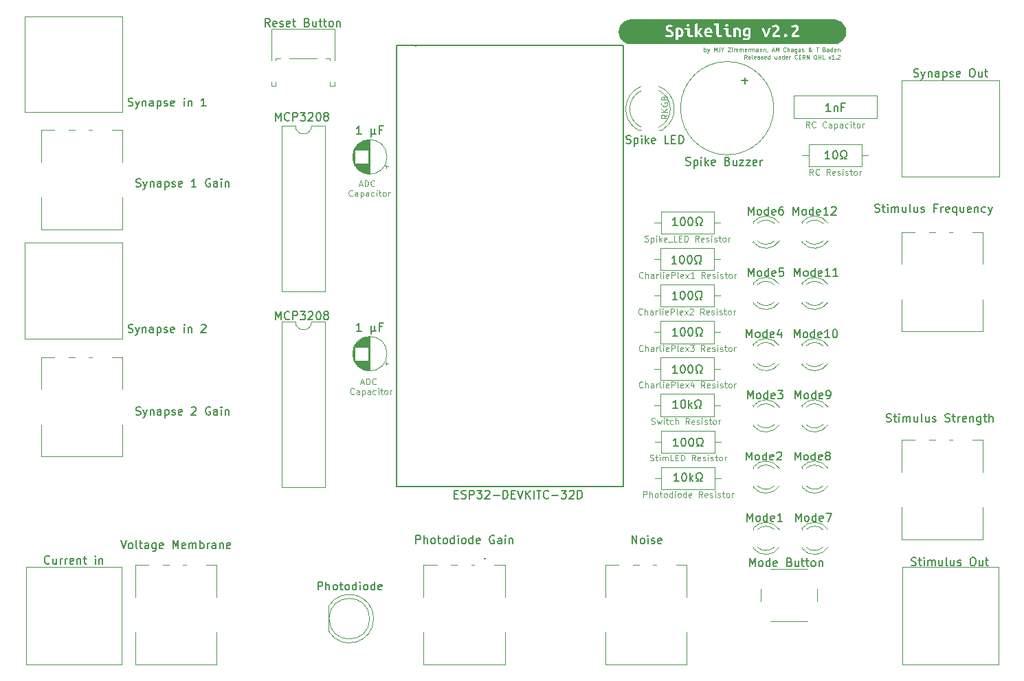
<source format=gbr>
%TF.GenerationSoftware,KiCad,Pcbnew,(6.0.4)*%
%TF.CreationDate,2022-10-02T13:18:34+02:00*%
%TF.ProjectId,Spikeling_V2.2b,5370696b-656c-4696-9e67-5f56322e3262,rev?*%
%TF.SameCoordinates,Original*%
%TF.FileFunction,Legend,Top*%
%TF.FilePolarity,Positive*%
%FSLAX46Y46*%
G04 Gerber Fmt 4.6, Leading zero omitted, Abs format (unit mm)*
G04 Created by KiCad (PCBNEW (6.0.4)) date 2022-10-02 13:18:34*
%MOMM*%
%LPD*%
G01*
G04 APERTURE LIST*
%ADD10C,0.100000*%
%ADD11C,0.150000*%
%ADD12C,0.120000*%
%ADD13C,0.127000*%
G04 APERTURE END LIST*
D10*
X141185714Y-70921250D02*
X141542857Y-70921250D01*
X141114285Y-71135535D02*
X141364285Y-70385535D01*
X141614285Y-71135535D01*
X141864285Y-71135535D02*
X141864285Y-70385535D01*
X142042857Y-70385535D01*
X142150000Y-70421250D01*
X142221428Y-70492678D01*
X142257142Y-70564107D01*
X142292857Y-70706964D01*
X142292857Y-70814107D01*
X142257142Y-70956964D01*
X142221428Y-71028392D01*
X142150000Y-71099821D01*
X142042857Y-71135535D01*
X141864285Y-71135535D01*
X143042857Y-71064107D02*
X143007142Y-71099821D01*
X142900000Y-71135535D01*
X142828571Y-71135535D01*
X142721428Y-71099821D01*
X142650000Y-71028392D01*
X142614285Y-70956964D01*
X142578571Y-70814107D01*
X142578571Y-70706964D01*
X142614285Y-70564107D01*
X142650000Y-70492678D01*
X142721428Y-70421250D01*
X142828571Y-70385535D01*
X142900000Y-70385535D01*
X143007142Y-70421250D01*
X143042857Y-70456964D01*
X140328571Y-72271607D02*
X140292857Y-72307321D01*
X140185714Y-72343035D01*
X140114285Y-72343035D01*
X140007142Y-72307321D01*
X139935714Y-72235892D01*
X139900000Y-72164464D01*
X139864285Y-72021607D01*
X139864285Y-71914464D01*
X139900000Y-71771607D01*
X139935714Y-71700178D01*
X140007142Y-71628750D01*
X140114285Y-71593035D01*
X140185714Y-71593035D01*
X140292857Y-71628750D01*
X140328571Y-71664464D01*
X140971428Y-72343035D02*
X140971428Y-71950178D01*
X140935714Y-71878750D01*
X140864285Y-71843035D01*
X140721428Y-71843035D01*
X140650000Y-71878750D01*
X140971428Y-72307321D02*
X140900000Y-72343035D01*
X140721428Y-72343035D01*
X140650000Y-72307321D01*
X140614285Y-72235892D01*
X140614285Y-72164464D01*
X140650000Y-72093035D01*
X140721428Y-72057321D01*
X140900000Y-72057321D01*
X140971428Y-72021607D01*
X141328571Y-71843035D02*
X141328571Y-72593035D01*
X141328571Y-71878750D02*
X141400000Y-71843035D01*
X141542857Y-71843035D01*
X141614285Y-71878750D01*
X141650000Y-71914464D01*
X141685714Y-71985892D01*
X141685714Y-72200178D01*
X141650000Y-72271607D01*
X141614285Y-72307321D01*
X141542857Y-72343035D01*
X141400000Y-72343035D01*
X141328571Y-72307321D01*
X142328571Y-72343035D02*
X142328571Y-71950178D01*
X142292857Y-71878750D01*
X142221428Y-71843035D01*
X142078571Y-71843035D01*
X142007142Y-71878750D01*
X142328571Y-72307321D02*
X142257142Y-72343035D01*
X142078571Y-72343035D01*
X142007142Y-72307321D01*
X141971428Y-72235892D01*
X141971428Y-72164464D01*
X142007142Y-72093035D01*
X142078571Y-72057321D01*
X142257142Y-72057321D01*
X142328571Y-72021607D01*
X143007142Y-72307321D02*
X142935714Y-72343035D01*
X142792857Y-72343035D01*
X142721428Y-72307321D01*
X142685714Y-72271607D01*
X142650000Y-72200178D01*
X142650000Y-71985892D01*
X142685714Y-71914464D01*
X142721428Y-71878750D01*
X142792857Y-71843035D01*
X142935714Y-71843035D01*
X143007142Y-71878750D01*
X143328571Y-72343035D02*
X143328571Y-71843035D01*
X143328571Y-71593035D02*
X143292857Y-71628750D01*
X143328571Y-71664464D01*
X143364285Y-71628750D01*
X143328571Y-71593035D01*
X143328571Y-71664464D01*
X143578571Y-71843035D02*
X143864285Y-71843035D01*
X143685714Y-71593035D02*
X143685714Y-72235892D01*
X143721428Y-72307321D01*
X143792857Y-72343035D01*
X143864285Y-72343035D01*
X144221428Y-72343035D02*
X144150000Y-72307321D01*
X144114285Y-72271607D01*
X144078571Y-72200178D01*
X144078571Y-71985892D01*
X144114285Y-71914464D01*
X144150000Y-71878750D01*
X144221428Y-71843035D01*
X144328571Y-71843035D01*
X144400000Y-71878750D01*
X144435714Y-71914464D01*
X144471428Y-71985892D01*
X144471428Y-72200178D01*
X144435714Y-72271607D01*
X144400000Y-72307321D01*
X144328571Y-72343035D01*
X144221428Y-72343035D01*
X144792857Y-72343035D02*
X144792857Y-71843035D01*
X144792857Y-71985892D02*
X144828571Y-71914464D01*
X144864285Y-71878750D01*
X144935714Y-71843035D01*
X145007142Y-71843035D01*
X177185714Y-100403571D02*
X177292857Y-100439285D01*
X177471428Y-100439285D01*
X177542857Y-100403571D01*
X177578571Y-100367857D01*
X177614285Y-100296428D01*
X177614285Y-100225000D01*
X177578571Y-100153571D01*
X177542857Y-100117857D01*
X177471428Y-100082142D01*
X177328571Y-100046428D01*
X177257142Y-100010714D01*
X177221428Y-99975000D01*
X177185714Y-99903571D01*
X177185714Y-99832142D01*
X177221428Y-99760714D01*
X177257142Y-99725000D01*
X177328571Y-99689285D01*
X177507142Y-99689285D01*
X177614285Y-99725000D01*
X177864285Y-99939285D02*
X178007142Y-100439285D01*
X178150000Y-100082142D01*
X178292857Y-100439285D01*
X178435714Y-99939285D01*
X178721428Y-100439285D02*
X178721428Y-99939285D01*
X178721428Y-99689285D02*
X178685714Y-99725000D01*
X178721428Y-99760714D01*
X178757142Y-99725000D01*
X178721428Y-99689285D01*
X178721428Y-99760714D01*
X178971428Y-99939285D02*
X179257142Y-99939285D01*
X179078571Y-99689285D02*
X179078571Y-100332142D01*
X179114285Y-100403571D01*
X179185714Y-100439285D01*
X179257142Y-100439285D01*
X179828571Y-100403571D02*
X179757142Y-100439285D01*
X179614285Y-100439285D01*
X179542857Y-100403571D01*
X179507142Y-100367857D01*
X179471428Y-100296428D01*
X179471428Y-100082142D01*
X179507142Y-100010714D01*
X179542857Y-99975000D01*
X179614285Y-99939285D01*
X179757142Y-99939285D01*
X179828571Y-99975000D01*
X180150000Y-100439285D02*
X180150000Y-99689285D01*
X180471428Y-100439285D02*
X180471428Y-100046428D01*
X180435714Y-99975000D01*
X180364285Y-99939285D01*
X180257142Y-99939285D01*
X180185714Y-99975000D01*
X180150000Y-100010714D01*
X181828571Y-100439285D02*
X181578571Y-100082142D01*
X181400000Y-100439285D02*
X181400000Y-99689285D01*
X181685714Y-99689285D01*
X181757142Y-99725000D01*
X181792857Y-99760714D01*
X181828571Y-99832142D01*
X181828571Y-99939285D01*
X181792857Y-100010714D01*
X181757142Y-100046428D01*
X181685714Y-100082142D01*
X181400000Y-100082142D01*
X182435714Y-100403571D02*
X182364285Y-100439285D01*
X182221428Y-100439285D01*
X182150000Y-100403571D01*
X182114285Y-100332142D01*
X182114285Y-100046428D01*
X182150000Y-99975000D01*
X182221428Y-99939285D01*
X182364285Y-99939285D01*
X182435714Y-99975000D01*
X182471428Y-100046428D01*
X182471428Y-100117857D01*
X182114285Y-100189285D01*
X182757142Y-100403571D02*
X182828571Y-100439285D01*
X182971428Y-100439285D01*
X183042857Y-100403571D01*
X183078571Y-100332142D01*
X183078571Y-100296428D01*
X183042857Y-100225000D01*
X182971428Y-100189285D01*
X182864285Y-100189285D01*
X182792857Y-100153571D01*
X182757142Y-100082142D01*
X182757142Y-100046428D01*
X182792857Y-99975000D01*
X182864285Y-99939285D01*
X182971428Y-99939285D01*
X183042857Y-99975000D01*
X183400000Y-100439285D02*
X183400000Y-99939285D01*
X183400000Y-99689285D02*
X183364285Y-99725000D01*
X183400000Y-99760714D01*
X183435714Y-99725000D01*
X183400000Y-99689285D01*
X183400000Y-99760714D01*
X183721428Y-100403571D02*
X183792857Y-100439285D01*
X183935714Y-100439285D01*
X184007142Y-100403571D01*
X184042857Y-100332142D01*
X184042857Y-100296428D01*
X184007142Y-100225000D01*
X183935714Y-100189285D01*
X183828571Y-100189285D01*
X183757142Y-100153571D01*
X183721428Y-100082142D01*
X183721428Y-100046428D01*
X183757142Y-99975000D01*
X183828571Y-99939285D01*
X183935714Y-99939285D01*
X184007142Y-99975000D01*
X184257142Y-99939285D02*
X184542857Y-99939285D01*
X184364285Y-99689285D02*
X184364285Y-100332142D01*
X184400000Y-100403571D01*
X184471428Y-100439285D01*
X184542857Y-100439285D01*
X184900000Y-100439285D02*
X184828571Y-100403571D01*
X184792857Y-100367857D01*
X184757142Y-100296428D01*
X184757142Y-100082142D01*
X184792857Y-100010714D01*
X184828571Y-99975000D01*
X184900000Y-99939285D01*
X185007142Y-99939285D01*
X185078571Y-99975000D01*
X185114285Y-100010714D01*
X185150000Y-100082142D01*
X185150000Y-100296428D01*
X185114285Y-100367857D01*
X185078571Y-100403571D01*
X185007142Y-100439285D01*
X184900000Y-100439285D01*
X185471428Y-100439285D02*
X185471428Y-99939285D01*
X185471428Y-100082142D02*
X185507142Y-100010714D01*
X185542857Y-99975000D01*
X185614285Y-99939285D01*
X185685714Y-99939285D01*
X176097857Y-91367857D02*
X176062142Y-91403571D01*
X175955000Y-91439285D01*
X175883571Y-91439285D01*
X175776428Y-91403571D01*
X175705000Y-91332142D01*
X175669285Y-91260714D01*
X175633571Y-91117857D01*
X175633571Y-91010714D01*
X175669285Y-90867857D01*
X175705000Y-90796428D01*
X175776428Y-90725000D01*
X175883571Y-90689285D01*
X175955000Y-90689285D01*
X176062142Y-90725000D01*
X176097857Y-90760714D01*
X176419285Y-91439285D02*
X176419285Y-90689285D01*
X176740714Y-91439285D02*
X176740714Y-91046428D01*
X176705000Y-90975000D01*
X176633571Y-90939285D01*
X176526428Y-90939285D01*
X176455000Y-90975000D01*
X176419285Y-91010714D01*
X177419285Y-91439285D02*
X177419285Y-91046428D01*
X177383571Y-90975000D01*
X177312142Y-90939285D01*
X177169285Y-90939285D01*
X177097857Y-90975000D01*
X177419285Y-91403571D02*
X177347857Y-91439285D01*
X177169285Y-91439285D01*
X177097857Y-91403571D01*
X177062142Y-91332142D01*
X177062142Y-91260714D01*
X177097857Y-91189285D01*
X177169285Y-91153571D01*
X177347857Y-91153571D01*
X177419285Y-91117857D01*
X177776428Y-91439285D02*
X177776428Y-90939285D01*
X177776428Y-91082142D02*
X177812142Y-91010714D01*
X177847857Y-90975000D01*
X177919285Y-90939285D01*
X177990714Y-90939285D01*
X178347857Y-91439285D02*
X178276428Y-91403571D01*
X178240714Y-91332142D01*
X178240714Y-90689285D01*
X178633571Y-91439285D02*
X178633571Y-90939285D01*
X178633571Y-90689285D02*
X178597857Y-90725000D01*
X178633571Y-90760714D01*
X178669285Y-90725000D01*
X178633571Y-90689285D01*
X178633571Y-90760714D01*
X179276428Y-91403571D02*
X179205000Y-91439285D01*
X179062142Y-91439285D01*
X178990714Y-91403571D01*
X178955000Y-91332142D01*
X178955000Y-91046428D01*
X178990714Y-90975000D01*
X179062142Y-90939285D01*
X179205000Y-90939285D01*
X179276428Y-90975000D01*
X179312142Y-91046428D01*
X179312142Y-91117857D01*
X178955000Y-91189285D01*
X179633571Y-91439285D02*
X179633571Y-90689285D01*
X179919285Y-90689285D01*
X179990714Y-90725000D01*
X180026428Y-90760714D01*
X180062142Y-90832142D01*
X180062142Y-90939285D01*
X180026428Y-91010714D01*
X179990714Y-91046428D01*
X179919285Y-91082142D01*
X179633571Y-91082142D01*
X180490714Y-91439285D02*
X180419285Y-91403571D01*
X180383571Y-91332142D01*
X180383571Y-90689285D01*
X181062142Y-91403571D02*
X180990714Y-91439285D01*
X180847857Y-91439285D01*
X180776428Y-91403571D01*
X180740714Y-91332142D01*
X180740714Y-91046428D01*
X180776428Y-90975000D01*
X180847857Y-90939285D01*
X180990714Y-90939285D01*
X181062142Y-90975000D01*
X181097857Y-91046428D01*
X181097857Y-91117857D01*
X180740714Y-91189285D01*
X181347857Y-91439285D02*
X181740714Y-90939285D01*
X181347857Y-90939285D02*
X181740714Y-91439285D01*
X181955000Y-90689285D02*
X182419285Y-90689285D01*
X182169285Y-90975000D01*
X182276428Y-90975000D01*
X182347857Y-91010714D01*
X182383571Y-91046428D01*
X182419285Y-91117857D01*
X182419285Y-91296428D01*
X182383571Y-91367857D01*
X182347857Y-91403571D01*
X182276428Y-91439285D01*
X182062142Y-91439285D01*
X181990714Y-91403571D01*
X181955000Y-91367857D01*
X183740714Y-91439285D02*
X183490714Y-91082142D01*
X183312142Y-91439285D02*
X183312142Y-90689285D01*
X183597857Y-90689285D01*
X183669285Y-90725000D01*
X183705000Y-90760714D01*
X183740714Y-90832142D01*
X183740714Y-90939285D01*
X183705000Y-91010714D01*
X183669285Y-91046428D01*
X183597857Y-91082142D01*
X183312142Y-91082142D01*
X184347857Y-91403571D02*
X184276428Y-91439285D01*
X184133571Y-91439285D01*
X184062142Y-91403571D01*
X184026428Y-91332142D01*
X184026428Y-91046428D01*
X184062142Y-90975000D01*
X184133571Y-90939285D01*
X184276428Y-90939285D01*
X184347857Y-90975000D01*
X184383571Y-91046428D01*
X184383571Y-91117857D01*
X184026428Y-91189285D01*
X184669285Y-91403571D02*
X184740714Y-91439285D01*
X184883571Y-91439285D01*
X184955000Y-91403571D01*
X184990714Y-91332142D01*
X184990714Y-91296428D01*
X184955000Y-91225000D01*
X184883571Y-91189285D01*
X184776428Y-91189285D01*
X184705000Y-91153571D01*
X184669285Y-91082142D01*
X184669285Y-91046428D01*
X184705000Y-90975000D01*
X184776428Y-90939285D01*
X184883571Y-90939285D01*
X184955000Y-90975000D01*
X185312142Y-91439285D02*
X185312142Y-90939285D01*
X185312142Y-90689285D02*
X185276428Y-90725000D01*
X185312142Y-90760714D01*
X185347857Y-90725000D01*
X185312142Y-90689285D01*
X185312142Y-90760714D01*
X185633571Y-91403571D02*
X185705000Y-91439285D01*
X185847857Y-91439285D01*
X185919285Y-91403571D01*
X185955000Y-91332142D01*
X185955000Y-91296428D01*
X185919285Y-91225000D01*
X185847857Y-91189285D01*
X185740714Y-91189285D01*
X185669285Y-91153571D01*
X185633571Y-91082142D01*
X185633571Y-91046428D01*
X185669285Y-90975000D01*
X185740714Y-90939285D01*
X185847857Y-90939285D01*
X185919285Y-90975000D01*
X186169285Y-90939285D02*
X186455000Y-90939285D01*
X186276428Y-90689285D02*
X186276428Y-91332142D01*
X186312142Y-91403571D01*
X186383571Y-91439285D01*
X186455000Y-91439285D01*
X186812142Y-91439285D02*
X186740714Y-91403571D01*
X186705000Y-91367857D01*
X186669285Y-91296428D01*
X186669285Y-91082142D01*
X186705000Y-91010714D01*
X186740714Y-90975000D01*
X186812142Y-90939285D01*
X186919285Y-90939285D01*
X186990714Y-90975000D01*
X187026428Y-91010714D01*
X187062142Y-91082142D01*
X187062142Y-91296428D01*
X187026428Y-91367857D01*
X186990714Y-91403571D01*
X186919285Y-91439285D01*
X186812142Y-91439285D01*
X187383571Y-91439285D02*
X187383571Y-90939285D01*
X187383571Y-91082142D02*
X187419285Y-91010714D01*
X187455000Y-90975000D01*
X187526428Y-90939285D01*
X187597857Y-90939285D01*
X176017857Y-86867857D02*
X175982142Y-86903571D01*
X175875000Y-86939285D01*
X175803571Y-86939285D01*
X175696428Y-86903571D01*
X175625000Y-86832142D01*
X175589285Y-86760714D01*
X175553571Y-86617857D01*
X175553571Y-86510714D01*
X175589285Y-86367857D01*
X175625000Y-86296428D01*
X175696428Y-86225000D01*
X175803571Y-86189285D01*
X175875000Y-86189285D01*
X175982142Y-86225000D01*
X176017857Y-86260714D01*
X176339285Y-86939285D02*
X176339285Y-86189285D01*
X176660714Y-86939285D02*
X176660714Y-86546428D01*
X176625000Y-86475000D01*
X176553571Y-86439285D01*
X176446428Y-86439285D01*
X176375000Y-86475000D01*
X176339285Y-86510714D01*
X177339285Y-86939285D02*
X177339285Y-86546428D01*
X177303571Y-86475000D01*
X177232142Y-86439285D01*
X177089285Y-86439285D01*
X177017857Y-86475000D01*
X177339285Y-86903571D02*
X177267857Y-86939285D01*
X177089285Y-86939285D01*
X177017857Y-86903571D01*
X176982142Y-86832142D01*
X176982142Y-86760714D01*
X177017857Y-86689285D01*
X177089285Y-86653571D01*
X177267857Y-86653571D01*
X177339285Y-86617857D01*
X177696428Y-86939285D02*
X177696428Y-86439285D01*
X177696428Y-86582142D02*
X177732142Y-86510714D01*
X177767857Y-86475000D01*
X177839285Y-86439285D01*
X177910714Y-86439285D01*
X178267857Y-86939285D02*
X178196428Y-86903571D01*
X178160714Y-86832142D01*
X178160714Y-86189285D01*
X178553571Y-86939285D02*
X178553571Y-86439285D01*
X178553571Y-86189285D02*
X178517857Y-86225000D01*
X178553571Y-86260714D01*
X178589285Y-86225000D01*
X178553571Y-86189285D01*
X178553571Y-86260714D01*
X179196428Y-86903571D02*
X179125000Y-86939285D01*
X178982142Y-86939285D01*
X178910714Y-86903571D01*
X178875000Y-86832142D01*
X178875000Y-86546428D01*
X178910714Y-86475000D01*
X178982142Y-86439285D01*
X179125000Y-86439285D01*
X179196428Y-86475000D01*
X179232142Y-86546428D01*
X179232142Y-86617857D01*
X178875000Y-86689285D01*
X179553571Y-86939285D02*
X179553571Y-86189285D01*
X179839285Y-86189285D01*
X179910714Y-86225000D01*
X179946428Y-86260714D01*
X179982142Y-86332142D01*
X179982142Y-86439285D01*
X179946428Y-86510714D01*
X179910714Y-86546428D01*
X179839285Y-86582142D01*
X179553571Y-86582142D01*
X180410714Y-86939285D02*
X180339285Y-86903571D01*
X180303571Y-86832142D01*
X180303571Y-86189285D01*
X180982142Y-86903571D02*
X180910714Y-86939285D01*
X180767857Y-86939285D01*
X180696428Y-86903571D01*
X180660714Y-86832142D01*
X180660714Y-86546428D01*
X180696428Y-86475000D01*
X180767857Y-86439285D01*
X180910714Y-86439285D01*
X180982142Y-86475000D01*
X181017857Y-86546428D01*
X181017857Y-86617857D01*
X180660714Y-86689285D01*
X181267857Y-86939285D02*
X181660714Y-86439285D01*
X181267857Y-86439285D02*
X181660714Y-86939285D01*
X181910714Y-86260714D02*
X181946428Y-86225000D01*
X182017857Y-86189285D01*
X182196428Y-86189285D01*
X182267857Y-86225000D01*
X182303571Y-86260714D01*
X182339285Y-86332142D01*
X182339285Y-86403571D01*
X182303571Y-86510714D01*
X181875000Y-86939285D01*
X182339285Y-86939285D01*
X183660714Y-86939285D02*
X183410714Y-86582142D01*
X183232142Y-86939285D02*
X183232142Y-86189285D01*
X183517857Y-86189285D01*
X183589285Y-86225000D01*
X183625000Y-86260714D01*
X183660714Y-86332142D01*
X183660714Y-86439285D01*
X183625000Y-86510714D01*
X183589285Y-86546428D01*
X183517857Y-86582142D01*
X183232142Y-86582142D01*
X184267857Y-86903571D02*
X184196428Y-86939285D01*
X184053571Y-86939285D01*
X183982142Y-86903571D01*
X183946428Y-86832142D01*
X183946428Y-86546428D01*
X183982142Y-86475000D01*
X184053571Y-86439285D01*
X184196428Y-86439285D01*
X184267857Y-86475000D01*
X184303571Y-86546428D01*
X184303571Y-86617857D01*
X183946428Y-86689285D01*
X184589285Y-86903571D02*
X184660714Y-86939285D01*
X184803571Y-86939285D01*
X184875000Y-86903571D01*
X184910714Y-86832142D01*
X184910714Y-86796428D01*
X184875000Y-86725000D01*
X184803571Y-86689285D01*
X184696428Y-86689285D01*
X184625000Y-86653571D01*
X184589285Y-86582142D01*
X184589285Y-86546428D01*
X184625000Y-86475000D01*
X184696428Y-86439285D01*
X184803571Y-86439285D01*
X184875000Y-86475000D01*
X185232142Y-86939285D02*
X185232142Y-86439285D01*
X185232142Y-86189285D02*
X185196428Y-86225000D01*
X185232142Y-86260714D01*
X185267857Y-86225000D01*
X185232142Y-86189285D01*
X185232142Y-86260714D01*
X185553571Y-86903571D02*
X185625000Y-86939285D01*
X185767857Y-86939285D01*
X185839285Y-86903571D01*
X185875000Y-86832142D01*
X185875000Y-86796428D01*
X185839285Y-86725000D01*
X185767857Y-86689285D01*
X185660714Y-86689285D01*
X185589285Y-86653571D01*
X185553571Y-86582142D01*
X185553571Y-86546428D01*
X185589285Y-86475000D01*
X185660714Y-86439285D01*
X185767857Y-86439285D01*
X185839285Y-86475000D01*
X186089285Y-86439285D02*
X186375000Y-86439285D01*
X186196428Y-86189285D02*
X186196428Y-86832142D01*
X186232142Y-86903571D01*
X186303571Y-86939285D01*
X186375000Y-86939285D01*
X186732142Y-86939285D02*
X186660714Y-86903571D01*
X186625000Y-86867857D01*
X186589285Y-86796428D01*
X186589285Y-86582142D01*
X186625000Y-86510714D01*
X186660714Y-86475000D01*
X186732142Y-86439285D01*
X186839285Y-86439285D01*
X186910714Y-86475000D01*
X186946428Y-86510714D01*
X186982142Y-86582142D01*
X186982142Y-86796428D01*
X186946428Y-86867857D01*
X186910714Y-86903571D01*
X186839285Y-86939285D01*
X186732142Y-86939285D01*
X187303571Y-86939285D02*
X187303571Y-86439285D01*
X187303571Y-86582142D02*
X187339285Y-86510714D01*
X187375000Y-86475000D01*
X187446428Y-86439285D01*
X187517857Y-86439285D01*
X176365714Y-77903571D02*
X176472857Y-77939285D01*
X176651428Y-77939285D01*
X176722857Y-77903571D01*
X176758571Y-77867857D01*
X176794285Y-77796428D01*
X176794285Y-77725000D01*
X176758571Y-77653571D01*
X176722857Y-77617857D01*
X176651428Y-77582142D01*
X176508571Y-77546428D01*
X176437142Y-77510714D01*
X176401428Y-77475000D01*
X176365714Y-77403571D01*
X176365714Y-77332142D01*
X176401428Y-77260714D01*
X176437142Y-77225000D01*
X176508571Y-77189285D01*
X176687142Y-77189285D01*
X176794285Y-77225000D01*
X177115714Y-77439285D02*
X177115714Y-78189285D01*
X177115714Y-77475000D02*
X177187142Y-77439285D01*
X177330000Y-77439285D01*
X177401428Y-77475000D01*
X177437142Y-77510714D01*
X177472857Y-77582142D01*
X177472857Y-77796428D01*
X177437142Y-77867857D01*
X177401428Y-77903571D01*
X177330000Y-77939285D01*
X177187142Y-77939285D01*
X177115714Y-77903571D01*
X177794285Y-77939285D02*
X177794285Y-77439285D01*
X177794285Y-77189285D02*
X177758571Y-77225000D01*
X177794285Y-77260714D01*
X177830000Y-77225000D01*
X177794285Y-77189285D01*
X177794285Y-77260714D01*
X178151428Y-77939285D02*
X178151428Y-77189285D01*
X178222857Y-77653571D02*
X178437142Y-77939285D01*
X178437142Y-77439285D02*
X178151428Y-77725000D01*
X179044285Y-77903571D02*
X178972857Y-77939285D01*
X178830000Y-77939285D01*
X178758571Y-77903571D01*
X178722857Y-77832142D01*
X178722857Y-77546428D01*
X178758571Y-77475000D01*
X178830000Y-77439285D01*
X178972857Y-77439285D01*
X179044285Y-77475000D01*
X179080000Y-77546428D01*
X179080000Y-77617857D01*
X178722857Y-77689285D01*
X179222857Y-78010714D02*
X179794285Y-78010714D01*
X180330000Y-77939285D02*
X179972857Y-77939285D01*
X179972857Y-77189285D01*
X180580000Y-77546428D02*
X180830000Y-77546428D01*
X180937142Y-77939285D02*
X180580000Y-77939285D01*
X180580000Y-77189285D01*
X180937142Y-77189285D01*
X181258571Y-77939285D02*
X181258571Y-77189285D01*
X181437142Y-77189285D01*
X181544285Y-77225000D01*
X181615714Y-77296428D01*
X181651428Y-77367857D01*
X181687142Y-77510714D01*
X181687142Y-77617857D01*
X181651428Y-77760714D01*
X181615714Y-77832142D01*
X181544285Y-77903571D01*
X181437142Y-77939285D01*
X181258571Y-77939285D01*
X183008571Y-77939285D02*
X182758571Y-77582142D01*
X182580000Y-77939285D02*
X182580000Y-77189285D01*
X182865714Y-77189285D01*
X182937142Y-77225000D01*
X182972857Y-77260714D01*
X183008571Y-77332142D01*
X183008571Y-77439285D01*
X182972857Y-77510714D01*
X182937142Y-77546428D01*
X182865714Y-77582142D01*
X182580000Y-77582142D01*
X183615714Y-77903571D02*
X183544285Y-77939285D01*
X183401428Y-77939285D01*
X183330000Y-77903571D01*
X183294285Y-77832142D01*
X183294285Y-77546428D01*
X183330000Y-77475000D01*
X183401428Y-77439285D01*
X183544285Y-77439285D01*
X183615714Y-77475000D01*
X183651428Y-77546428D01*
X183651428Y-77617857D01*
X183294285Y-77689285D01*
X183937142Y-77903571D02*
X184008571Y-77939285D01*
X184151428Y-77939285D01*
X184222857Y-77903571D01*
X184258571Y-77832142D01*
X184258571Y-77796428D01*
X184222857Y-77725000D01*
X184151428Y-77689285D01*
X184044285Y-77689285D01*
X183972857Y-77653571D01*
X183937142Y-77582142D01*
X183937142Y-77546428D01*
X183972857Y-77475000D01*
X184044285Y-77439285D01*
X184151428Y-77439285D01*
X184222857Y-77475000D01*
X184580000Y-77939285D02*
X184580000Y-77439285D01*
X184580000Y-77189285D02*
X184544285Y-77225000D01*
X184580000Y-77260714D01*
X184615714Y-77225000D01*
X184580000Y-77189285D01*
X184580000Y-77260714D01*
X184901428Y-77903571D02*
X184972857Y-77939285D01*
X185115714Y-77939285D01*
X185187142Y-77903571D01*
X185222857Y-77832142D01*
X185222857Y-77796428D01*
X185187142Y-77725000D01*
X185115714Y-77689285D01*
X185008571Y-77689285D01*
X184937142Y-77653571D01*
X184901428Y-77582142D01*
X184901428Y-77546428D01*
X184937142Y-77475000D01*
X185008571Y-77439285D01*
X185115714Y-77439285D01*
X185187142Y-77475000D01*
X185437142Y-77439285D02*
X185722857Y-77439285D01*
X185544285Y-77189285D02*
X185544285Y-77832142D01*
X185580000Y-77903571D01*
X185651428Y-77939285D01*
X185722857Y-77939285D01*
X186080000Y-77939285D02*
X186008571Y-77903571D01*
X185972857Y-77867857D01*
X185937142Y-77796428D01*
X185937142Y-77582142D01*
X185972857Y-77510714D01*
X186008571Y-77475000D01*
X186080000Y-77439285D01*
X186187142Y-77439285D01*
X186258571Y-77475000D01*
X186294285Y-77510714D01*
X186330000Y-77582142D01*
X186330000Y-77796428D01*
X186294285Y-77867857D01*
X186258571Y-77903571D01*
X186187142Y-77939285D01*
X186080000Y-77939285D01*
X186651428Y-77939285D02*
X186651428Y-77439285D01*
X186651428Y-77582142D02*
X186687142Y-77510714D01*
X186722857Y-77475000D01*
X186794285Y-77439285D01*
X186865714Y-77439285D01*
X188916666Y-55426190D02*
X188750000Y-55188095D01*
X188630952Y-55426190D02*
X188630952Y-54926190D01*
X188821428Y-54926190D01*
X188869047Y-54950000D01*
X188892857Y-54973809D01*
X188916666Y-55021428D01*
X188916666Y-55092857D01*
X188892857Y-55140476D01*
X188869047Y-55164285D01*
X188821428Y-55188095D01*
X188630952Y-55188095D01*
X189321428Y-55402380D02*
X189273809Y-55426190D01*
X189178571Y-55426190D01*
X189130952Y-55402380D01*
X189107142Y-55354761D01*
X189107142Y-55164285D01*
X189130952Y-55116666D01*
X189178571Y-55092857D01*
X189273809Y-55092857D01*
X189321428Y-55116666D01*
X189345238Y-55164285D01*
X189345238Y-55211904D01*
X189107142Y-55259523D01*
X189630952Y-55426190D02*
X189583333Y-55402380D01*
X189559523Y-55354761D01*
X189559523Y-54926190D01*
X190011904Y-55402380D02*
X189964285Y-55426190D01*
X189869047Y-55426190D01*
X189821428Y-55402380D01*
X189797619Y-55354761D01*
X189797619Y-55164285D01*
X189821428Y-55116666D01*
X189869047Y-55092857D01*
X189964285Y-55092857D01*
X190011904Y-55116666D01*
X190035714Y-55164285D01*
X190035714Y-55211904D01*
X189797619Y-55259523D01*
X190464285Y-55426190D02*
X190464285Y-55164285D01*
X190440476Y-55116666D01*
X190392857Y-55092857D01*
X190297619Y-55092857D01*
X190250000Y-55116666D01*
X190464285Y-55402380D02*
X190416666Y-55426190D01*
X190297619Y-55426190D01*
X190250000Y-55402380D01*
X190226190Y-55354761D01*
X190226190Y-55307142D01*
X190250000Y-55259523D01*
X190297619Y-55235714D01*
X190416666Y-55235714D01*
X190464285Y-55211904D01*
X190678571Y-55402380D02*
X190726190Y-55426190D01*
X190821428Y-55426190D01*
X190869047Y-55402380D01*
X190892857Y-55354761D01*
X190892857Y-55330952D01*
X190869047Y-55283333D01*
X190821428Y-55259523D01*
X190750000Y-55259523D01*
X190702380Y-55235714D01*
X190678571Y-55188095D01*
X190678571Y-55164285D01*
X190702380Y-55116666D01*
X190750000Y-55092857D01*
X190821428Y-55092857D01*
X190869047Y-55116666D01*
X191297619Y-55402380D02*
X191250000Y-55426190D01*
X191154761Y-55426190D01*
X191107142Y-55402380D01*
X191083333Y-55354761D01*
X191083333Y-55164285D01*
X191107142Y-55116666D01*
X191154761Y-55092857D01*
X191250000Y-55092857D01*
X191297619Y-55116666D01*
X191321428Y-55164285D01*
X191321428Y-55211904D01*
X191083333Y-55259523D01*
X191750000Y-55426190D02*
X191750000Y-54926190D01*
X191750000Y-55402380D02*
X191702380Y-55426190D01*
X191607142Y-55426190D01*
X191559523Y-55402380D01*
X191535714Y-55378571D01*
X191511904Y-55330952D01*
X191511904Y-55188095D01*
X191535714Y-55140476D01*
X191559523Y-55116666D01*
X191607142Y-55092857D01*
X191702380Y-55092857D01*
X191750000Y-55116666D01*
X192583333Y-55092857D02*
X192583333Y-55426190D01*
X192369047Y-55092857D02*
X192369047Y-55354761D01*
X192392857Y-55402380D01*
X192440476Y-55426190D01*
X192511904Y-55426190D01*
X192559523Y-55402380D01*
X192583333Y-55378571D01*
X192821428Y-55092857D02*
X192821428Y-55426190D01*
X192821428Y-55140476D02*
X192845238Y-55116666D01*
X192892857Y-55092857D01*
X192964285Y-55092857D01*
X193011904Y-55116666D01*
X193035714Y-55164285D01*
X193035714Y-55426190D01*
X193488095Y-55426190D02*
X193488095Y-54926190D01*
X193488095Y-55402380D02*
X193440476Y-55426190D01*
X193345238Y-55426190D01*
X193297619Y-55402380D01*
X193273809Y-55378571D01*
X193250000Y-55330952D01*
X193250000Y-55188095D01*
X193273809Y-55140476D01*
X193297619Y-55116666D01*
X193345238Y-55092857D01*
X193440476Y-55092857D01*
X193488095Y-55116666D01*
X193916666Y-55402380D02*
X193869047Y-55426190D01*
X193773809Y-55426190D01*
X193726190Y-55402380D01*
X193702380Y-55354761D01*
X193702380Y-55164285D01*
X193726190Y-55116666D01*
X193773809Y-55092857D01*
X193869047Y-55092857D01*
X193916666Y-55116666D01*
X193940476Y-55164285D01*
X193940476Y-55211904D01*
X193702380Y-55259523D01*
X194154761Y-55426190D02*
X194154761Y-55092857D01*
X194154761Y-55188095D02*
X194178571Y-55140476D01*
X194202380Y-55116666D01*
X194250000Y-55092857D01*
X194297619Y-55092857D01*
X195130952Y-55378571D02*
X195107142Y-55402380D01*
X195035714Y-55426190D01*
X194988095Y-55426190D01*
X194916666Y-55402380D01*
X194869047Y-55354761D01*
X194845238Y-55307142D01*
X194821428Y-55211904D01*
X194821428Y-55140476D01*
X194845238Y-55045238D01*
X194869047Y-54997619D01*
X194916666Y-54950000D01*
X194988095Y-54926190D01*
X195035714Y-54926190D01*
X195107142Y-54950000D01*
X195130952Y-54973809D01*
X195345238Y-55164285D02*
X195511904Y-55164285D01*
X195583333Y-55426190D02*
X195345238Y-55426190D01*
X195345238Y-54926190D01*
X195583333Y-54926190D01*
X196083333Y-55426190D02*
X195916666Y-55188095D01*
X195797619Y-55426190D02*
X195797619Y-54926190D01*
X195988095Y-54926190D01*
X196035714Y-54950000D01*
X196059523Y-54973809D01*
X196083333Y-55021428D01*
X196083333Y-55092857D01*
X196059523Y-55140476D01*
X196035714Y-55164285D01*
X195988095Y-55188095D01*
X195797619Y-55188095D01*
X196297619Y-55426190D02*
X196297619Y-54926190D01*
X196583333Y-55426190D01*
X196583333Y-54926190D01*
X197297619Y-54926190D02*
X197392857Y-54926190D01*
X197440476Y-54950000D01*
X197488095Y-54997619D01*
X197511904Y-55092857D01*
X197511904Y-55259523D01*
X197488095Y-55354761D01*
X197440476Y-55402380D01*
X197392857Y-55426190D01*
X197297619Y-55426190D01*
X197250000Y-55402380D01*
X197202380Y-55354761D01*
X197178571Y-55259523D01*
X197178571Y-55092857D01*
X197202380Y-54997619D01*
X197250000Y-54950000D01*
X197297619Y-54926190D01*
X197726190Y-55426190D02*
X197726190Y-54926190D01*
X197726190Y-55164285D02*
X198011904Y-55164285D01*
X198011904Y-55426190D02*
X198011904Y-54926190D01*
X198488095Y-55426190D02*
X198250000Y-55426190D01*
X198250000Y-54926190D01*
X198988095Y-55092857D02*
X199107142Y-55426190D01*
X199226190Y-55092857D01*
X199678571Y-55426190D02*
X199392857Y-55426190D01*
X199535714Y-55426190D02*
X199535714Y-54926190D01*
X199488095Y-54997619D01*
X199440476Y-55045238D01*
X199392857Y-55069047D01*
X199892857Y-55378571D02*
X199916666Y-55402380D01*
X199892857Y-55426190D01*
X199869047Y-55402380D01*
X199892857Y-55378571D01*
X199892857Y-55426190D01*
X200107142Y-54973809D02*
X200130952Y-54950000D01*
X200178571Y-54926190D01*
X200297619Y-54926190D01*
X200345238Y-54950000D01*
X200369047Y-54973809D01*
X200392857Y-55021428D01*
X200392857Y-55069047D01*
X200369047Y-55140476D01*
X200083333Y-55426190D01*
X200392857Y-55426190D01*
X176117857Y-82367857D02*
X176082142Y-82403571D01*
X175975000Y-82439285D01*
X175903571Y-82439285D01*
X175796428Y-82403571D01*
X175725000Y-82332142D01*
X175689285Y-82260714D01*
X175653571Y-82117857D01*
X175653571Y-82010714D01*
X175689285Y-81867857D01*
X175725000Y-81796428D01*
X175796428Y-81725000D01*
X175903571Y-81689285D01*
X175975000Y-81689285D01*
X176082142Y-81725000D01*
X176117857Y-81760714D01*
X176439285Y-82439285D02*
X176439285Y-81689285D01*
X176760714Y-82439285D02*
X176760714Y-82046428D01*
X176725000Y-81975000D01*
X176653571Y-81939285D01*
X176546428Y-81939285D01*
X176475000Y-81975000D01*
X176439285Y-82010714D01*
X177439285Y-82439285D02*
X177439285Y-82046428D01*
X177403571Y-81975000D01*
X177332142Y-81939285D01*
X177189285Y-81939285D01*
X177117857Y-81975000D01*
X177439285Y-82403571D02*
X177367857Y-82439285D01*
X177189285Y-82439285D01*
X177117857Y-82403571D01*
X177082142Y-82332142D01*
X177082142Y-82260714D01*
X177117857Y-82189285D01*
X177189285Y-82153571D01*
X177367857Y-82153571D01*
X177439285Y-82117857D01*
X177796428Y-82439285D02*
X177796428Y-81939285D01*
X177796428Y-82082142D02*
X177832142Y-82010714D01*
X177867857Y-81975000D01*
X177939285Y-81939285D01*
X178010714Y-81939285D01*
X178367857Y-82439285D02*
X178296428Y-82403571D01*
X178260714Y-82332142D01*
X178260714Y-81689285D01*
X178653571Y-82439285D02*
X178653571Y-81939285D01*
X178653571Y-81689285D02*
X178617857Y-81725000D01*
X178653571Y-81760714D01*
X178689285Y-81725000D01*
X178653571Y-81689285D01*
X178653571Y-81760714D01*
X179296428Y-82403571D02*
X179225000Y-82439285D01*
X179082142Y-82439285D01*
X179010714Y-82403571D01*
X178975000Y-82332142D01*
X178975000Y-82046428D01*
X179010714Y-81975000D01*
X179082142Y-81939285D01*
X179225000Y-81939285D01*
X179296428Y-81975000D01*
X179332142Y-82046428D01*
X179332142Y-82117857D01*
X178975000Y-82189285D01*
X179653571Y-82439285D02*
X179653571Y-81689285D01*
X179939285Y-81689285D01*
X180010714Y-81725000D01*
X180046428Y-81760714D01*
X180082142Y-81832142D01*
X180082142Y-81939285D01*
X180046428Y-82010714D01*
X180010714Y-82046428D01*
X179939285Y-82082142D01*
X179653571Y-82082142D01*
X180510714Y-82439285D02*
X180439285Y-82403571D01*
X180403571Y-82332142D01*
X180403571Y-81689285D01*
X181082142Y-82403571D02*
X181010714Y-82439285D01*
X180867857Y-82439285D01*
X180796428Y-82403571D01*
X180760714Y-82332142D01*
X180760714Y-82046428D01*
X180796428Y-81975000D01*
X180867857Y-81939285D01*
X181010714Y-81939285D01*
X181082142Y-81975000D01*
X181117857Y-82046428D01*
X181117857Y-82117857D01*
X180760714Y-82189285D01*
X181367857Y-82439285D02*
X181760714Y-81939285D01*
X181367857Y-81939285D02*
X181760714Y-82439285D01*
X182439285Y-82439285D02*
X182010714Y-82439285D01*
X182225000Y-82439285D02*
X182225000Y-81689285D01*
X182153571Y-81796428D01*
X182082142Y-81867857D01*
X182010714Y-81903571D01*
X183760714Y-82439285D02*
X183510714Y-82082142D01*
X183332142Y-82439285D02*
X183332142Y-81689285D01*
X183617857Y-81689285D01*
X183689285Y-81725000D01*
X183725000Y-81760714D01*
X183760714Y-81832142D01*
X183760714Y-81939285D01*
X183725000Y-82010714D01*
X183689285Y-82046428D01*
X183617857Y-82082142D01*
X183332142Y-82082142D01*
X184367857Y-82403571D02*
X184296428Y-82439285D01*
X184153571Y-82439285D01*
X184082142Y-82403571D01*
X184046428Y-82332142D01*
X184046428Y-82046428D01*
X184082142Y-81975000D01*
X184153571Y-81939285D01*
X184296428Y-81939285D01*
X184367857Y-81975000D01*
X184403571Y-82046428D01*
X184403571Y-82117857D01*
X184046428Y-82189285D01*
X184689285Y-82403571D02*
X184760714Y-82439285D01*
X184903571Y-82439285D01*
X184975000Y-82403571D01*
X185010714Y-82332142D01*
X185010714Y-82296428D01*
X184975000Y-82225000D01*
X184903571Y-82189285D01*
X184796428Y-82189285D01*
X184725000Y-82153571D01*
X184689285Y-82082142D01*
X184689285Y-82046428D01*
X184725000Y-81975000D01*
X184796428Y-81939285D01*
X184903571Y-81939285D01*
X184975000Y-81975000D01*
X185332142Y-82439285D02*
X185332142Y-81939285D01*
X185332142Y-81689285D02*
X185296428Y-81725000D01*
X185332142Y-81760714D01*
X185367857Y-81725000D01*
X185332142Y-81689285D01*
X185332142Y-81760714D01*
X185653571Y-82403571D02*
X185725000Y-82439285D01*
X185867857Y-82439285D01*
X185939285Y-82403571D01*
X185975000Y-82332142D01*
X185975000Y-82296428D01*
X185939285Y-82225000D01*
X185867857Y-82189285D01*
X185760714Y-82189285D01*
X185689285Y-82153571D01*
X185653571Y-82082142D01*
X185653571Y-82046428D01*
X185689285Y-81975000D01*
X185760714Y-81939285D01*
X185867857Y-81939285D01*
X185939285Y-81975000D01*
X186189285Y-81939285D02*
X186475000Y-81939285D01*
X186296428Y-81689285D02*
X186296428Y-82332142D01*
X186332142Y-82403571D01*
X186403571Y-82439285D01*
X186475000Y-82439285D01*
X186832142Y-82439285D02*
X186760714Y-82403571D01*
X186725000Y-82367857D01*
X186689285Y-82296428D01*
X186689285Y-82082142D01*
X186725000Y-82010714D01*
X186760714Y-81975000D01*
X186832142Y-81939285D01*
X186939285Y-81939285D01*
X187010714Y-81975000D01*
X187046428Y-82010714D01*
X187082142Y-82082142D01*
X187082142Y-82296428D01*
X187046428Y-82367857D01*
X187010714Y-82403571D01*
X186939285Y-82439285D01*
X186832142Y-82439285D01*
X187403571Y-82439285D02*
X187403571Y-81939285D01*
X187403571Y-82082142D02*
X187439285Y-82010714D01*
X187475000Y-81975000D01*
X187546428Y-81939285D01*
X187617857Y-81939285D01*
X179139285Y-62292857D02*
X178782142Y-62542857D01*
X179139285Y-62721428D02*
X178389285Y-62721428D01*
X178389285Y-62435714D01*
X178425000Y-62364285D01*
X178460714Y-62328571D01*
X178532142Y-62292857D01*
X178639285Y-62292857D01*
X178710714Y-62328571D01*
X178746428Y-62364285D01*
X178782142Y-62435714D01*
X178782142Y-62721428D01*
X179139285Y-61971428D02*
X178389285Y-61971428D01*
X179139285Y-61542857D02*
X178710714Y-61864285D01*
X178389285Y-61542857D02*
X178817857Y-61971428D01*
X178425000Y-60828571D02*
X178389285Y-60900000D01*
X178389285Y-61007142D01*
X178425000Y-61114285D01*
X178496428Y-61185714D01*
X178567857Y-61221428D01*
X178710714Y-61257142D01*
X178817857Y-61257142D01*
X178960714Y-61221428D01*
X179032142Y-61185714D01*
X179103571Y-61114285D01*
X179139285Y-61007142D01*
X179139285Y-60935714D01*
X179103571Y-60828571D01*
X179067857Y-60792857D01*
X178817857Y-60792857D01*
X178817857Y-60935714D01*
X178746428Y-60221428D02*
X178782142Y-60114285D01*
X178817857Y-60078571D01*
X178889285Y-60042857D01*
X178996428Y-60042857D01*
X179067857Y-60078571D01*
X179103571Y-60114285D01*
X179139285Y-60185714D01*
X179139285Y-60471428D01*
X178389285Y-60471428D01*
X178389285Y-60221428D01*
X178425000Y-60150000D01*
X178460714Y-60114285D01*
X178532142Y-60078571D01*
X178603571Y-60078571D01*
X178675000Y-60114285D01*
X178710714Y-60150000D01*
X178746428Y-60221428D01*
X178746428Y-60471428D01*
X196642857Y-63889285D02*
X196392857Y-63532142D01*
X196214285Y-63889285D02*
X196214285Y-63139285D01*
X196500000Y-63139285D01*
X196571428Y-63175000D01*
X196607142Y-63210714D01*
X196642857Y-63282142D01*
X196642857Y-63389285D01*
X196607142Y-63460714D01*
X196571428Y-63496428D01*
X196500000Y-63532142D01*
X196214285Y-63532142D01*
X197392857Y-63817857D02*
X197357142Y-63853571D01*
X197250000Y-63889285D01*
X197178571Y-63889285D01*
X197071428Y-63853571D01*
X197000000Y-63782142D01*
X196964285Y-63710714D01*
X196928571Y-63567857D01*
X196928571Y-63460714D01*
X196964285Y-63317857D01*
X197000000Y-63246428D01*
X197071428Y-63175000D01*
X197178571Y-63139285D01*
X197250000Y-63139285D01*
X197357142Y-63175000D01*
X197392857Y-63210714D01*
X198714285Y-63817857D02*
X198678571Y-63853571D01*
X198571428Y-63889285D01*
X198500000Y-63889285D01*
X198392857Y-63853571D01*
X198321428Y-63782142D01*
X198285714Y-63710714D01*
X198250000Y-63567857D01*
X198250000Y-63460714D01*
X198285714Y-63317857D01*
X198321428Y-63246428D01*
X198392857Y-63175000D01*
X198500000Y-63139285D01*
X198571428Y-63139285D01*
X198678571Y-63175000D01*
X198714285Y-63210714D01*
X199357142Y-63889285D02*
X199357142Y-63496428D01*
X199321428Y-63425000D01*
X199250000Y-63389285D01*
X199107142Y-63389285D01*
X199035714Y-63425000D01*
X199357142Y-63853571D02*
X199285714Y-63889285D01*
X199107142Y-63889285D01*
X199035714Y-63853571D01*
X199000000Y-63782142D01*
X199000000Y-63710714D01*
X199035714Y-63639285D01*
X199107142Y-63603571D01*
X199285714Y-63603571D01*
X199357142Y-63567857D01*
X199714285Y-63389285D02*
X199714285Y-64139285D01*
X199714285Y-63425000D02*
X199785714Y-63389285D01*
X199928571Y-63389285D01*
X200000000Y-63425000D01*
X200035714Y-63460714D01*
X200071428Y-63532142D01*
X200071428Y-63746428D01*
X200035714Y-63817857D01*
X200000000Y-63853571D01*
X199928571Y-63889285D01*
X199785714Y-63889285D01*
X199714285Y-63853571D01*
X200714285Y-63889285D02*
X200714285Y-63496428D01*
X200678571Y-63425000D01*
X200607142Y-63389285D01*
X200464285Y-63389285D01*
X200392857Y-63425000D01*
X200714285Y-63853571D02*
X200642857Y-63889285D01*
X200464285Y-63889285D01*
X200392857Y-63853571D01*
X200357142Y-63782142D01*
X200357142Y-63710714D01*
X200392857Y-63639285D01*
X200464285Y-63603571D01*
X200642857Y-63603571D01*
X200714285Y-63567857D01*
X201392857Y-63853571D02*
X201321428Y-63889285D01*
X201178571Y-63889285D01*
X201107142Y-63853571D01*
X201071428Y-63817857D01*
X201035714Y-63746428D01*
X201035714Y-63532142D01*
X201071428Y-63460714D01*
X201107142Y-63425000D01*
X201178571Y-63389285D01*
X201321428Y-63389285D01*
X201392857Y-63425000D01*
X201714285Y-63889285D02*
X201714285Y-63389285D01*
X201714285Y-63139285D02*
X201678571Y-63175000D01*
X201714285Y-63210714D01*
X201750000Y-63175000D01*
X201714285Y-63139285D01*
X201714285Y-63210714D01*
X201964285Y-63389285D02*
X202250000Y-63389285D01*
X202071428Y-63139285D02*
X202071428Y-63782142D01*
X202107142Y-63853571D01*
X202178571Y-63889285D01*
X202250000Y-63889285D01*
X202607142Y-63889285D02*
X202535714Y-63853571D01*
X202500000Y-63817857D01*
X202464285Y-63746428D01*
X202464285Y-63532142D01*
X202500000Y-63460714D01*
X202535714Y-63425000D01*
X202607142Y-63389285D01*
X202714285Y-63389285D01*
X202785714Y-63425000D01*
X202821428Y-63460714D01*
X202857142Y-63532142D01*
X202857142Y-63746428D01*
X202821428Y-63817857D01*
X202785714Y-63853571D01*
X202714285Y-63889285D01*
X202607142Y-63889285D01*
X203178571Y-63889285D02*
X203178571Y-63389285D01*
X203178571Y-63532142D02*
X203214285Y-63460714D01*
X203250000Y-63425000D01*
X203321428Y-63389285D01*
X203392857Y-63389285D01*
X197103571Y-69739285D02*
X196853571Y-69382142D01*
X196675000Y-69739285D02*
X196675000Y-68989285D01*
X196960714Y-68989285D01*
X197032142Y-69025000D01*
X197067857Y-69060714D01*
X197103571Y-69132142D01*
X197103571Y-69239285D01*
X197067857Y-69310714D01*
X197032142Y-69346428D01*
X196960714Y-69382142D01*
X196675000Y-69382142D01*
X197853571Y-69667857D02*
X197817857Y-69703571D01*
X197710714Y-69739285D01*
X197639285Y-69739285D01*
X197532142Y-69703571D01*
X197460714Y-69632142D01*
X197425000Y-69560714D01*
X197389285Y-69417857D01*
X197389285Y-69310714D01*
X197425000Y-69167857D01*
X197460714Y-69096428D01*
X197532142Y-69025000D01*
X197639285Y-68989285D01*
X197710714Y-68989285D01*
X197817857Y-69025000D01*
X197853571Y-69060714D01*
X199175000Y-69739285D02*
X198925000Y-69382142D01*
X198746428Y-69739285D02*
X198746428Y-68989285D01*
X199032142Y-68989285D01*
X199103571Y-69025000D01*
X199139285Y-69060714D01*
X199175000Y-69132142D01*
X199175000Y-69239285D01*
X199139285Y-69310714D01*
X199103571Y-69346428D01*
X199032142Y-69382142D01*
X198746428Y-69382142D01*
X199782142Y-69703571D02*
X199710714Y-69739285D01*
X199567857Y-69739285D01*
X199496428Y-69703571D01*
X199460714Y-69632142D01*
X199460714Y-69346428D01*
X199496428Y-69275000D01*
X199567857Y-69239285D01*
X199710714Y-69239285D01*
X199782142Y-69275000D01*
X199817857Y-69346428D01*
X199817857Y-69417857D01*
X199460714Y-69489285D01*
X200103571Y-69703571D02*
X200175000Y-69739285D01*
X200317857Y-69739285D01*
X200389285Y-69703571D01*
X200425000Y-69632142D01*
X200425000Y-69596428D01*
X200389285Y-69525000D01*
X200317857Y-69489285D01*
X200210714Y-69489285D01*
X200139285Y-69453571D01*
X200103571Y-69382142D01*
X200103571Y-69346428D01*
X200139285Y-69275000D01*
X200210714Y-69239285D01*
X200317857Y-69239285D01*
X200389285Y-69275000D01*
X200746428Y-69739285D02*
X200746428Y-69239285D01*
X200746428Y-68989285D02*
X200710714Y-69025000D01*
X200746428Y-69060714D01*
X200782142Y-69025000D01*
X200746428Y-68989285D01*
X200746428Y-69060714D01*
X201067857Y-69703571D02*
X201139285Y-69739285D01*
X201282142Y-69739285D01*
X201353571Y-69703571D01*
X201389285Y-69632142D01*
X201389285Y-69596428D01*
X201353571Y-69525000D01*
X201282142Y-69489285D01*
X201175000Y-69489285D01*
X201103571Y-69453571D01*
X201067857Y-69382142D01*
X201067857Y-69346428D01*
X201103571Y-69275000D01*
X201175000Y-69239285D01*
X201282142Y-69239285D01*
X201353571Y-69275000D01*
X201603571Y-69239285D02*
X201889285Y-69239285D01*
X201710714Y-68989285D02*
X201710714Y-69632142D01*
X201746428Y-69703571D01*
X201817857Y-69739285D01*
X201889285Y-69739285D01*
X202246428Y-69739285D02*
X202175000Y-69703571D01*
X202139285Y-69667857D01*
X202103571Y-69596428D01*
X202103571Y-69382142D01*
X202139285Y-69310714D01*
X202175000Y-69275000D01*
X202246428Y-69239285D01*
X202353571Y-69239285D01*
X202425000Y-69275000D01*
X202460714Y-69310714D01*
X202496428Y-69382142D01*
X202496428Y-69596428D01*
X202460714Y-69667857D01*
X202425000Y-69703571D01*
X202353571Y-69739285D01*
X202246428Y-69739285D01*
X202817857Y-69739285D02*
X202817857Y-69239285D01*
X202817857Y-69382142D02*
X202853571Y-69310714D01*
X202889285Y-69275000D01*
X202960714Y-69239285D01*
X203032142Y-69239285D01*
X183654761Y-54526190D02*
X183654761Y-54026190D01*
X183654761Y-54216666D02*
X183702380Y-54192857D01*
X183797619Y-54192857D01*
X183845238Y-54216666D01*
X183869047Y-54240476D01*
X183892857Y-54288095D01*
X183892857Y-54430952D01*
X183869047Y-54478571D01*
X183845238Y-54502380D01*
X183797619Y-54526190D01*
X183702380Y-54526190D01*
X183654761Y-54502380D01*
X184059523Y-54192857D02*
X184178571Y-54526190D01*
X184297619Y-54192857D02*
X184178571Y-54526190D01*
X184130952Y-54645238D01*
X184107142Y-54669047D01*
X184059523Y-54692857D01*
X184869047Y-54526190D02*
X184869047Y-54026190D01*
X185035714Y-54383333D01*
X185202380Y-54026190D01*
X185202380Y-54526190D01*
X185583333Y-54026190D02*
X185583333Y-54383333D01*
X185559523Y-54454761D01*
X185511904Y-54502380D01*
X185440476Y-54526190D01*
X185392857Y-54526190D01*
X185916666Y-54288095D02*
X185916666Y-54526190D01*
X185750000Y-54026190D02*
X185916666Y-54288095D01*
X186083333Y-54026190D01*
X186583333Y-54026190D02*
X186916666Y-54026190D01*
X186583333Y-54526190D01*
X186916666Y-54526190D01*
X187107142Y-54526190D02*
X187107142Y-54192857D01*
X187107142Y-54026190D02*
X187083333Y-54050000D01*
X187107142Y-54073809D01*
X187130952Y-54050000D01*
X187107142Y-54026190D01*
X187107142Y-54073809D01*
X187345238Y-54526190D02*
X187345238Y-54192857D01*
X187345238Y-54240476D02*
X187369047Y-54216666D01*
X187416666Y-54192857D01*
X187488095Y-54192857D01*
X187535714Y-54216666D01*
X187559523Y-54264285D01*
X187559523Y-54526190D01*
X187559523Y-54264285D02*
X187583333Y-54216666D01*
X187630952Y-54192857D01*
X187702380Y-54192857D01*
X187750000Y-54216666D01*
X187773809Y-54264285D01*
X187773809Y-54526190D01*
X188011904Y-54526190D02*
X188011904Y-54192857D01*
X188011904Y-54240476D02*
X188035714Y-54216666D01*
X188083333Y-54192857D01*
X188154761Y-54192857D01*
X188202380Y-54216666D01*
X188226190Y-54264285D01*
X188226190Y-54526190D01*
X188226190Y-54264285D02*
X188250000Y-54216666D01*
X188297619Y-54192857D01*
X188369047Y-54192857D01*
X188416666Y-54216666D01*
X188440476Y-54264285D01*
X188440476Y-54526190D01*
X188869047Y-54502380D02*
X188821428Y-54526190D01*
X188726190Y-54526190D01*
X188678571Y-54502380D01*
X188654761Y-54454761D01*
X188654761Y-54264285D01*
X188678571Y-54216666D01*
X188726190Y-54192857D01*
X188821428Y-54192857D01*
X188869047Y-54216666D01*
X188892857Y-54264285D01*
X188892857Y-54311904D01*
X188654761Y-54359523D01*
X189107142Y-54526190D02*
X189107142Y-54192857D01*
X189107142Y-54288095D02*
X189130952Y-54240476D01*
X189154761Y-54216666D01*
X189202380Y-54192857D01*
X189250000Y-54192857D01*
X189416666Y-54526190D02*
X189416666Y-54192857D01*
X189416666Y-54240476D02*
X189440476Y-54216666D01*
X189488095Y-54192857D01*
X189559523Y-54192857D01*
X189607142Y-54216666D01*
X189630952Y-54264285D01*
X189630952Y-54526190D01*
X189630952Y-54264285D02*
X189654761Y-54216666D01*
X189702380Y-54192857D01*
X189773809Y-54192857D01*
X189821428Y-54216666D01*
X189845238Y-54264285D01*
X189845238Y-54526190D01*
X190297619Y-54526190D02*
X190297619Y-54264285D01*
X190273809Y-54216666D01*
X190226190Y-54192857D01*
X190130952Y-54192857D01*
X190083333Y-54216666D01*
X190297619Y-54502380D02*
X190250000Y-54526190D01*
X190130952Y-54526190D01*
X190083333Y-54502380D01*
X190059523Y-54454761D01*
X190059523Y-54407142D01*
X190083333Y-54359523D01*
X190130952Y-54335714D01*
X190250000Y-54335714D01*
X190297619Y-54311904D01*
X190535714Y-54192857D02*
X190535714Y-54526190D01*
X190535714Y-54240476D02*
X190559523Y-54216666D01*
X190607142Y-54192857D01*
X190678571Y-54192857D01*
X190726190Y-54216666D01*
X190750000Y-54264285D01*
X190750000Y-54526190D01*
X190988095Y-54192857D02*
X190988095Y-54526190D01*
X190988095Y-54240476D02*
X191011904Y-54216666D01*
X191059523Y-54192857D01*
X191130952Y-54192857D01*
X191178571Y-54216666D01*
X191202380Y-54264285D01*
X191202380Y-54526190D01*
X191464285Y-54502380D02*
X191464285Y-54526190D01*
X191440476Y-54573809D01*
X191416666Y-54597619D01*
X192035714Y-54383333D02*
X192273809Y-54383333D01*
X191988095Y-54526190D02*
X192154761Y-54026190D01*
X192321428Y-54526190D01*
X192488095Y-54526190D02*
X192488095Y-54026190D01*
X192654761Y-54383333D01*
X192821428Y-54026190D01*
X192821428Y-54526190D01*
X193726190Y-54478571D02*
X193702380Y-54502380D01*
X193630952Y-54526190D01*
X193583333Y-54526190D01*
X193511904Y-54502380D01*
X193464285Y-54454761D01*
X193440476Y-54407142D01*
X193416666Y-54311904D01*
X193416666Y-54240476D01*
X193440476Y-54145238D01*
X193464285Y-54097619D01*
X193511904Y-54050000D01*
X193583333Y-54026190D01*
X193630952Y-54026190D01*
X193702380Y-54050000D01*
X193726190Y-54073809D01*
X193940476Y-54526190D02*
X193940476Y-54026190D01*
X194154761Y-54526190D02*
X194154761Y-54264285D01*
X194130952Y-54216666D01*
X194083333Y-54192857D01*
X194011904Y-54192857D01*
X193964285Y-54216666D01*
X193940476Y-54240476D01*
X194607142Y-54526190D02*
X194607142Y-54264285D01*
X194583333Y-54216666D01*
X194535714Y-54192857D01*
X194440476Y-54192857D01*
X194392857Y-54216666D01*
X194607142Y-54502380D02*
X194559523Y-54526190D01*
X194440476Y-54526190D01*
X194392857Y-54502380D01*
X194369047Y-54454761D01*
X194369047Y-54407142D01*
X194392857Y-54359523D01*
X194440476Y-54335714D01*
X194559523Y-54335714D01*
X194607142Y-54311904D01*
X195059523Y-54192857D02*
X195059523Y-54597619D01*
X195035714Y-54645238D01*
X195011904Y-54669047D01*
X194964285Y-54692857D01*
X194892857Y-54692857D01*
X194845238Y-54669047D01*
X195059523Y-54502380D02*
X195011904Y-54526190D01*
X194916666Y-54526190D01*
X194869047Y-54502380D01*
X194845238Y-54478571D01*
X194821428Y-54430952D01*
X194821428Y-54288095D01*
X194845238Y-54240476D01*
X194869047Y-54216666D01*
X194916666Y-54192857D01*
X195011904Y-54192857D01*
X195059523Y-54216666D01*
X195511904Y-54526190D02*
X195511904Y-54264285D01*
X195488095Y-54216666D01*
X195440476Y-54192857D01*
X195345238Y-54192857D01*
X195297619Y-54216666D01*
X195511904Y-54502380D02*
X195464285Y-54526190D01*
X195345238Y-54526190D01*
X195297619Y-54502380D01*
X195273809Y-54454761D01*
X195273809Y-54407142D01*
X195297619Y-54359523D01*
X195345238Y-54335714D01*
X195464285Y-54335714D01*
X195511904Y-54311904D01*
X195726190Y-54502380D02*
X195773809Y-54526190D01*
X195869047Y-54526190D01*
X195916666Y-54502380D01*
X195940476Y-54454761D01*
X195940476Y-54430952D01*
X195916666Y-54383333D01*
X195869047Y-54359523D01*
X195797619Y-54359523D01*
X195750000Y-54335714D01*
X195726190Y-54288095D01*
X195726190Y-54264285D01*
X195750000Y-54216666D01*
X195797619Y-54192857D01*
X195869047Y-54192857D01*
X195916666Y-54216666D01*
X196940476Y-54526190D02*
X196916666Y-54526190D01*
X196869047Y-54502380D01*
X196797619Y-54430952D01*
X196678571Y-54288095D01*
X196630952Y-54216666D01*
X196607142Y-54145238D01*
X196607142Y-54097619D01*
X196630952Y-54050000D01*
X196678571Y-54026190D01*
X196702380Y-54026190D01*
X196750000Y-54050000D01*
X196773809Y-54097619D01*
X196773809Y-54121428D01*
X196750000Y-54169047D01*
X196726190Y-54192857D01*
X196583333Y-54288095D01*
X196559523Y-54311904D01*
X196535714Y-54359523D01*
X196535714Y-54430952D01*
X196559523Y-54478571D01*
X196583333Y-54502380D01*
X196630952Y-54526190D01*
X196702380Y-54526190D01*
X196750000Y-54502380D01*
X196773809Y-54478571D01*
X196845238Y-54383333D01*
X196869047Y-54311904D01*
X196869047Y-54264285D01*
X197464285Y-54026190D02*
X197750000Y-54026190D01*
X197607142Y-54526190D02*
X197607142Y-54026190D01*
X198464285Y-54264285D02*
X198535714Y-54288095D01*
X198559523Y-54311904D01*
X198583333Y-54359523D01*
X198583333Y-54430952D01*
X198559523Y-54478571D01*
X198535714Y-54502380D01*
X198488095Y-54526190D01*
X198297619Y-54526190D01*
X198297619Y-54026190D01*
X198464285Y-54026190D01*
X198511904Y-54050000D01*
X198535714Y-54073809D01*
X198559523Y-54121428D01*
X198559523Y-54169047D01*
X198535714Y-54216666D01*
X198511904Y-54240476D01*
X198464285Y-54264285D01*
X198297619Y-54264285D01*
X199011904Y-54526190D02*
X199011904Y-54264285D01*
X198988095Y-54216666D01*
X198940476Y-54192857D01*
X198845238Y-54192857D01*
X198797619Y-54216666D01*
X199011904Y-54502380D02*
X198964285Y-54526190D01*
X198845238Y-54526190D01*
X198797619Y-54502380D01*
X198773809Y-54454761D01*
X198773809Y-54407142D01*
X198797619Y-54359523D01*
X198845238Y-54335714D01*
X198964285Y-54335714D01*
X199011904Y-54311904D01*
X199464285Y-54526190D02*
X199464285Y-54026190D01*
X199464285Y-54502380D02*
X199416666Y-54526190D01*
X199321428Y-54526190D01*
X199273809Y-54502380D01*
X199250000Y-54478571D01*
X199226190Y-54430952D01*
X199226190Y-54288095D01*
X199250000Y-54240476D01*
X199273809Y-54216666D01*
X199321428Y-54192857D01*
X199416666Y-54192857D01*
X199464285Y-54216666D01*
X199892857Y-54502380D02*
X199845238Y-54526190D01*
X199750000Y-54526190D01*
X199702380Y-54502380D01*
X199678571Y-54454761D01*
X199678571Y-54264285D01*
X199702380Y-54216666D01*
X199750000Y-54192857D01*
X199845238Y-54192857D01*
X199892857Y-54216666D01*
X199916666Y-54264285D01*
X199916666Y-54311904D01*
X199678571Y-54359523D01*
X200130952Y-54192857D02*
X200130952Y-54526190D01*
X200130952Y-54240476D02*
X200154761Y-54216666D01*
X200202380Y-54192857D01*
X200273809Y-54192857D01*
X200321428Y-54216666D01*
X200345238Y-54264285D01*
X200345238Y-54526190D01*
X177001428Y-104903571D02*
X177108571Y-104939285D01*
X177287142Y-104939285D01*
X177358571Y-104903571D01*
X177394285Y-104867857D01*
X177430000Y-104796428D01*
X177430000Y-104725000D01*
X177394285Y-104653571D01*
X177358571Y-104617857D01*
X177287142Y-104582142D01*
X177144285Y-104546428D01*
X177072857Y-104510714D01*
X177037142Y-104475000D01*
X177001428Y-104403571D01*
X177001428Y-104332142D01*
X177037142Y-104260714D01*
X177072857Y-104225000D01*
X177144285Y-104189285D01*
X177322857Y-104189285D01*
X177430000Y-104225000D01*
X177644285Y-104439285D02*
X177930000Y-104439285D01*
X177751428Y-104189285D02*
X177751428Y-104832142D01*
X177787142Y-104903571D01*
X177858571Y-104939285D01*
X177930000Y-104939285D01*
X178180000Y-104939285D02*
X178180000Y-104439285D01*
X178180000Y-104189285D02*
X178144285Y-104225000D01*
X178180000Y-104260714D01*
X178215714Y-104225000D01*
X178180000Y-104189285D01*
X178180000Y-104260714D01*
X178537142Y-104939285D02*
X178537142Y-104439285D01*
X178537142Y-104510714D02*
X178572857Y-104475000D01*
X178644285Y-104439285D01*
X178751428Y-104439285D01*
X178822857Y-104475000D01*
X178858571Y-104546428D01*
X178858571Y-104939285D01*
X178858571Y-104546428D02*
X178894285Y-104475000D01*
X178965714Y-104439285D01*
X179072857Y-104439285D01*
X179144285Y-104475000D01*
X179180000Y-104546428D01*
X179180000Y-104939285D01*
X179894285Y-104939285D02*
X179537142Y-104939285D01*
X179537142Y-104189285D01*
X180144285Y-104546428D02*
X180394285Y-104546428D01*
X180501428Y-104939285D02*
X180144285Y-104939285D01*
X180144285Y-104189285D01*
X180501428Y-104189285D01*
X180822857Y-104939285D02*
X180822857Y-104189285D01*
X181001428Y-104189285D01*
X181108571Y-104225000D01*
X181180000Y-104296428D01*
X181215714Y-104367857D01*
X181251428Y-104510714D01*
X181251428Y-104617857D01*
X181215714Y-104760714D01*
X181180000Y-104832142D01*
X181108571Y-104903571D01*
X181001428Y-104939285D01*
X180822857Y-104939285D01*
X182572857Y-104939285D02*
X182322857Y-104582142D01*
X182144285Y-104939285D02*
X182144285Y-104189285D01*
X182430000Y-104189285D01*
X182501428Y-104225000D01*
X182537142Y-104260714D01*
X182572857Y-104332142D01*
X182572857Y-104439285D01*
X182537142Y-104510714D01*
X182501428Y-104546428D01*
X182430000Y-104582142D01*
X182144285Y-104582142D01*
X183180000Y-104903571D02*
X183108571Y-104939285D01*
X182965714Y-104939285D01*
X182894285Y-104903571D01*
X182858571Y-104832142D01*
X182858571Y-104546428D01*
X182894285Y-104475000D01*
X182965714Y-104439285D01*
X183108571Y-104439285D01*
X183180000Y-104475000D01*
X183215714Y-104546428D01*
X183215714Y-104617857D01*
X182858571Y-104689285D01*
X183501428Y-104903571D02*
X183572857Y-104939285D01*
X183715714Y-104939285D01*
X183787142Y-104903571D01*
X183822857Y-104832142D01*
X183822857Y-104796428D01*
X183787142Y-104725000D01*
X183715714Y-104689285D01*
X183608571Y-104689285D01*
X183537142Y-104653571D01*
X183501428Y-104582142D01*
X183501428Y-104546428D01*
X183537142Y-104475000D01*
X183608571Y-104439285D01*
X183715714Y-104439285D01*
X183787142Y-104475000D01*
X184144285Y-104939285D02*
X184144285Y-104439285D01*
X184144285Y-104189285D02*
X184108571Y-104225000D01*
X184144285Y-104260714D01*
X184180000Y-104225000D01*
X184144285Y-104189285D01*
X184144285Y-104260714D01*
X184465714Y-104903571D02*
X184537142Y-104939285D01*
X184680000Y-104939285D01*
X184751428Y-104903571D01*
X184787142Y-104832142D01*
X184787142Y-104796428D01*
X184751428Y-104725000D01*
X184680000Y-104689285D01*
X184572857Y-104689285D01*
X184501428Y-104653571D01*
X184465714Y-104582142D01*
X184465714Y-104546428D01*
X184501428Y-104475000D01*
X184572857Y-104439285D01*
X184680000Y-104439285D01*
X184751428Y-104475000D01*
X185001428Y-104439285D02*
X185287142Y-104439285D01*
X185108571Y-104189285D02*
X185108571Y-104832142D01*
X185144285Y-104903571D01*
X185215714Y-104939285D01*
X185287142Y-104939285D01*
X185644285Y-104939285D02*
X185572857Y-104903571D01*
X185537142Y-104867857D01*
X185501428Y-104796428D01*
X185501428Y-104582142D01*
X185537142Y-104510714D01*
X185572857Y-104475000D01*
X185644285Y-104439285D01*
X185751428Y-104439285D01*
X185822857Y-104475000D01*
X185858571Y-104510714D01*
X185894285Y-104582142D01*
X185894285Y-104796428D01*
X185858571Y-104867857D01*
X185822857Y-104903571D01*
X185751428Y-104939285D01*
X185644285Y-104939285D01*
X186215714Y-104939285D02*
X186215714Y-104439285D01*
X186215714Y-104582142D02*
X186251428Y-104510714D01*
X186287142Y-104475000D01*
X186358571Y-104439285D01*
X186430000Y-104439285D01*
X176200000Y-109439285D02*
X176200000Y-108689285D01*
X176485714Y-108689285D01*
X176557142Y-108725000D01*
X176592857Y-108760714D01*
X176628571Y-108832142D01*
X176628571Y-108939285D01*
X176592857Y-109010714D01*
X176557142Y-109046428D01*
X176485714Y-109082142D01*
X176200000Y-109082142D01*
X176950000Y-109439285D02*
X176950000Y-108689285D01*
X177271428Y-109439285D02*
X177271428Y-109046428D01*
X177235714Y-108975000D01*
X177164285Y-108939285D01*
X177057142Y-108939285D01*
X176985714Y-108975000D01*
X176950000Y-109010714D01*
X177735714Y-109439285D02*
X177664285Y-109403571D01*
X177628571Y-109367857D01*
X177592857Y-109296428D01*
X177592857Y-109082142D01*
X177628571Y-109010714D01*
X177664285Y-108975000D01*
X177735714Y-108939285D01*
X177842857Y-108939285D01*
X177914285Y-108975000D01*
X177950000Y-109010714D01*
X177985714Y-109082142D01*
X177985714Y-109296428D01*
X177950000Y-109367857D01*
X177914285Y-109403571D01*
X177842857Y-109439285D01*
X177735714Y-109439285D01*
X178200000Y-108939285D02*
X178485714Y-108939285D01*
X178307142Y-108689285D02*
X178307142Y-109332142D01*
X178342857Y-109403571D01*
X178414285Y-109439285D01*
X178485714Y-109439285D01*
X178842857Y-109439285D02*
X178771428Y-109403571D01*
X178735714Y-109367857D01*
X178700000Y-109296428D01*
X178700000Y-109082142D01*
X178735714Y-109010714D01*
X178771428Y-108975000D01*
X178842857Y-108939285D01*
X178950000Y-108939285D01*
X179021428Y-108975000D01*
X179057142Y-109010714D01*
X179092857Y-109082142D01*
X179092857Y-109296428D01*
X179057142Y-109367857D01*
X179021428Y-109403571D01*
X178950000Y-109439285D01*
X178842857Y-109439285D01*
X179735714Y-109439285D02*
X179735714Y-108689285D01*
X179735714Y-109403571D02*
X179664285Y-109439285D01*
X179521428Y-109439285D01*
X179450000Y-109403571D01*
X179414285Y-109367857D01*
X179378571Y-109296428D01*
X179378571Y-109082142D01*
X179414285Y-109010714D01*
X179450000Y-108975000D01*
X179521428Y-108939285D01*
X179664285Y-108939285D01*
X179735714Y-108975000D01*
X180092857Y-109439285D02*
X180092857Y-108939285D01*
X180092857Y-108689285D02*
X180057142Y-108725000D01*
X180092857Y-108760714D01*
X180128571Y-108725000D01*
X180092857Y-108689285D01*
X180092857Y-108760714D01*
X180557142Y-109439285D02*
X180485714Y-109403571D01*
X180450000Y-109367857D01*
X180414285Y-109296428D01*
X180414285Y-109082142D01*
X180450000Y-109010714D01*
X180485714Y-108975000D01*
X180557142Y-108939285D01*
X180664285Y-108939285D01*
X180735714Y-108975000D01*
X180771428Y-109010714D01*
X180807142Y-109082142D01*
X180807142Y-109296428D01*
X180771428Y-109367857D01*
X180735714Y-109403571D01*
X180664285Y-109439285D01*
X180557142Y-109439285D01*
X181450000Y-109439285D02*
X181450000Y-108689285D01*
X181450000Y-109403571D02*
X181378571Y-109439285D01*
X181235714Y-109439285D01*
X181164285Y-109403571D01*
X181128571Y-109367857D01*
X181092857Y-109296428D01*
X181092857Y-109082142D01*
X181128571Y-109010714D01*
X181164285Y-108975000D01*
X181235714Y-108939285D01*
X181378571Y-108939285D01*
X181450000Y-108975000D01*
X182092857Y-109403571D02*
X182021428Y-109439285D01*
X181878571Y-109439285D01*
X181807142Y-109403571D01*
X181771428Y-109332142D01*
X181771428Y-109046428D01*
X181807142Y-108975000D01*
X181878571Y-108939285D01*
X182021428Y-108939285D01*
X182092857Y-108975000D01*
X182128571Y-109046428D01*
X182128571Y-109117857D01*
X181771428Y-109189285D01*
X183450000Y-109439285D02*
X183200000Y-109082142D01*
X183021428Y-109439285D02*
X183021428Y-108689285D01*
X183307142Y-108689285D01*
X183378571Y-108725000D01*
X183414285Y-108760714D01*
X183450000Y-108832142D01*
X183450000Y-108939285D01*
X183414285Y-109010714D01*
X183378571Y-109046428D01*
X183307142Y-109082142D01*
X183021428Y-109082142D01*
X184057142Y-109403571D02*
X183985714Y-109439285D01*
X183842857Y-109439285D01*
X183771428Y-109403571D01*
X183735714Y-109332142D01*
X183735714Y-109046428D01*
X183771428Y-108975000D01*
X183842857Y-108939285D01*
X183985714Y-108939285D01*
X184057142Y-108975000D01*
X184092857Y-109046428D01*
X184092857Y-109117857D01*
X183735714Y-109189285D01*
X184378571Y-109403571D02*
X184450000Y-109439285D01*
X184592857Y-109439285D01*
X184664285Y-109403571D01*
X184700000Y-109332142D01*
X184700000Y-109296428D01*
X184664285Y-109225000D01*
X184592857Y-109189285D01*
X184485714Y-109189285D01*
X184414285Y-109153571D01*
X184378571Y-109082142D01*
X184378571Y-109046428D01*
X184414285Y-108975000D01*
X184485714Y-108939285D01*
X184592857Y-108939285D01*
X184664285Y-108975000D01*
X185021428Y-109439285D02*
X185021428Y-108939285D01*
X185021428Y-108689285D02*
X184985714Y-108725000D01*
X185021428Y-108760714D01*
X185057142Y-108725000D01*
X185021428Y-108689285D01*
X185021428Y-108760714D01*
X185342857Y-109403571D02*
X185414285Y-109439285D01*
X185557142Y-109439285D01*
X185628571Y-109403571D01*
X185664285Y-109332142D01*
X185664285Y-109296428D01*
X185628571Y-109225000D01*
X185557142Y-109189285D01*
X185450000Y-109189285D01*
X185378571Y-109153571D01*
X185342857Y-109082142D01*
X185342857Y-109046428D01*
X185378571Y-108975000D01*
X185450000Y-108939285D01*
X185557142Y-108939285D01*
X185628571Y-108975000D01*
X185878571Y-108939285D02*
X186164285Y-108939285D01*
X185985714Y-108689285D02*
X185985714Y-109332142D01*
X186021428Y-109403571D01*
X186092857Y-109439285D01*
X186164285Y-109439285D01*
X186521428Y-109439285D02*
X186450000Y-109403571D01*
X186414285Y-109367857D01*
X186378571Y-109296428D01*
X186378571Y-109082142D01*
X186414285Y-109010714D01*
X186450000Y-108975000D01*
X186521428Y-108939285D01*
X186628571Y-108939285D01*
X186700000Y-108975000D01*
X186735714Y-109010714D01*
X186771428Y-109082142D01*
X186771428Y-109296428D01*
X186735714Y-109367857D01*
X186700000Y-109403571D01*
X186628571Y-109439285D01*
X186521428Y-109439285D01*
X187092857Y-109439285D02*
X187092857Y-108939285D01*
X187092857Y-109082142D02*
X187128571Y-109010714D01*
X187164285Y-108975000D01*
X187235714Y-108939285D01*
X187307142Y-108939285D01*
X141385714Y-95321250D02*
X141742857Y-95321250D01*
X141314285Y-95535535D02*
X141564285Y-94785535D01*
X141814285Y-95535535D01*
X142064285Y-95535535D02*
X142064285Y-94785535D01*
X142242857Y-94785535D01*
X142350000Y-94821250D01*
X142421428Y-94892678D01*
X142457142Y-94964107D01*
X142492857Y-95106964D01*
X142492857Y-95214107D01*
X142457142Y-95356964D01*
X142421428Y-95428392D01*
X142350000Y-95499821D01*
X142242857Y-95535535D01*
X142064285Y-95535535D01*
X143242857Y-95464107D02*
X143207142Y-95499821D01*
X143100000Y-95535535D01*
X143028571Y-95535535D01*
X142921428Y-95499821D01*
X142850000Y-95428392D01*
X142814285Y-95356964D01*
X142778571Y-95214107D01*
X142778571Y-95106964D01*
X142814285Y-94964107D01*
X142850000Y-94892678D01*
X142921428Y-94821250D01*
X143028571Y-94785535D01*
X143100000Y-94785535D01*
X143207142Y-94821250D01*
X143242857Y-94856964D01*
X140528571Y-96671607D02*
X140492857Y-96707321D01*
X140385714Y-96743035D01*
X140314285Y-96743035D01*
X140207142Y-96707321D01*
X140135714Y-96635892D01*
X140100000Y-96564464D01*
X140064285Y-96421607D01*
X140064285Y-96314464D01*
X140100000Y-96171607D01*
X140135714Y-96100178D01*
X140207142Y-96028750D01*
X140314285Y-95993035D01*
X140385714Y-95993035D01*
X140492857Y-96028750D01*
X140528571Y-96064464D01*
X141171428Y-96743035D02*
X141171428Y-96350178D01*
X141135714Y-96278750D01*
X141064285Y-96243035D01*
X140921428Y-96243035D01*
X140850000Y-96278750D01*
X141171428Y-96707321D02*
X141100000Y-96743035D01*
X140921428Y-96743035D01*
X140850000Y-96707321D01*
X140814285Y-96635892D01*
X140814285Y-96564464D01*
X140850000Y-96493035D01*
X140921428Y-96457321D01*
X141100000Y-96457321D01*
X141171428Y-96421607D01*
X141528571Y-96243035D02*
X141528571Y-96993035D01*
X141528571Y-96278750D02*
X141600000Y-96243035D01*
X141742857Y-96243035D01*
X141814285Y-96278750D01*
X141850000Y-96314464D01*
X141885714Y-96385892D01*
X141885714Y-96600178D01*
X141850000Y-96671607D01*
X141814285Y-96707321D01*
X141742857Y-96743035D01*
X141600000Y-96743035D01*
X141528571Y-96707321D01*
X142528571Y-96743035D02*
X142528571Y-96350178D01*
X142492857Y-96278750D01*
X142421428Y-96243035D01*
X142278571Y-96243035D01*
X142207142Y-96278750D01*
X142528571Y-96707321D02*
X142457142Y-96743035D01*
X142278571Y-96743035D01*
X142207142Y-96707321D01*
X142171428Y-96635892D01*
X142171428Y-96564464D01*
X142207142Y-96493035D01*
X142278571Y-96457321D01*
X142457142Y-96457321D01*
X142528571Y-96421607D01*
X143207142Y-96707321D02*
X143135714Y-96743035D01*
X142992857Y-96743035D01*
X142921428Y-96707321D01*
X142885714Y-96671607D01*
X142850000Y-96600178D01*
X142850000Y-96385892D01*
X142885714Y-96314464D01*
X142921428Y-96278750D01*
X142992857Y-96243035D01*
X143135714Y-96243035D01*
X143207142Y-96278750D01*
X143528571Y-96743035D02*
X143528571Y-96243035D01*
X143528571Y-95993035D02*
X143492857Y-96028750D01*
X143528571Y-96064464D01*
X143564285Y-96028750D01*
X143528571Y-95993035D01*
X143528571Y-96064464D01*
X143778571Y-96243035D02*
X144064285Y-96243035D01*
X143885714Y-95993035D02*
X143885714Y-96635892D01*
X143921428Y-96707321D01*
X143992857Y-96743035D01*
X144064285Y-96743035D01*
X144421428Y-96743035D02*
X144350000Y-96707321D01*
X144314285Y-96671607D01*
X144278571Y-96600178D01*
X144278571Y-96385892D01*
X144314285Y-96314464D01*
X144350000Y-96278750D01*
X144421428Y-96243035D01*
X144528571Y-96243035D01*
X144600000Y-96278750D01*
X144635714Y-96314464D01*
X144671428Y-96385892D01*
X144671428Y-96600178D01*
X144635714Y-96671607D01*
X144600000Y-96707321D01*
X144528571Y-96743035D01*
X144421428Y-96743035D01*
X144992857Y-96743035D02*
X144992857Y-96243035D01*
X144992857Y-96385892D02*
X145028571Y-96314464D01*
X145064285Y-96278750D01*
X145135714Y-96243035D01*
X145207142Y-96243035D01*
X176097857Y-95867857D02*
X176062142Y-95903571D01*
X175955000Y-95939285D01*
X175883571Y-95939285D01*
X175776428Y-95903571D01*
X175705000Y-95832142D01*
X175669285Y-95760714D01*
X175633571Y-95617857D01*
X175633571Y-95510714D01*
X175669285Y-95367857D01*
X175705000Y-95296428D01*
X175776428Y-95225000D01*
X175883571Y-95189285D01*
X175955000Y-95189285D01*
X176062142Y-95225000D01*
X176097857Y-95260714D01*
X176419285Y-95939285D02*
X176419285Y-95189285D01*
X176740714Y-95939285D02*
X176740714Y-95546428D01*
X176705000Y-95475000D01*
X176633571Y-95439285D01*
X176526428Y-95439285D01*
X176455000Y-95475000D01*
X176419285Y-95510714D01*
X177419285Y-95939285D02*
X177419285Y-95546428D01*
X177383571Y-95475000D01*
X177312142Y-95439285D01*
X177169285Y-95439285D01*
X177097857Y-95475000D01*
X177419285Y-95903571D02*
X177347857Y-95939285D01*
X177169285Y-95939285D01*
X177097857Y-95903571D01*
X177062142Y-95832142D01*
X177062142Y-95760714D01*
X177097857Y-95689285D01*
X177169285Y-95653571D01*
X177347857Y-95653571D01*
X177419285Y-95617857D01*
X177776428Y-95939285D02*
X177776428Y-95439285D01*
X177776428Y-95582142D02*
X177812142Y-95510714D01*
X177847857Y-95475000D01*
X177919285Y-95439285D01*
X177990714Y-95439285D01*
X178347857Y-95939285D02*
X178276428Y-95903571D01*
X178240714Y-95832142D01*
X178240714Y-95189285D01*
X178633571Y-95939285D02*
X178633571Y-95439285D01*
X178633571Y-95189285D02*
X178597857Y-95225000D01*
X178633571Y-95260714D01*
X178669285Y-95225000D01*
X178633571Y-95189285D01*
X178633571Y-95260714D01*
X179276428Y-95903571D02*
X179205000Y-95939285D01*
X179062142Y-95939285D01*
X178990714Y-95903571D01*
X178955000Y-95832142D01*
X178955000Y-95546428D01*
X178990714Y-95475000D01*
X179062142Y-95439285D01*
X179205000Y-95439285D01*
X179276428Y-95475000D01*
X179312142Y-95546428D01*
X179312142Y-95617857D01*
X178955000Y-95689285D01*
X179633571Y-95939285D02*
X179633571Y-95189285D01*
X179919285Y-95189285D01*
X179990714Y-95225000D01*
X180026428Y-95260714D01*
X180062142Y-95332142D01*
X180062142Y-95439285D01*
X180026428Y-95510714D01*
X179990714Y-95546428D01*
X179919285Y-95582142D01*
X179633571Y-95582142D01*
X180490714Y-95939285D02*
X180419285Y-95903571D01*
X180383571Y-95832142D01*
X180383571Y-95189285D01*
X181062142Y-95903571D02*
X180990714Y-95939285D01*
X180847857Y-95939285D01*
X180776428Y-95903571D01*
X180740714Y-95832142D01*
X180740714Y-95546428D01*
X180776428Y-95475000D01*
X180847857Y-95439285D01*
X180990714Y-95439285D01*
X181062142Y-95475000D01*
X181097857Y-95546428D01*
X181097857Y-95617857D01*
X180740714Y-95689285D01*
X181347857Y-95939285D02*
X181740714Y-95439285D01*
X181347857Y-95439285D02*
X181740714Y-95939285D01*
X182347857Y-95439285D02*
X182347857Y-95939285D01*
X182169285Y-95153571D02*
X181990714Y-95689285D01*
X182455000Y-95689285D01*
X183740714Y-95939285D02*
X183490714Y-95582142D01*
X183312142Y-95939285D02*
X183312142Y-95189285D01*
X183597857Y-95189285D01*
X183669285Y-95225000D01*
X183705000Y-95260714D01*
X183740714Y-95332142D01*
X183740714Y-95439285D01*
X183705000Y-95510714D01*
X183669285Y-95546428D01*
X183597857Y-95582142D01*
X183312142Y-95582142D01*
X184347857Y-95903571D02*
X184276428Y-95939285D01*
X184133571Y-95939285D01*
X184062142Y-95903571D01*
X184026428Y-95832142D01*
X184026428Y-95546428D01*
X184062142Y-95475000D01*
X184133571Y-95439285D01*
X184276428Y-95439285D01*
X184347857Y-95475000D01*
X184383571Y-95546428D01*
X184383571Y-95617857D01*
X184026428Y-95689285D01*
X184669285Y-95903571D02*
X184740714Y-95939285D01*
X184883571Y-95939285D01*
X184955000Y-95903571D01*
X184990714Y-95832142D01*
X184990714Y-95796428D01*
X184955000Y-95725000D01*
X184883571Y-95689285D01*
X184776428Y-95689285D01*
X184705000Y-95653571D01*
X184669285Y-95582142D01*
X184669285Y-95546428D01*
X184705000Y-95475000D01*
X184776428Y-95439285D01*
X184883571Y-95439285D01*
X184955000Y-95475000D01*
X185312142Y-95939285D02*
X185312142Y-95439285D01*
X185312142Y-95189285D02*
X185276428Y-95225000D01*
X185312142Y-95260714D01*
X185347857Y-95225000D01*
X185312142Y-95189285D01*
X185312142Y-95260714D01*
X185633571Y-95903571D02*
X185705000Y-95939285D01*
X185847857Y-95939285D01*
X185919285Y-95903571D01*
X185955000Y-95832142D01*
X185955000Y-95796428D01*
X185919285Y-95725000D01*
X185847857Y-95689285D01*
X185740714Y-95689285D01*
X185669285Y-95653571D01*
X185633571Y-95582142D01*
X185633571Y-95546428D01*
X185669285Y-95475000D01*
X185740714Y-95439285D01*
X185847857Y-95439285D01*
X185919285Y-95475000D01*
X186169285Y-95439285D02*
X186455000Y-95439285D01*
X186276428Y-95189285D02*
X186276428Y-95832142D01*
X186312142Y-95903571D01*
X186383571Y-95939285D01*
X186455000Y-95939285D01*
X186812142Y-95939285D02*
X186740714Y-95903571D01*
X186705000Y-95867857D01*
X186669285Y-95796428D01*
X186669285Y-95582142D01*
X186705000Y-95510714D01*
X186740714Y-95475000D01*
X186812142Y-95439285D01*
X186919285Y-95439285D01*
X186990714Y-95475000D01*
X187026428Y-95510714D01*
X187062142Y-95582142D01*
X187062142Y-95796428D01*
X187026428Y-95867857D01*
X186990714Y-95903571D01*
X186919285Y-95939285D01*
X186812142Y-95939285D01*
X187383571Y-95939285D02*
X187383571Y-95439285D01*
X187383571Y-95582142D02*
X187419285Y-95510714D01*
X187455000Y-95475000D01*
X187526428Y-95439285D01*
X187597857Y-95439285D01*
D11*
%TO.C,D14*%
X174052380Y-65804761D02*
X174195238Y-65852380D01*
X174433333Y-65852380D01*
X174528571Y-65804761D01*
X174576190Y-65757142D01*
X174623809Y-65661904D01*
X174623809Y-65566666D01*
X174576190Y-65471428D01*
X174528571Y-65423809D01*
X174433333Y-65376190D01*
X174242857Y-65328571D01*
X174147619Y-65280952D01*
X174100000Y-65233333D01*
X174052380Y-65138095D01*
X174052380Y-65042857D01*
X174100000Y-64947619D01*
X174147619Y-64900000D01*
X174242857Y-64852380D01*
X174480952Y-64852380D01*
X174623809Y-64900000D01*
X175052380Y-65185714D02*
X175052380Y-66185714D01*
X175052380Y-65233333D02*
X175147619Y-65185714D01*
X175338095Y-65185714D01*
X175433333Y-65233333D01*
X175480952Y-65280952D01*
X175528571Y-65376190D01*
X175528571Y-65661904D01*
X175480952Y-65757142D01*
X175433333Y-65804761D01*
X175338095Y-65852380D01*
X175147619Y-65852380D01*
X175052380Y-65804761D01*
X175957142Y-65852380D02*
X175957142Y-65185714D01*
X175957142Y-64852380D02*
X175909523Y-64900000D01*
X175957142Y-64947619D01*
X176004761Y-64900000D01*
X175957142Y-64852380D01*
X175957142Y-64947619D01*
X176433333Y-65852380D02*
X176433333Y-64852380D01*
X176528571Y-65471428D02*
X176814285Y-65852380D01*
X176814285Y-65185714D02*
X176433333Y-65566666D01*
X177623809Y-65804761D02*
X177528571Y-65852380D01*
X177338095Y-65852380D01*
X177242857Y-65804761D01*
X177195238Y-65709523D01*
X177195238Y-65328571D01*
X177242857Y-65233333D01*
X177338095Y-65185714D01*
X177528571Y-65185714D01*
X177623809Y-65233333D01*
X177671428Y-65328571D01*
X177671428Y-65423809D01*
X177195238Y-65519047D01*
X179338095Y-65852380D02*
X178861904Y-65852380D01*
X178861904Y-64852380D01*
X179671428Y-65328571D02*
X180004761Y-65328571D01*
X180147619Y-65852380D02*
X179671428Y-65852380D01*
X179671428Y-64852380D01*
X180147619Y-64852380D01*
X180576190Y-65852380D02*
X180576190Y-64852380D01*
X180814285Y-64852380D01*
X180957142Y-64900000D01*
X181052380Y-64995238D01*
X181100000Y-65090476D01*
X181147619Y-65280952D01*
X181147619Y-65423809D01*
X181100000Y-65614285D01*
X181052380Y-65709523D01*
X180957142Y-65804761D01*
X180814285Y-65852380D01*
X180576190Y-65852380D01*
%TO.C, *%
%TO.C,D7*%
X189107142Y-74652380D02*
X189107142Y-73652380D01*
X189440476Y-74366666D01*
X189773809Y-73652380D01*
X189773809Y-74652380D01*
X190392857Y-74652380D02*
X190297619Y-74604761D01*
X190250000Y-74557142D01*
X190202380Y-74461904D01*
X190202380Y-74176190D01*
X190250000Y-74080952D01*
X190297619Y-74033333D01*
X190392857Y-73985714D01*
X190535714Y-73985714D01*
X190630952Y-74033333D01*
X190678571Y-74080952D01*
X190726190Y-74176190D01*
X190726190Y-74461904D01*
X190678571Y-74557142D01*
X190630952Y-74604761D01*
X190535714Y-74652380D01*
X190392857Y-74652380D01*
X191583333Y-74652380D02*
X191583333Y-73652380D01*
X191583333Y-74604761D02*
X191488095Y-74652380D01*
X191297619Y-74652380D01*
X191202380Y-74604761D01*
X191154761Y-74557142D01*
X191107142Y-74461904D01*
X191107142Y-74176190D01*
X191154761Y-74080952D01*
X191202380Y-74033333D01*
X191297619Y-73985714D01*
X191488095Y-73985714D01*
X191583333Y-74033333D01*
X192440476Y-74604761D02*
X192345238Y-74652380D01*
X192154761Y-74652380D01*
X192059523Y-74604761D01*
X192011904Y-74509523D01*
X192011904Y-74128571D01*
X192059523Y-74033333D01*
X192154761Y-73985714D01*
X192345238Y-73985714D01*
X192440476Y-74033333D01*
X192488095Y-74128571D01*
X192488095Y-74223809D01*
X192011904Y-74319047D01*
X193345238Y-73652380D02*
X193154761Y-73652380D01*
X193059523Y-73700000D01*
X193011904Y-73747619D01*
X192916666Y-73890476D01*
X192869047Y-74080952D01*
X192869047Y-74461904D01*
X192916666Y-74557142D01*
X192964285Y-74604761D01*
X193059523Y-74652380D01*
X193250000Y-74652380D01*
X193345238Y-74604761D01*
X193392857Y-74557142D01*
X193440476Y-74461904D01*
X193440476Y-74223809D01*
X193392857Y-74128571D01*
X193345238Y-74080952D01*
X193250000Y-74033333D01*
X193059523Y-74033333D01*
X192964285Y-74080952D01*
X192916666Y-74128571D01*
X192869047Y-74223809D01*
%TO.C,D2*%
X188957142Y-112402380D02*
X188957142Y-111402380D01*
X189290476Y-112116666D01*
X189623809Y-111402380D01*
X189623809Y-112402380D01*
X190242857Y-112402380D02*
X190147619Y-112354761D01*
X190100000Y-112307142D01*
X190052380Y-112211904D01*
X190052380Y-111926190D01*
X190100000Y-111830952D01*
X190147619Y-111783333D01*
X190242857Y-111735714D01*
X190385714Y-111735714D01*
X190480952Y-111783333D01*
X190528571Y-111830952D01*
X190576190Y-111926190D01*
X190576190Y-112211904D01*
X190528571Y-112307142D01*
X190480952Y-112354761D01*
X190385714Y-112402380D01*
X190242857Y-112402380D01*
X191433333Y-112402380D02*
X191433333Y-111402380D01*
X191433333Y-112354761D02*
X191338095Y-112402380D01*
X191147619Y-112402380D01*
X191052380Y-112354761D01*
X191004761Y-112307142D01*
X190957142Y-112211904D01*
X190957142Y-111926190D01*
X191004761Y-111830952D01*
X191052380Y-111783333D01*
X191147619Y-111735714D01*
X191338095Y-111735714D01*
X191433333Y-111783333D01*
X192290476Y-112354761D02*
X192195238Y-112402380D01*
X192004761Y-112402380D01*
X191909523Y-112354761D01*
X191861904Y-112259523D01*
X191861904Y-111878571D01*
X191909523Y-111783333D01*
X192004761Y-111735714D01*
X192195238Y-111735714D01*
X192290476Y-111783333D01*
X192338095Y-111878571D01*
X192338095Y-111973809D01*
X191861904Y-112069047D01*
X193290476Y-112402380D02*
X192719047Y-112402380D01*
X193004761Y-112402380D02*
X193004761Y-111402380D01*
X192909523Y-111545238D01*
X192814285Y-111640476D01*
X192719047Y-111688095D01*
%TO.C,R5*%
X180413333Y-98452380D02*
X179841904Y-98452380D01*
X180127619Y-98452380D02*
X180127619Y-97452380D01*
X180032380Y-97595238D01*
X179937142Y-97690476D01*
X179841904Y-97738095D01*
X181032380Y-97452380D02*
X181127619Y-97452380D01*
X181222857Y-97500000D01*
X181270476Y-97547619D01*
X181318095Y-97642857D01*
X181365714Y-97833333D01*
X181365714Y-98071428D01*
X181318095Y-98261904D01*
X181270476Y-98357142D01*
X181222857Y-98404761D01*
X181127619Y-98452380D01*
X181032380Y-98452380D01*
X180937142Y-98404761D01*
X180889523Y-98357142D01*
X180841904Y-98261904D01*
X180794285Y-98071428D01*
X180794285Y-97833333D01*
X180841904Y-97642857D01*
X180889523Y-97547619D01*
X180937142Y-97500000D01*
X181032380Y-97452380D01*
X181794285Y-98452380D02*
X181794285Y-97452380D01*
X181889523Y-98071428D02*
X182175238Y-98452380D01*
X182175238Y-97785714D02*
X181794285Y-98166666D01*
X182556190Y-98452380D02*
X182794285Y-98452380D01*
X182794285Y-98261904D01*
X182699047Y-98214285D01*
X182603809Y-98119047D01*
X182556190Y-97976190D01*
X182556190Y-97738095D01*
X182603809Y-97595238D01*
X182699047Y-97500000D01*
X182841904Y-97452380D01*
X183032380Y-97452380D01*
X183175238Y-97500000D01*
X183270476Y-97595238D01*
X183318095Y-97738095D01*
X183318095Y-97976190D01*
X183270476Y-98119047D01*
X183175238Y-98214285D01*
X183080000Y-98261904D01*
X183080000Y-98452380D01*
X183318095Y-98452380D01*
%TO.C,U3*%
X130861904Y-87552380D02*
X130861904Y-86552380D01*
X131195238Y-87266666D01*
X131528571Y-86552380D01*
X131528571Y-87552380D01*
X132576190Y-87457142D02*
X132528571Y-87504761D01*
X132385714Y-87552380D01*
X132290476Y-87552380D01*
X132147619Y-87504761D01*
X132052380Y-87409523D01*
X132004761Y-87314285D01*
X131957142Y-87123809D01*
X131957142Y-86980952D01*
X132004761Y-86790476D01*
X132052380Y-86695238D01*
X132147619Y-86600000D01*
X132290476Y-86552380D01*
X132385714Y-86552380D01*
X132528571Y-86600000D01*
X132576190Y-86647619D01*
X133004761Y-87552380D02*
X133004761Y-86552380D01*
X133385714Y-86552380D01*
X133480952Y-86600000D01*
X133528571Y-86647619D01*
X133576190Y-86742857D01*
X133576190Y-86885714D01*
X133528571Y-86980952D01*
X133480952Y-87028571D01*
X133385714Y-87076190D01*
X133004761Y-87076190D01*
X133909523Y-86552380D02*
X134528571Y-86552380D01*
X134195238Y-86933333D01*
X134338095Y-86933333D01*
X134433333Y-86980952D01*
X134480952Y-87028571D01*
X134528571Y-87123809D01*
X134528571Y-87361904D01*
X134480952Y-87457142D01*
X134433333Y-87504761D01*
X134338095Y-87552380D01*
X134052380Y-87552380D01*
X133957142Y-87504761D01*
X133909523Y-87457142D01*
X134909523Y-86647619D02*
X134957142Y-86600000D01*
X135052380Y-86552380D01*
X135290476Y-86552380D01*
X135385714Y-86600000D01*
X135433333Y-86647619D01*
X135480952Y-86742857D01*
X135480952Y-86838095D01*
X135433333Y-86980952D01*
X134861904Y-87552380D01*
X135480952Y-87552380D01*
X136100000Y-86552380D02*
X136195238Y-86552380D01*
X136290476Y-86600000D01*
X136338095Y-86647619D01*
X136385714Y-86742857D01*
X136433333Y-86933333D01*
X136433333Y-87171428D01*
X136385714Y-87361904D01*
X136338095Y-87457142D01*
X136290476Y-87504761D01*
X136195238Y-87552380D01*
X136100000Y-87552380D01*
X136004761Y-87504761D01*
X135957142Y-87457142D01*
X135909523Y-87361904D01*
X135861904Y-87171428D01*
X135861904Y-86933333D01*
X135909523Y-86742857D01*
X135957142Y-86647619D01*
X136004761Y-86600000D01*
X136100000Y-86552380D01*
X137004761Y-86980952D02*
X136909523Y-86933333D01*
X136861904Y-86885714D01*
X136814285Y-86790476D01*
X136814285Y-86742857D01*
X136861904Y-86647619D01*
X136909523Y-86600000D01*
X137004761Y-86552380D01*
X137195238Y-86552380D01*
X137290476Y-86600000D01*
X137338095Y-86647619D01*
X137385714Y-86742857D01*
X137385714Y-86790476D01*
X137338095Y-86885714D01*
X137290476Y-86933333D01*
X137195238Y-86980952D01*
X137004761Y-86980952D01*
X136909523Y-87028571D01*
X136861904Y-87076190D01*
X136814285Y-87171428D01*
X136814285Y-87361904D01*
X136861904Y-87457142D01*
X136909523Y-87504761D01*
X137004761Y-87552380D01*
X137195238Y-87552380D01*
X137290476Y-87504761D01*
X137338095Y-87457142D01*
X137385714Y-87361904D01*
X137385714Y-87171428D01*
X137338095Y-87076190D01*
X137290476Y-87028571D01*
X137195238Y-86980952D01*
%TO.C,RV6*%
X206128571Y-100104761D02*
X206271428Y-100152380D01*
X206509523Y-100152380D01*
X206604761Y-100104761D01*
X206652380Y-100057142D01*
X206700000Y-99961904D01*
X206700000Y-99866666D01*
X206652380Y-99771428D01*
X206604761Y-99723809D01*
X206509523Y-99676190D01*
X206319047Y-99628571D01*
X206223809Y-99580952D01*
X206176190Y-99533333D01*
X206128571Y-99438095D01*
X206128571Y-99342857D01*
X206176190Y-99247619D01*
X206223809Y-99200000D01*
X206319047Y-99152380D01*
X206557142Y-99152380D01*
X206700000Y-99200000D01*
X206985714Y-99485714D02*
X207366666Y-99485714D01*
X207128571Y-99152380D02*
X207128571Y-100009523D01*
X207176190Y-100104761D01*
X207271428Y-100152380D01*
X207366666Y-100152380D01*
X207700000Y-100152380D02*
X207700000Y-99485714D01*
X207700000Y-99152380D02*
X207652380Y-99200000D01*
X207700000Y-99247619D01*
X207747619Y-99200000D01*
X207700000Y-99152380D01*
X207700000Y-99247619D01*
X208176190Y-100152380D02*
X208176190Y-99485714D01*
X208176190Y-99580952D02*
X208223809Y-99533333D01*
X208319047Y-99485714D01*
X208461904Y-99485714D01*
X208557142Y-99533333D01*
X208604761Y-99628571D01*
X208604761Y-100152380D01*
X208604761Y-99628571D02*
X208652380Y-99533333D01*
X208747619Y-99485714D01*
X208890476Y-99485714D01*
X208985714Y-99533333D01*
X209033333Y-99628571D01*
X209033333Y-100152380D01*
X209938095Y-99485714D02*
X209938095Y-100152380D01*
X209509523Y-99485714D02*
X209509523Y-100009523D01*
X209557142Y-100104761D01*
X209652380Y-100152380D01*
X209795238Y-100152380D01*
X209890476Y-100104761D01*
X209938095Y-100057142D01*
X210557142Y-100152380D02*
X210461904Y-100104761D01*
X210414285Y-100009523D01*
X210414285Y-99152380D01*
X211366666Y-99485714D02*
X211366666Y-100152380D01*
X210938095Y-99485714D02*
X210938095Y-100009523D01*
X210985714Y-100104761D01*
X211080952Y-100152380D01*
X211223809Y-100152380D01*
X211319047Y-100104761D01*
X211366666Y-100057142D01*
X211795238Y-100104761D02*
X211890476Y-100152380D01*
X212080952Y-100152380D01*
X212176190Y-100104761D01*
X212223809Y-100009523D01*
X212223809Y-99961904D01*
X212176190Y-99866666D01*
X212080952Y-99819047D01*
X211938095Y-99819047D01*
X211842857Y-99771428D01*
X211795238Y-99676190D01*
X211795238Y-99628571D01*
X211842857Y-99533333D01*
X211938095Y-99485714D01*
X212080952Y-99485714D01*
X212176190Y-99533333D01*
X213366666Y-100104761D02*
X213509523Y-100152380D01*
X213747619Y-100152380D01*
X213842857Y-100104761D01*
X213890476Y-100057142D01*
X213938095Y-99961904D01*
X213938095Y-99866666D01*
X213890476Y-99771428D01*
X213842857Y-99723809D01*
X213747619Y-99676190D01*
X213557142Y-99628571D01*
X213461904Y-99580952D01*
X213414285Y-99533333D01*
X213366666Y-99438095D01*
X213366666Y-99342857D01*
X213414285Y-99247619D01*
X213461904Y-99200000D01*
X213557142Y-99152380D01*
X213795238Y-99152380D01*
X213938095Y-99200000D01*
X214223809Y-99485714D02*
X214604761Y-99485714D01*
X214366666Y-99152380D02*
X214366666Y-100009523D01*
X214414285Y-100104761D01*
X214509523Y-100152380D01*
X214604761Y-100152380D01*
X214938095Y-100152380D02*
X214938095Y-99485714D01*
X214938095Y-99676190D02*
X214985714Y-99580952D01*
X215033333Y-99533333D01*
X215128571Y-99485714D01*
X215223809Y-99485714D01*
X215938095Y-100104761D02*
X215842857Y-100152380D01*
X215652380Y-100152380D01*
X215557142Y-100104761D01*
X215509523Y-100009523D01*
X215509523Y-99628571D01*
X215557142Y-99533333D01*
X215652380Y-99485714D01*
X215842857Y-99485714D01*
X215938095Y-99533333D01*
X215985714Y-99628571D01*
X215985714Y-99723809D01*
X215509523Y-99819047D01*
X216414285Y-99485714D02*
X216414285Y-100152380D01*
X216414285Y-99580952D02*
X216461904Y-99533333D01*
X216557142Y-99485714D01*
X216700000Y-99485714D01*
X216795238Y-99533333D01*
X216842857Y-99628571D01*
X216842857Y-100152380D01*
X217747619Y-99485714D02*
X217747619Y-100295238D01*
X217700000Y-100390476D01*
X217652380Y-100438095D01*
X217557142Y-100485714D01*
X217414285Y-100485714D01*
X217319047Y-100438095D01*
X217747619Y-100104761D02*
X217652380Y-100152380D01*
X217461904Y-100152380D01*
X217366666Y-100104761D01*
X217319047Y-100057142D01*
X217271428Y-99961904D01*
X217271428Y-99676190D01*
X217319047Y-99580952D01*
X217366666Y-99533333D01*
X217461904Y-99485714D01*
X217652380Y-99485714D01*
X217747619Y-99533333D01*
X218080952Y-99485714D02*
X218461904Y-99485714D01*
X218223809Y-99152380D02*
X218223809Y-100009523D01*
X218271428Y-100104761D01*
X218366666Y-100152380D01*
X218461904Y-100152380D01*
X218795238Y-100152380D02*
X218795238Y-99152380D01*
X219223809Y-100152380D02*
X219223809Y-99628571D01*
X219176190Y-99533333D01*
X219080952Y-99485714D01*
X218938095Y-99485714D01*
X218842857Y-99533333D01*
X218795238Y-99580952D01*
%TO.C,RV4*%
X174790476Y-115152380D02*
X174790476Y-114152380D01*
X175361904Y-115152380D01*
X175361904Y-114152380D01*
X175980952Y-115152380D02*
X175885714Y-115104761D01*
X175838095Y-115057142D01*
X175790476Y-114961904D01*
X175790476Y-114676190D01*
X175838095Y-114580952D01*
X175885714Y-114533333D01*
X175980952Y-114485714D01*
X176123809Y-114485714D01*
X176219047Y-114533333D01*
X176266666Y-114580952D01*
X176314285Y-114676190D01*
X176314285Y-114961904D01*
X176266666Y-115057142D01*
X176219047Y-115104761D01*
X176123809Y-115152380D01*
X175980952Y-115152380D01*
X176742857Y-115152380D02*
X176742857Y-114485714D01*
X176742857Y-114152380D02*
X176695238Y-114200000D01*
X176742857Y-114247619D01*
X176790476Y-114200000D01*
X176742857Y-114152380D01*
X176742857Y-114247619D01*
X177171428Y-115104761D02*
X177266666Y-115152380D01*
X177457142Y-115152380D01*
X177552380Y-115104761D01*
X177600000Y-115009523D01*
X177600000Y-114961904D01*
X177552380Y-114866666D01*
X177457142Y-114819047D01*
X177314285Y-114819047D01*
X177219047Y-114771428D01*
X177171428Y-114676190D01*
X177171428Y-114628571D01*
X177219047Y-114533333D01*
X177314285Y-114485714D01*
X177457142Y-114485714D01*
X177552380Y-114533333D01*
X178409523Y-115104761D02*
X178314285Y-115152380D01*
X178123809Y-115152380D01*
X178028571Y-115104761D01*
X177980952Y-115009523D01*
X177980952Y-114628571D01*
X178028571Y-114533333D01*
X178123809Y-114485714D01*
X178314285Y-114485714D01*
X178409523Y-114533333D01*
X178457142Y-114628571D01*
X178457142Y-114723809D01*
X177980952Y-114819047D01*
%TO.C,.*%
X156607142Y-117000000D02*
X156654761Y-116952380D01*
X156702380Y-117000000D01*
X156654761Y-117047619D01*
X156607142Y-117000000D01*
X156702380Y-117000000D01*
%TO.C,J2*%
X112714285Y-61204761D02*
X112857142Y-61252380D01*
X113095238Y-61252380D01*
X113190476Y-61204761D01*
X113238095Y-61157142D01*
X113285714Y-61061904D01*
X113285714Y-60966666D01*
X113238095Y-60871428D01*
X113190476Y-60823809D01*
X113095238Y-60776190D01*
X112904761Y-60728571D01*
X112809523Y-60680952D01*
X112761904Y-60633333D01*
X112714285Y-60538095D01*
X112714285Y-60442857D01*
X112761904Y-60347619D01*
X112809523Y-60300000D01*
X112904761Y-60252380D01*
X113142857Y-60252380D01*
X113285714Y-60300000D01*
X113619047Y-60585714D02*
X113857142Y-61252380D01*
X114095238Y-60585714D02*
X113857142Y-61252380D01*
X113761904Y-61490476D01*
X113714285Y-61538095D01*
X113619047Y-61585714D01*
X114476190Y-60585714D02*
X114476190Y-61252380D01*
X114476190Y-60680952D02*
X114523809Y-60633333D01*
X114619047Y-60585714D01*
X114761904Y-60585714D01*
X114857142Y-60633333D01*
X114904761Y-60728571D01*
X114904761Y-61252380D01*
X115809523Y-61252380D02*
X115809523Y-60728571D01*
X115761904Y-60633333D01*
X115666666Y-60585714D01*
X115476190Y-60585714D01*
X115380952Y-60633333D01*
X115809523Y-61204761D02*
X115714285Y-61252380D01*
X115476190Y-61252380D01*
X115380952Y-61204761D01*
X115333333Y-61109523D01*
X115333333Y-61014285D01*
X115380952Y-60919047D01*
X115476190Y-60871428D01*
X115714285Y-60871428D01*
X115809523Y-60823809D01*
X116285714Y-60585714D02*
X116285714Y-61585714D01*
X116285714Y-60633333D02*
X116380952Y-60585714D01*
X116571428Y-60585714D01*
X116666666Y-60633333D01*
X116714285Y-60680952D01*
X116761904Y-60776190D01*
X116761904Y-61061904D01*
X116714285Y-61157142D01*
X116666666Y-61204761D01*
X116571428Y-61252380D01*
X116380952Y-61252380D01*
X116285714Y-61204761D01*
X117142857Y-61204761D02*
X117238095Y-61252380D01*
X117428571Y-61252380D01*
X117523809Y-61204761D01*
X117571428Y-61109523D01*
X117571428Y-61061904D01*
X117523809Y-60966666D01*
X117428571Y-60919047D01*
X117285714Y-60919047D01*
X117190476Y-60871428D01*
X117142857Y-60776190D01*
X117142857Y-60728571D01*
X117190476Y-60633333D01*
X117285714Y-60585714D01*
X117428571Y-60585714D01*
X117523809Y-60633333D01*
X118380952Y-61204761D02*
X118285714Y-61252380D01*
X118095238Y-61252380D01*
X118000000Y-61204761D01*
X117952380Y-61109523D01*
X117952380Y-60728571D01*
X118000000Y-60633333D01*
X118095238Y-60585714D01*
X118285714Y-60585714D01*
X118380952Y-60633333D01*
X118428571Y-60728571D01*
X118428571Y-60823809D01*
X117952380Y-60919047D01*
X119619047Y-61252380D02*
X119619047Y-60585714D01*
X119619047Y-60252380D02*
X119571428Y-60300000D01*
X119619047Y-60347619D01*
X119666666Y-60300000D01*
X119619047Y-60252380D01*
X119619047Y-60347619D01*
X120095238Y-60585714D02*
X120095238Y-61252380D01*
X120095238Y-60680952D02*
X120142857Y-60633333D01*
X120238095Y-60585714D01*
X120380952Y-60585714D01*
X120476190Y-60633333D01*
X120523809Y-60728571D01*
X120523809Y-61252380D01*
X122285714Y-61252380D02*
X121714285Y-61252380D01*
X122000000Y-61252380D02*
X122000000Y-60252380D01*
X121904761Y-60395238D01*
X121809523Y-60490476D01*
X121714285Y-60538095D01*
%TO.C,J1*%
X209500000Y-57604761D02*
X209642857Y-57652380D01*
X209880952Y-57652380D01*
X209976190Y-57604761D01*
X210023809Y-57557142D01*
X210071428Y-57461904D01*
X210071428Y-57366666D01*
X210023809Y-57271428D01*
X209976190Y-57223809D01*
X209880952Y-57176190D01*
X209690476Y-57128571D01*
X209595238Y-57080952D01*
X209547619Y-57033333D01*
X209500000Y-56938095D01*
X209500000Y-56842857D01*
X209547619Y-56747619D01*
X209595238Y-56700000D01*
X209690476Y-56652380D01*
X209928571Y-56652380D01*
X210071428Y-56700000D01*
X210404761Y-56985714D02*
X210642857Y-57652380D01*
X210880952Y-56985714D02*
X210642857Y-57652380D01*
X210547619Y-57890476D01*
X210500000Y-57938095D01*
X210404761Y-57985714D01*
X211261904Y-56985714D02*
X211261904Y-57652380D01*
X211261904Y-57080952D02*
X211309523Y-57033333D01*
X211404761Y-56985714D01*
X211547619Y-56985714D01*
X211642857Y-57033333D01*
X211690476Y-57128571D01*
X211690476Y-57652380D01*
X212595238Y-57652380D02*
X212595238Y-57128571D01*
X212547619Y-57033333D01*
X212452380Y-56985714D01*
X212261904Y-56985714D01*
X212166666Y-57033333D01*
X212595238Y-57604761D02*
X212500000Y-57652380D01*
X212261904Y-57652380D01*
X212166666Y-57604761D01*
X212119047Y-57509523D01*
X212119047Y-57414285D01*
X212166666Y-57319047D01*
X212261904Y-57271428D01*
X212500000Y-57271428D01*
X212595238Y-57223809D01*
X213071428Y-56985714D02*
X213071428Y-57985714D01*
X213071428Y-57033333D02*
X213166666Y-56985714D01*
X213357142Y-56985714D01*
X213452380Y-57033333D01*
X213500000Y-57080952D01*
X213547619Y-57176190D01*
X213547619Y-57461904D01*
X213500000Y-57557142D01*
X213452380Y-57604761D01*
X213357142Y-57652380D01*
X213166666Y-57652380D01*
X213071428Y-57604761D01*
X213928571Y-57604761D02*
X214023809Y-57652380D01*
X214214285Y-57652380D01*
X214309523Y-57604761D01*
X214357142Y-57509523D01*
X214357142Y-57461904D01*
X214309523Y-57366666D01*
X214214285Y-57319047D01*
X214071428Y-57319047D01*
X213976190Y-57271428D01*
X213928571Y-57176190D01*
X213928571Y-57128571D01*
X213976190Y-57033333D01*
X214071428Y-56985714D01*
X214214285Y-56985714D01*
X214309523Y-57033333D01*
X215166666Y-57604761D02*
X215071428Y-57652380D01*
X214880952Y-57652380D01*
X214785714Y-57604761D01*
X214738095Y-57509523D01*
X214738095Y-57128571D01*
X214785714Y-57033333D01*
X214880952Y-56985714D01*
X215071428Y-56985714D01*
X215166666Y-57033333D01*
X215214285Y-57128571D01*
X215214285Y-57223809D01*
X214738095Y-57319047D01*
X216595238Y-56652380D02*
X216785714Y-56652380D01*
X216880952Y-56700000D01*
X216976190Y-56795238D01*
X217023809Y-56985714D01*
X217023809Y-57319047D01*
X216976190Y-57509523D01*
X216880952Y-57604761D01*
X216785714Y-57652380D01*
X216595238Y-57652380D01*
X216500000Y-57604761D01*
X216404761Y-57509523D01*
X216357142Y-57319047D01*
X216357142Y-56985714D01*
X216404761Y-56795238D01*
X216500000Y-56700000D01*
X216595238Y-56652380D01*
X217880952Y-56985714D02*
X217880952Y-57652380D01*
X217452380Y-56985714D02*
X217452380Y-57509523D01*
X217500000Y-57604761D01*
X217595238Y-57652380D01*
X217738095Y-57652380D01*
X217833333Y-57604761D01*
X217880952Y-57557142D01*
X218214285Y-56985714D02*
X218595238Y-56985714D01*
X218357142Y-56652380D02*
X218357142Y-57509523D01*
X218404761Y-57604761D01*
X218500000Y-57652380D01*
X218595238Y-57652380D01*
%TO.C,RV1*%
X113661904Y-71154761D02*
X113804761Y-71202380D01*
X114042857Y-71202380D01*
X114138095Y-71154761D01*
X114185714Y-71107142D01*
X114233333Y-71011904D01*
X114233333Y-70916666D01*
X114185714Y-70821428D01*
X114138095Y-70773809D01*
X114042857Y-70726190D01*
X113852380Y-70678571D01*
X113757142Y-70630952D01*
X113709523Y-70583333D01*
X113661904Y-70488095D01*
X113661904Y-70392857D01*
X113709523Y-70297619D01*
X113757142Y-70250000D01*
X113852380Y-70202380D01*
X114090476Y-70202380D01*
X114233333Y-70250000D01*
X114566666Y-70535714D02*
X114804761Y-71202380D01*
X115042857Y-70535714D02*
X114804761Y-71202380D01*
X114709523Y-71440476D01*
X114661904Y-71488095D01*
X114566666Y-71535714D01*
X115423809Y-70535714D02*
X115423809Y-71202380D01*
X115423809Y-70630952D02*
X115471428Y-70583333D01*
X115566666Y-70535714D01*
X115709523Y-70535714D01*
X115804761Y-70583333D01*
X115852380Y-70678571D01*
X115852380Y-71202380D01*
X116757142Y-71202380D02*
X116757142Y-70678571D01*
X116709523Y-70583333D01*
X116614285Y-70535714D01*
X116423809Y-70535714D01*
X116328571Y-70583333D01*
X116757142Y-71154761D02*
X116661904Y-71202380D01*
X116423809Y-71202380D01*
X116328571Y-71154761D01*
X116280952Y-71059523D01*
X116280952Y-70964285D01*
X116328571Y-70869047D01*
X116423809Y-70821428D01*
X116661904Y-70821428D01*
X116757142Y-70773809D01*
X117233333Y-70535714D02*
X117233333Y-71535714D01*
X117233333Y-70583333D02*
X117328571Y-70535714D01*
X117519047Y-70535714D01*
X117614285Y-70583333D01*
X117661904Y-70630952D01*
X117709523Y-70726190D01*
X117709523Y-71011904D01*
X117661904Y-71107142D01*
X117614285Y-71154761D01*
X117519047Y-71202380D01*
X117328571Y-71202380D01*
X117233333Y-71154761D01*
X118090476Y-71154761D02*
X118185714Y-71202380D01*
X118376190Y-71202380D01*
X118471428Y-71154761D01*
X118519047Y-71059523D01*
X118519047Y-71011904D01*
X118471428Y-70916666D01*
X118376190Y-70869047D01*
X118233333Y-70869047D01*
X118138095Y-70821428D01*
X118090476Y-70726190D01*
X118090476Y-70678571D01*
X118138095Y-70583333D01*
X118233333Y-70535714D01*
X118376190Y-70535714D01*
X118471428Y-70583333D01*
X119328571Y-71154761D02*
X119233333Y-71202380D01*
X119042857Y-71202380D01*
X118947619Y-71154761D01*
X118900000Y-71059523D01*
X118900000Y-70678571D01*
X118947619Y-70583333D01*
X119042857Y-70535714D01*
X119233333Y-70535714D01*
X119328571Y-70583333D01*
X119376190Y-70678571D01*
X119376190Y-70773809D01*
X118900000Y-70869047D01*
X121090476Y-71202380D02*
X120519047Y-71202380D01*
X120804761Y-71202380D02*
X120804761Y-70202380D01*
X120709523Y-70345238D01*
X120614285Y-70440476D01*
X120519047Y-70488095D01*
X122804761Y-70250000D02*
X122709523Y-70202380D01*
X122566666Y-70202380D01*
X122423809Y-70250000D01*
X122328571Y-70345238D01*
X122280952Y-70440476D01*
X122233333Y-70630952D01*
X122233333Y-70773809D01*
X122280952Y-70964285D01*
X122328571Y-71059523D01*
X122423809Y-71154761D01*
X122566666Y-71202380D01*
X122661904Y-71202380D01*
X122804761Y-71154761D01*
X122852380Y-71107142D01*
X122852380Y-70773809D01*
X122661904Y-70773809D01*
X123709523Y-71202380D02*
X123709523Y-70678571D01*
X123661904Y-70583333D01*
X123566666Y-70535714D01*
X123376190Y-70535714D01*
X123280952Y-70583333D01*
X123709523Y-71154761D02*
X123614285Y-71202380D01*
X123376190Y-71202380D01*
X123280952Y-71154761D01*
X123233333Y-71059523D01*
X123233333Y-70964285D01*
X123280952Y-70869047D01*
X123376190Y-70821428D01*
X123614285Y-70821428D01*
X123709523Y-70773809D01*
X124185714Y-71202380D02*
X124185714Y-70535714D01*
X124185714Y-70202380D02*
X124138095Y-70250000D01*
X124185714Y-70297619D01*
X124233333Y-70250000D01*
X124185714Y-70202380D01*
X124185714Y-70297619D01*
X124661904Y-70535714D02*
X124661904Y-71202380D01*
X124661904Y-70630952D02*
X124709523Y-70583333D01*
X124804761Y-70535714D01*
X124947619Y-70535714D01*
X125042857Y-70583333D01*
X125090476Y-70678571D01*
X125090476Y-71202380D01*
%TO.C,D4*%
X189007142Y-97302380D02*
X189007142Y-96302380D01*
X189340476Y-97016666D01*
X189673809Y-96302380D01*
X189673809Y-97302380D01*
X190292857Y-97302380D02*
X190197619Y-97254761D01*
X190150000Y-97207142D01*
X190102380Y-97111904D01*
X190102380Y-96826190D01*
X190150000Y-96730952D01*
X190197619Y-96683333D01*
X190292857Y-96635714D01*
X190435714Y-96635714D01*
X190530952Y-96683333D01*
X190578571Y-96730952D01*
X190626190Y-96826190D01*
X190626190Y-97111904D01*
X190578571Y-97207142D01*
X190530952Y-97254761D01*
X190435714Y-97302380D01*
X190292857Y-97302380D01*
X191483333Y-97302380D02*
X191483333Y-96302380D01*
X191483333Y-97254761D02*
X191388095Y-97302380D01*
X191197619Y-97302380D01*
X191102380Y-97254761D01*
X191054761Y-97207142D01*
X191007142Y-97111904D01*
X191007142Y-96826190D01*
X191054761Y-96730952D01*
X191102380Y-96683333D01*
X191197619Y-96635714D01*
X191388095Y-96635714D01*
X191483333Y-96683333D01*
X192340476Y-97254761D02*
X192245238Y-97302380D01*
X192054761Y-97302380D01*
X191959523Y-97254761D01*
X191911904Y-97159523D01*
X191911904Y-96778571D01*
X191959523Y-96683333D01*
X192054761Y-96635714D01*
X192245238Y-96635714D01*
X192340476Y-96683333D01*
X192388095Y-96778571D01*
X192388095Y-96873809D01*
X191911904Y-96969047D01*
X192721428Y-96302380D02*
X193340476Y-96302380D01*
X193007142Y-96683333D01*
X193150000Y-96683333D01*
X193245238Y-96730952D01*
X193292857Y-96778571D01*
X193340476Y-96873809D01*
X193340476Y-97111904D01*
X193292857Y-97207142D01*
X193245238Y-97254761D01*
X193150000Y-97302380D01*
X192864285Y-97302380D01*
X192769047Y-97254761D01*
X192721428Y-97207142D01*
%TO.C,RV3*%
X111790476Y-114752380D02*
X112123809Y-115752380D01*
X112457142Y-114752380D01*
X112933333Y-115752380D02*
X112838095Y-115704761D01*
X112790476Y-115657142D01*
X112742857Y-115561904D01*
X112742857Y-115276190D01*
X112790476Y-115180952D01*
X112838095Y-115133333D01*
X112933333Y-115085714D01*
X113076190Y-115085714D01*
X113171428Y-115133333D01*
X113219047Y-115180952D01*
X113266666Y-115276190D01*
X113266666Y-115561904D01*
X113219047Y-115657142D01*
X113171428Y-115704761D01*
X113076190Y-115752380D01*
X112933333Y-115752380D01*
X113838095Y-115752380D02*
X113742857Y-115704761D01*
X113695238Y-115609523D01*
X113695238Y-114752380D01*
X114076190Y-115085714D02*
X114457142Y-115085714D01*
X114219047Y-114752380D02*
X114219047Y-115609523D01*
X114266666Y-115704761D01*
X114361904Y-115752380D01*
X114457142Y-115752380D01*
X115219047Y-115752380D02*
X115219047Y-115228571D01*
X115171428Y-115133333D01*
X115076190Y-115085714D01*
X114885714Y-115085714D01*
X114790476Y-115133333D01*
X115219047Y-115704761D02*
X115123809Y-115752380D01*
X114885714Y-115752380D01*
X114790476Y-115704761D01*
X114742857Y-115609523D01*
X114742857Y-115514285D01*
X114790476Y-115419047D01*
X114885714Y-115371428D01*
X115123809Y-115371428D01*
X115219047Y-115323809D01*
X116123809Y-115085714D02*
X116123809Y-115895238D01*
X116076190Y-115990476D01*
X116028571Y-116038095D01*
X115933333Y-116085714D01*
X115790476Y-116085714D01*
X115695238Y-116038095D01*
X116123809Y-115704761D02*
X116028571Y-115752380D01*
X115838095Y-115752380D01*
X115742857Y-115704761D01*
X115695238Y-115657142D01*
X115647619Y-115561904D01*
X115647619Y-115276190D01*
X115695238Y-115180952D01*
X115742857Y-115133333D01*
X115838095Y-115085714D01*
X116028571Y-115085714D01*
X116123809Y-115133333D01*
X116980952Y-115704761D02*
X116885714Y-115752380D01*
X116695238Y-115752380D01*
X116600000Y-115704761D01*
X116552380Y-115609523D01*
X116552380Y-115228571D01*
X116600000Y-115133333D01*
X116695238Y-115085714D01*
X116885714Y-115085714D01*
X116980952Y-115133333D01*
X117028571Y-115228571D01*
X117028571Y-115323809D01*
X116552380Y-115419047D01*
X118219047Y-115752380D02*
X118219047Y-114752380D01*
X118552380Y-115466666D01*
X118885714Y-114752380D01*
X118885714Y-115752380D01*
X119742857Y-115704761D02*
X119647619Y-115752380D01*
X119457142Y-115752380D01*
X119361904Y-115704761D01*
X119314285Y-115609523D01*
X119314285Y-115228571D01*
X119361904Y-115133333D01*
X119457142Y-115085714D01*
X119647619Y-115085714D01*
X119742857Y-115133333D01*
X119790476Y-115228571D01*
X119790476Y-115323809D01*
X119314285Y-115419047D01*
X120219047Y-115752380D02*
X120219047Y-115085714D01*
X120219047Y-115180952D02*
X120266666Y-115133333D01*
X120361904Y-115085714D01*
X120504761Y-115085714D01*
X120600000Y-115133333D01*
X120647619Y-115228571D01*
X120647619Y-115752380D01*
X120647619Y-115228571D02*
X120695238Y-115133333D01*
X120790476Y-115085714D01*
X120933333Y-115085714D01*
X121028571Y-115133333D01*
X121076190Y-115228571D01*
X121076190Y-115752380D01*
X121552380Y-115752380D02*
X121552380Y-114752380D01*
X121552380Y-115133333D02*
X121647619Y-115085714D01*
X121838095Y-115085714D01*
X121933333Y-115133333D01*
X121980952Y-115180952D01*
X122028571Y-115276190D01*
X122028571Y-115561904D01*
X121980952Y-115657142D01*
X121933333Y-115704761D01*
X121838095Y-115752380D01*
X121647619Y-115752380D01*
X121552380Y-115704761D01*
X122457142Y-115752380D02*
X122457142Y-115085714D01*
X122457142Y-115276190D02*
X122504761Y-115180952D01*
X122552380Y-115133333D01*
X122647619Y-115085714D01*
X122742857Y-115085714D01*
X123504761Y-115752380D02*
X123504761Y-115228571D01*
X123457142Y-115133333D01*
X123361904Y-115085714D01*
X123171428Y-115085714D01*
X123076190Y-115133333D01*
X123504761Y-115704761D02*
X123409523Y-115752380D01*
X123171428Y-115752380D01*
X123076190Y-115704761D01*
X123028571Y-115609523D01*
X123028571Y-115514285D01*
X123076190Y-115419047D01*
X123171428Y-115371428D01*
X123409523Y-115371428D01*
X123504761Y-115323809D01*
X123980952Y-115085714D02*
X123980952Y-115752380D01*
X123980952Y-115180952D02*
X124028571Y-115133333D01*
X124123809Y-115085714D01*
X124266666Y-115085714D01*
X124361904Y-115133333D01*
X124409523Y-115228571D01*
X124409523Y-115752380D01*
X125266666Y-115704761D02*
X125171428Y-115752380D01*
X124980952Y-115752380D01*
X124885714Y-115704761D01*
X124838095Y-115609523D01*
X124838095Y-115228571D01*
X124885714Y-115133333D01*
X124980952Y-115085714D01*
X125171428Y-115085714D01*
X125266666Y-115133333D01*
X125314285Y-115228571D01*
X125314285Y-115323809D01*
X124838095Y-115419047D01*
%TO.C,R3*%
X180461904Y-103152380D02*
X179890476Y-103152380D01*
X180176190Y-103152380D02*
X180176190Y-102152380D01*
X180080952Y-102295238D01*
X179985714Y-102390476D01*
X179890476Y-102438095D01*
X181080952Y-102152380D02*
X181176190Y-102152380D01*
X181271428Y-102200000D01*
X181319047Y-102247619D01*
X181366666Y-102342857D01*
X181414285Y-102533333D01*
X181414285Y-102771428D01*
X181366666Y-102961904D01*
X181319047Y-103057142D01*
X181271428Y-103104761D01*
X181176190Y-103152380D01*
X181080952Y-103152380D01*
X180985714Y-103104761D01*
X180938095Y-103057142D01*
X180890476Y-102961904D01*
X180842857Y-102771428D01*
X180842857Y-102533333D01*
X180890476Y-102342857D01*
X180938095Y-102247619D01*
X180985714Y-102200000D01*
X181080952Y-102152380D01*
X182033333Y-102152380D02*
X182128571Y-102152380D01*
X182223809Y-102200000D01*
X182271428Y-102247619D01*
X182319047Y-102342857D01*
X182366666Y-102533333D01*
X182366666Y-102771428D01*
X182319047Y-102961904D01*
X182271428Y-103057142D01*
X182223809Y-103104761D01*
X182128571Y-103152380D01*
X182033333Y-103152380D01*
X181938095Y-103104761D01*
X181890476Y-103057142D01*
X181842857Y-102961904D01*
X181795238Y-102771428D01*
X181795238Y-102533333D01*
X181842857Y-102342857D01*
X181890476Y-102247619D01*
X181938095Y-102200000D01*
X182033333Y-102152380D01*
X182747619Y-103152380D02*
X182985714Y-103152380D01*
X182985714Y-102961904D01*
X182890476Y-102914285D01*
X182795238Y-102819047D01*
X182747619Y-102676190D01*
X182747619Y-102438095D01*
X182795238Y-102295238D01*
X182890476Y-102200000D01*
X183033333Y-102152380D01*
X183223809Y-102152380D01*
X183366666Y-102200000D01*
X183461904Y-102295238D01*
X183509523Y-102438095D01*
X183509523Y-102676190D01*
X183461904Y-102819047D01*
X183366666Y-102914285D01*
X183271428Y-102961904D01*
X183271428Y-103152380D01*
X183509523Y-103152380D01*
%TO.C, *%
%TO.C,U2*%
X130861904Y-63052380D02*
X130861904Y-62052380D01*
X131195238Y-62766666D01*
X131528571Y-62052380D01*
X131528571Y-63052380D01*
X132576190Y-62957142D02*
X132528571Y-63004761D01*
X132385714Y-63052380D01*
X132290476Y-63052380D01*
X132147619Y-63004761D01*
X132052380Y-62909523D01*
X132004761Y-62814285D01*
X131957142Y-62623809D01*
X131957142Y-62480952D01*
X132004761Y-62290476D01*
X132052380Y-62195238D01*
X132147619Y-62100000D01*
X132290476Y-62052380D01*
X132385714Y-62052380D01*
X132528571Y-62100000D01*
X132576190Y-62147619D01*
X133004761Y-63052380D02*
X133004761Y-62052380D01*
X133385714Y-62052380D01*
X133480952Y-62100000D01*
X133528571Y-62147619D01*
X133576190Y-62242857D01*
X133576190Y-62385714D01*
X133528571Y-62480952D01*
X133480952Y-62528571D01*
X133385714Y-62576190D01*
X133004761Y-62576190D01*
X133909523Y-62052380D02*
X134528571Y-62052380D01*
X134195238Y-62433333D01*
X134338095Y-62433333D01*
X134433333Y-62480952D01*
X134480952Y-62528571D01*
X134528571Y-62623809D01*
X134528571Y-62861904D01*
X134480952Y-62957142D01*
X134433333Y-63004761D01*
X134338095Y-63052380D01*
X134052380Y-63052380D01*
X133957142Y-63004761D01*
X133909523Y-62957142D01*
X134909523Y-62147619D02*
X134957142Y-62100000D01*
X135052380Y-62052380D01*
X135290476Y-62052380D01*
X135385714Y-62100000D01*
X135433333Y-62147619D01*
X135480952Y-62242857D01*
X135480952Y-62338095D01*
X135433333Y-62480952D01*
X134861904Y-63052380D01*
X135480952Y-63052380D01*
X136100000Y-62052380D02*
X136195238Y-62052380D01*
X136290476Y-62100000D01*
X136338095Y-62147619D01*
X136385714Y-62242857D01*
X136433333Y-62433333D01*
X136433333Y-62671428D01*
X136385714Y-62861904D01*
X136338095Y-62957142D01*
X136290476Y-63004761D01*
X136195238Y-63052380D01*
X136100000Y-63052380D01*
X136004761Y-63004761D01*
X135957142Y-62957142D01*
X135909523Y-62861904D01*
X135861904Y-62671428D01*
X135861904Y-62433333D01*
X135909523Y-62242857D01*
X135957142Y-62147619D01*
X136004761Y-62100000D01*
X136100000Y-62052380D01*
X137004761Y-62480952D02*
X136909523Y-62433333D01*
X136861904Y-62385714D01*
X136814285Y-62290476D01*
X136814285Y-62242857D01*
X136861904Y-62147619D01*
X136909523Y-62100000D01*
X137004761Y-62052380D01*
X137195238Y-62052380D01*
X137290476Y-62100000D01*
X137338095Y-62147619D01*
X137385714Y-62242857D01*
X137385714Y-62290476D01*
X137338095Y-62385714D01*
X137290476Y-62433333D01*
X137195238Y-62480952D01*
X137004761Y-62480952D01*
X136909523Y-62528571D01*
X136861904Y-62576190D01*
X136814285Y-62671428D01*
X136814285Y-62861904D01*
X136861904Y-62957142D01*
X136909523Y-63004761D01*
X137004761Y-63052380D01*
X137195238Y-63052380D01*
X137290476Y-63004761D01*
X137338095Y-62957142D01*
X137385714Y-62861904D01*
X137385714Y-62671428D01*
X137338095Y-62576190D01*
X137290476Y-62528571D01*
X137195238Y-62480952D01*
%TO.C,C2*%
X141424980Y-88952380D02*
X140853552Y-88952380D01*
X141139266Y-88952380D02*
X141139266Y-87952380D01*
X141044028Y-88095238D01*
X140948790Y-88190476D01*
X140853552Y-88238095D01*
X142615457Y-88285714D02*
X142615457Y-89285714D01*
X143091647Y-88809523D02*
X143139266Y-88904761D01*
X143234504Y-88952380D01*
X142615457Y-88809523D02*
X142663076Y-88904761D01*
X142758314Y-88952380D01*
X142948790Y-88952380D01*
X143044028Y-88904761D01*
X143091647Y-88809523D01*
X143091647Y-88285714D01*
X143996409Y-88428571D02*
X143663076Y-88428571D01*
X143663076Y-88952380D02*
X143663076Y-87952380D01*
X144139266Y-87952380D01*
%TO.C,J5*%
X209209523Y-117822261D02*
X209352380Y-117869880D01*
X209590476Y-117869880D01*
X209685714Y-117822261D01*
X209733333Y-117774642D01*
X209780952Y-117679404D01*
X209780952Y-117584166D01*
X209733333Y-117488928D01*
X209685714Y-117441309D01*
X209590476Y-117393690D01*
X209400000Y-117346071D01*
X209304761Y-117298452D01*
X209257142Y-117250833D01*
X209209523Y-117155595D01*
X209209523Y-117060357D01*
X209257142Y-116965119D01*
X209304761Y-116917500D01*
X209400000Y-116869880D01*
X209638095Y-116869880D01*
X209780952Y-116917500D01*
X210066666Y-117203214D02*
X210447619Y-117203214D01*
X210209523Y-116869880D02*
X210209523Y-117727023D01*
X210257142Y-117822261D01*
X210352380Y-117869880D01*
X210447619Y-117869880D01*
X210780952Y-117869880D02*
X210780952Y-117203214D01*
X210780952Y-116869880D02*
X210733333Y-116917500D01*
X210780952Y-116965119D01*
X210828571Y-116917500D01*
X210780952Y-116869880D01*
X210780952Y-116965119D01*
X211257142Y-117869880D02*
X211257142Y-117203214D01*
X211257142Y-117298452D02*
X211304761Y-117250833D01*
X211400000Y-117203214D01*
X211542857Y-117203214D01*
X211638095Y-117250833D01*
X211685714Y-117346071D01*
X211685714Y-117869880D01*
X211685714Y-117346071D02*
X211733333Y-117250833D01*
X211828571Y-117203214D01*
X211971428Y-117203214D01*
X212066666Y-117250833D01*
X212114285Y-117346071D01*
X212114285Y-117869880D01*
X213019047Y-117203214D02*
X213019047Y-117869880D01*
X212590476Y-117203214D02*
X212590476Y-117727023D01*
X212638095Y-117822261D01*
X212733333Y-117869880D01*
X212876190Y-117869880D01*
X212971428Y-117822261D01*
X213019047Y-117774642D01*
X213638095Y-117869880D02*
X213542857Y-117822261D01*
X213495238Y-117727023D01*
X213495238Y-116869880D01*
X214447619Y-117203214D02*
X214447619Y-117869880D01*
X214019047Y-117203214D02*
X214019047Y-117727023D01*
X214066666Y-117822261D01*
X214161904Y-117869880D01*
X214304761Y-117869880D01*
X214400000Y-117822261D01*
X214447619Y-117774642D01*
X214876190Y-117822261D02*
X214971428Y-117869880D01*
X215161904Y-117869880D01*
X215257142Y-117822261D01*
X215304761Y-117727023D01*
X215304761Y-117679404D01*
X215257142Y-117584166D01*
X215161904Y-117536547D01*
X215019047Y-117536547D01*
X214923809Y-117488928D01*
X214876190Y-117393690D01*
X214876190Y-117346071D01*
X214923809Y-117250833D01*
X215019047Y-117203214D01*
X215161904Y-117203214D01*
X215257142Y-117250833D01*
X216685714Y-116869880D02*
X216876190Y-116869880D01*
X216971428Y-116917500D01*
X217066666Y-117012738D01*
X217114285Y-117203214D01*
X217114285Y-117536547D01*
X217066666Y-117727023D01*
X216971428Y-117822261D01*
X216876190Y-117869880D01*
X216685714Y-117869880D01*
X216590476Y-117822261D01*
X216495238Y-117727023D01*
X216447619Y-117536547D01*
X216447619Y-117203214D01*
X216495238Y-117012738D01*
X216590476Y-116917500D01*
X216685714Y-116869880D01*
X217971428Y-117203214D02*
X217971428Y-117869880D01*
X217542857Y-117203214D02*
X217542857Y-117727023D01*
X217590476Y-117822261D01*
X217685714Y-117869880D01*
X217828571Y-117869880D01*
X217923809Y-117822261D01*
X217971428Y-117774642D01*
X218304761Y-117203214D02*
X218685714Y-117203214D01*
X218447619Y-116869880D02*
X218447619Y-117727023D01*
X218495238Y-117822261D01*
X218590476Y-117869880D01*
X218685714Y-117869880D01*
%TO.C,SW2*%
X130152380Y-51452380D02*
X129819047Y-50976190D01*
X129580952Y-51452380D02*
X129580952Y-50452380D01*
X129961904Y-50452380D01*
X130057142Y-50500000D01*
X130104761Y-50547619D01*
X130152380Y-50642857D01*
X130152380Y-50785714D01*
X130104761Y-50880952D01*
X130057142Y-50928571D01*
X129961904Y-50976190D01*
X129580952Y-50976190D01*
X130961904Y-51404761D02*
X130866666Y-51452380D01*
X130676190Y-51452380D01*
X130580952Y-51404761D01*
X130533333Y-51309523D01*
X130533333Y-50928571D01*
X130580952Y-50833333D01*
X130676190Y-50785714D01*
X130866666Y-50785714D01*
X130961904Y-50833333D01*
X131009523Y-50928571D01*
X131009523Y-51023809D01*
X130533333Y-51119047D01*
X131390476Y-51404761D02*
X131485714Y-51452380D01*
X131676190Y-51452380D01*
X131771428Y-51404761D01*
X131819047Y-51309523D01*
X131819047Y-51261904D01*
X131771428Y-51166666D01*
X131676190Y-51119047D01*
X131533333Y-51119047D01*
X131438095Y-51071428D01*
X131390476Y-50976190D01*
X131390476Y-50928571D01*
X131438095Y-50833333D01*
X131533333Y-50785714D01*
X131676190Y-50785714D01*
X131771428Y-50833333D01*
X132628571Y-51404761D02*
X132533333Y-51452380D01*
X132342857Y-51452380D01*
X132247619Y-51404761D01*
X132200000Y-51309523D01*
X132200000Y-50928571D01*
X132247619Y-50833333D01*
X132342857Y-50785714D01*
X132533333Y-50785714D01*
X132628571Y-50833333D01*
X132676190Y-50928571D01*
X132676190Y-51023809D01*
X132200000Y-51119047D01*
X132961904Y-50785714D02*
X133342857Y-50785714D01*
X133104761Y-50452380D02*
X133104761Y-51309523D01*
X133152380Y-51404761D01*
X133247619Y-51452380D01*
X133342857Y-51452380D01*
X134771428Y-50928571D02*
X134914285Y-50976190D01*
X134961904Y-51023809D01*
X135009523Y-51119047D01*
X135009523Y-51261904D01*
X134961904Y-51357142D01*
X134914285Y-51404761D01*
X134819047Y-51452380D01*
X134438095Y-51452380D01*
X134438095Y-50452380D01*
X134771428Y-50452380D01*
X134866666Y-50500000D01*
X134914285Y-50547619D01*
X134961904Y-50642857D01*
X134961904Y-50738095D01*
X134914285Y-50833333D01*
X134866666Y-50880952D01*
X134771428Y-50928571D01*
X134438095Y-50928571D01*
X135866666Y-50785714D02*
X135866666Y-51452380D01*
X135438095Y-50785714D02*
X135438095Y-51309523D01*
X135485714Y-51404761D01*
X135580952Y-51452380D01*
X135723809Y-51452380D01*
X135819047Y-51404761D01*
X135866666Y-51357142D01*
X136200000Y-50785714D02*
X136580952Y-50785714D01*
X136342857Y-50452380D02*
X136342857Y-51309523D01*
X136390476Y-51404761D01*
X136485714Y-51452380D01*
X136580952Y-51452380D01*
X136771428Y-50785714D02*
X137152380Y-50785714D01*
X136914285Y-50452380D02*
X136914285Y-51309523D01*
X136961904Y-51404761D01*
X137057142Y-51452380D01*
X137152380Y-51452380D01*
X137628571Y-51452380D02*
X137533333Y-51404761D01*
X137485714Y-51357142D01*
X137438095Y-51261904D01*
X137438095Y-50976190D01*
X137485714Y-50880952D01*
X137533333Y-50833333D01*
X137628571Y-50785714D01*
X137771428Y-50785714D01*
X137866666Y-50833333D01*
X137914285Y-50880952D01*
X137961904Y-50976190D01*
X137961904Y-51261904D01*
X137914285Y-51357142D01*
X137866666Y-51404761D01*
X137771428Y-51452380D01*
X137628571Y-51452380D01*
X138390476Y-50785714D02*
X138390476Y-51452380D01*
X138390476Y-50880952D02*
X138438095Y-50833333D01*
X138533333Y-50785714D01*
X138676190Y-50785714D01*
X138771428Y-50833333D01*
X138819047Y-50928571D01*
X138819047Y-51452380D01*
%TO.C,D11*%
X194780952Y-89752380D02*
X194780952Y-88752380D01*
X195114285Y-89466666D01*
X195447619Y-88752380D01*
X195447619Y-89752380D01*
X196066666Y-89752380D02*
X195971428Y-89704761D01*
X195923809Y-89657142D01*
X195876190Y-89561904D01*
X195876190Y-89276190D01*
X195923809Y-89180952D01*
X195971428Y-89133333D01*
X196066666Y-89085714D01*
X196209523Y-89085714D01*
X196304761Y-89133333D01*
X196352380Y-89180952D01*
X196400000Y-89276190D01*
X196400000Y-89561904D01*
X196352380Y-89657142D01*
X196304761Y-89704761D01*
X196209523Y-89752380D01*
X196066666Y-89752380D01*
X197257142Y-89752380D02*
X197257142Y-88752380D01*
X197257142Y-89704761D02*
X197161904Y-89752380D01*
X196971428Y-89752380D01*
X196876190Y-89704761D01*
X196828571Y-89657142D01*
X196780952Y-89561904D01*
X196780952Y-89276190D01*
X196828571Y-89180952D01*
X196876190Y-89133333D01*
X196971428Y-89085714D01*
X197161904Y-89085714D01*
X197257142Y-89133333D01*
X198114285Y-89704761D02*
X198019047Y-89752380D01*
X197828571Y-89752380D01*
X197733333Y-89704761D01*
X197685714Y-89609523D01*
X197685714Y-89228571D01*
X197733333Y-89133333D01*
X197828571Y-89085714D01*
X198019047Y-89085714D01*
X198114285Y-89133333D01*
X198161904Y-89228571D01*
X198161904Y-89323809D01*
X197685714Y-89419047D01*
X199114285Y-89752380D02*
X198542857Y-89752380D01*
X198828571Y-89752380D02*
X198828571Y-88752380D01*
X198733333Y-88895238D01*
X198638095Y-88990476D01*
X198542857Y-89038095D01*
X199733333Y-88752380D02*
X199828571Y-88752380D01*
X199923809Y-88800000D01*
X199971428Y-88847619D01*
X200019047Y-88942857D01*
X200066666Y-89133333D01*
X200066666Y-89371428D01*
X200019047Y-89561904D01*
X199971428Y-89657142D01*
X199923809Y-89704761D01*
X199828571Y-89752380D01*
X199733333Y-89752380D01*
X199638095Y-89704761D01*
X199590476Y-89657142D01*
X199542857Y-89561904D01*
X199495238Y-89371428D01*
X199495238Y-89133333D01*
X199542857Y-88942857D01*
X199590476Y-88847619D01*
X199638095Y-88800000D01*
X199733333Y-88752380D01*
%TO.C,D9*%
X194857142Y-104852380D02*
X194857142Y-103852380D01*
X195190476Y-104566666D01*
X195523809Y-103852380D01*
X195523809Y-104852380D01*
X196142857Y-104852380D02*
X196047619Y-104804761D01*
X196000000Y-104757142D01*
X195952380Y-104661904D01*
X195952380Y-104376190D01*
X196000000Y-104280952D01*
X196047619Y-104233333D01*
X196142857Y-104185714D01*
X196285714Y-104185714D01*
X196380952Y-104233333D01*
X196428571Y-104280952D01*
X196476190Y-104376190D01*
X196476190Y-104661904D01*
X196428571Y-104757142D01*
X196380952Y-104804761D01*
X196285714Y-104852380D01*
X196142857Y-104852380D01*
X197333333Y-104852380D02*
X197333333Y-103852380D01*
X197333333Y-104804761D02*
X197238095Y-104852380D01*
X197047619Y-104852380D01*
X196952380Y-104804761D01*
X196904761Y-104757142D01*
X196857142Y-104661904D01*
X196857142Y-104376190D01*
X196904761Y-104280952D01*
X196952380Y-104233333D01*
X197047619Y-104185714D01*
X197238095Y-104185714D01*
X197333333Y-104233333D01*
X198190476Y-104804761D02*
X198095238Y-104852380D01*
X197904761Y-104852380D01*
X197809523Y-104804761D01*
X197761904Y-104709523D01*
X197761904Y-104328571D01*
X197809523Y-104233333D01*
X197904761Y-104185714D01*
X198095238Y-104185714D01*
X198190476Y-104233333D01*
X198238095Y-104328571D01*
X198238095Y-104423809D01*
X197761904Y-104519047D01*
X198809523Y-104280952D02*
X198714285Y-104233333D01*
X198666666Y-104185714D01*
X198619047Y-104090476D01*
X198619047Y-104042857D01*
X198666666Y-103947619D01*
X198714285Y-103900000D01*
X198809523Y-103852380D01*
X199000000Y-103852380D01*
X199095238Y-103900000D01*
X199142857Y-103947619D01*
X199190476Y-104042857D01*
X199190476Y-104090476D01*
X199142857Y-104185714D01*
X199095238Y-104233333D01*
X199000000Y-104280952D01*
X198809523Y-104280952D01*
X198714285Y-104328571D01*
X198666666Y-104376190D01*
X198619047Y-104471428D01*
X198619047Y-104661904D01*
X198666666Y-104757142D01*
X198714285Y-104804761D01*
X198809523Y-104852380D01*
X199000000Y-104852380D01*
X199095238Y-104804761D01*
X199142857Y-104757142D01*
X199190476Y-104661904D01*
X199190476Y-104471428D01*
X199142857Y-104376190D01*
X199095238Y-104328571D01*
X199000000Y-104280952D01*
%TO.C,C1*%
X141424980Y-64702380D02*
X140853552Y-64702380D01*
X141139266Y-64702380D02*
X141139266Y-63702380D01*
X141044028Y-63845238D01*
X140948790Y-63940476D01*
X140853552Y-63988095D01*
X142615457Y-64035714D02*
X142615457Y-65035714D01*
X143091647Y-64559523D02*
X143139266Y-64654761D01*
X143234504Y-64702380D01*
X142615457Y-64559523D02*
X142663076Y-64654761D01*
X142758314Y-64702380D01*
X142948790Y-64702380D01*
X143044028Y-64654761D01*
X143091647Y-64559523D01*
X143091647Y-64035714D01*
X143996409Y-64178571D02*
X143663076Y-64178571D01*
X143663076Y-64702380D02*
X143663076Y-63702380D01*
X144139266Y-63702380D01*
%TO.C,R9*%
X180361904Y-94152380D02*
X179790476Y-94152380D01*
X180076190Y-94152380D02*
X180076190Y-93152380D01*
X179980952Y-93295238D01*
X179885714Y-93390476D01*
X179790476Y-93438095D01*
X180980952Y-93152380D02*
X181076190Y-93152380D01*
X181171428Y-93200000D01*
X181219047Y-93247619D01*
X181266666Y-93342857D01*
X181314285Y-93533333D01*
X181314285Y-93771428D01*
X181266666Y-93961904D01*
X181219047Y-94057142D01*
X181171428Y-94104761D01*
X181076190Y-94152380D01*
X180980952Y-94152380D01*
X180885714Y-94104761D01*
X180838095Y-94057142D01*
X180790476Y-93961904D01*
X180742857Y-93771428D01*
X180742857Y-93533333D01*
X180790476Y-93342857D01*
X180838095Y-93247619D01*
X180885714Y-93200000D01*
X180980952Y-93152380D01*
X181933333Y-93152380D02*
X182028571Y-93152380D01*
X182123809Y-93200000D01*
X182171428Y-93247619D01*
X182219047Y-93342857D01*
X182266666Y-93533333D01*
X182266666Y-93771428D01*
X182219047Y-93961904D01*
X182171428Y-94057142D01*
X182123809Y-94104761D01*
X182028571Y-94152380D01*
X181933333Y-94152380D01*
X181838095Y-94104761D01*
X181790476Y-94057142D01*
X181742857Y-93961904D01*
X181695238Y-93771428D01*
X181695238Y-93533333D01*
X181742857Y-93342857D01*
X181790476Y-93247619D01*
X181838095Y-93200000D01*
X181933333Y-93152380D01*
X182647619Y-94152380D02*
X182885714Y-94152380D01*
X182885714Y-93961904D01*
X182790476Y-93914285D01*
X182695238Y-93819047D01*
X182647619Y-93676190D01*
X182647619Y-93438095D01*
X182695238Y-93295238D01*
X182790476Y-93200000D01*
X182933333Y-93152380D01*
X183123809Y-93152380D01*
X183266666Y-93200000D01*
X183361904Y-93295238D01*
X183409523Y-93438095D01*
X183409523Y-93676190D01*
X183361904Y-93819047D01*
X183266666Y-93914285D01*
X183171428Y-93961904D01*
X183171428Y-94152380D01*
X183409523Y-94152380D01*
%TO.C,D13*%
X194630952Y-74652380D02*
X194630952Y-73652380D01*
X194964285Y-74366666D01*
X195297619Y-73652380D01*
X195297619Y-74652380D01*
X195916666Y-74652380D02*
X195821428Y-74604761D01*
X195773809Y-74557142D01*
X195726190Y-74461904D01*
X195726190Y-74176190D01*
X195773809Y-74080952D01*
X195821428Y-74033333D01*
X195916666Y-73985714D01*
X196059523Y-73985714D01*
X196154761Y-74033333D01*
X196202380Y-74080952D01*
X196250000Y-74176190D01*
X196250000Y-74461904D01*
X196202380Y-74557142D01*
X196154761Y-74604761D01*
X196059523Y-74652380D01*
X195916666Y-74652380D01*
X197107142Y-74652380D02*
X197107142Y-73652380D01*
X197107142Y-74604761D02*
X197011904Y-74652380D01*
X196821428Y-74652380D01*
X196726190Y-74604761D01*
X196678571Y-74557142D01*
X196630952Y-74461904D01*
X196630952Y-74176190D01*
X196678571Y-74080952D01*
X196726190Y-74033333D01*
X196821428Y-73985714D01*
X197011904Y-73985714D01*
X197107142Y-74033333D01*
X197964285Y-74604761D02*
X197869047Y-74652380D01*
X197678571Y-74652380D01*
X197583333Y-74604761D01*
X197535714Y-74509523D01*
X197535714Y-74128571D01*
X197583333Y-74033333D01*
X197678571Y-73985714D01*
X197869047Y-73985714D01*
X197964285Y-74033333D01*
X198011904Y-74128571D01*
X198011904Y-74223809D01*
X197535714Y-74319047D01*
X198964285Y-74652380D02*
X198392857Y-74652380D01*
X198678571Y-74652380D02*
X198678571Y-73652380D01*
X198583333Y-73795238D01*
X198488095Y-73890476D01*
X198392857Y-73938095D01*
X199345238Y-73747619D02*
X199392857Y-73700000D01*
X199488095Y-73652380D01*
X199726190Y-73652380D01*
X199821428Y-73700000D01*
X199869047Y-73747619D01*
X199916666Y-73842857D01*
X199916666Y-73938095D01*
X199869047Y-74080952D01*
X199297619Y-74652380D01*
X199916666Y-74652380D01*
%TO.C,D12*%
X194830952Y-82202380D02*
X194830952Y-81202380D01*
X195164285Y-81916666D01*
X195497619Y-81202380D01*
X195497619Y-82202380D01*
X196116666Y-82202380D02*
X196021428Y-82154761D01*
X195973809Y-82107142D01*
X195926190Y-82011904D01*
X195926190Y-81726190D01*
X195973809Y-81630952D01*
X196021428Y-81583333D01*
X196116666Y-81535714D01*
X196259523Y-81535714D01*
X196354761Y-81583333D01*
X196402380Y-81630952D01*
X196450000Y-81726190D01*
X196450000Y-82011904D01*
X196402380Y-82107142D01*
X196354761Y-82154761D01*
X196259523Y-82202380D01*
X196116666Y-82202380D01*
X197307142Y-82202380D02*
X197307142Y-81202380D01*
X197307142Y-82154761D02*
X197211904Y-82202380D01*
X197021428Y-82202380D01*
X196926190Y-82154761D01*
X196878571Y-82107142D01*
X196830952Y-82011904D01*
X196830952Y-81726190D01*
X196878571Y-81630952D01*
X196926190Y-81583333D01*
X197021428Y-81535714D01*
X197211904Y-81535714D01*
X197307142Y-81583333D01*
X198164285Y-82154761D02*
X198069047Y-82202380D01*
X197878571Y-82202380D01*
X197783333Y-82154761D01*
X197735714Y-82059523D01*
X197735714Y-81678571D01*
X197783333Y-81583333D01*
X197878571Y-81535714D01*
X198069047Y-81535714D01*
X198164285Y-81583333D01*
X198211904Y-81678571D01*
X198211904Y-81773809D01*
X197735714Y-81869047D01*
X199164285Y-82202380D02*
X198592857Y-82202380D01*
X198878571Y-82202380D02*
X198878571Y-81202380D01*
X198783333Y-81345238D01*
X198688095Y-81440476D01*
X198592857Y-81488095D01*
X200116666Y-82202380D02*
X199545238Y-82202380D01*
X199830952Y-82202380D02*
X199830952Y-81202380D01*
X199735714Y-81345238D01*
X199640476Y-81440476D01*
X199545238Y-81488095D01*
%TO.C,D10*%
X194907142Y-97302380D02*
X194907142Y-96302380D01*
X195240476Y-97016666D01*
X195573809Y-96302380D01*
X195573809Y-97302380D01*
X196192857Y-97302380D02*
X196097619Y-97254761D01*
X196050000Y-97207142D01*
X196002380Y-97111904D01*
X196002380Y-96826190D01*
X196050000Y-96730952D01*
X196097619Y-96683333D01*
X196192857Y-96635714D01*
X196335714Y-96635714D01*
X196430952Y-96683333D01*
X196478571Y-96730952D01*
X196526190Y-96826190D01*
X196526190Y-97111904D01*
X196478571Y-97207142D01*
X196430952Y-97254761D01*
X196335714Y-97302380D01*
X196192857Y-97302380D01*
X197383333Y-97302380D02*
X197383333Y-96302380D01*
X197383333Y-97254761D02*
X197288095Y-97302380D01*
X197097619Y-97302380D01*
X197002380Y-97254761D01*
X196954761Y-97207142D01*
X196907142Y-97111904D01*
X196907142Y-96826190D01*
X196954761Y-96730952D01*
X197002380Y-96683333D01*
X197097619Y-96635714D01*
X197288095Y-96635714D01*
X197383333Y-96683333D01*
X198240476Y-97254761D02*
X198145238Y-97302380D01*
X197954761Y-97302380D01*
X197859523Y-97254761D01*
X197811904Y-97159523D01*
X197811904Y-96778571D01*
X197859523Y-96683333D01*
X197954761Y-96635714D01*
X198145238Y-96635714D01*
X198240476Y-96683333D01*
X198288095Y-96778571D01*
X198288095Y-96873809D01*
X197811904Y-96969047D01*
X198764285Y-97302380D02*
X198954761Y-97302380D01*
X199050000Y-97254761D01*
X199097619Y-97207142D01*
X199192857Y-97064285D01*
X199240476Y-96873809D01*
X199240476Y-96492857D01*
X199192857Y-96397619D01*
X199145238Y-96350000D01*
X199050000Y-96302380D01*
X198859523Y-96302380D01*
X198764285Y-96350000D01*
X198716666Y-96397619D01*
X198669047Y-96492857D01*
X198669047Y-96730952D01*
X198716666Y-96826190D01*
X198764285Y-96873809D01*
X198859523Y-96921428D01*
X199050000Y-96921428D01*
X199145238Y-96873809D01*
X199192857Y-96826190D01*
X199240476Y-96730952D01*
%TO.C,R1*%
X199138095Y-67752380D02*
X198566666Y-67752380D01*
X198852380Y-67752380D02*
X198852380Y-66752380D01*
X198757142Y-66895238D01*
X198661904Y-66990476D01*
X198566666Y-67038095D01*
X199757142Y-66752380D02*
X199852380Y-66752380D01*
X199947619Y-66800000D01*
X199995238Y-66847619D01*
X200042857Y-66942857D01*
X200090476Y-67133333D01*
X200090476Y-67371428D01*
X200042857Y-67561904D01*
X199995238Y-67657142D01*
X199947619Y-67704761D01*
X199852380Y-67752380D01*
X199757142Y-67752380D01*
X199661904Y-67704761D01*
X199614285Y-67657142D01*
X199566666Y-67561904D01*
X199519047Y-67371428D01*
X199519047Y-67133333D01*
X199566666Y-66942857D01*
X199614285Y-66847619D01*
X199661904Y-66800000D01*
X199757142Y-66752380D01*
X200471428Y-67752380D02*
X200709523Y-67752380D01*
X200709523Y-67561904D01*
X200614285Y-67514285D01*
X200519047Y-67419047D01*
X200471428Y-67276190D01*
X200471428Y-67038095D01*
X200519047Y-66895238D01*
X200614285Y-66800000D01*
X200757142Y-66752380D01*
X200947619Y-66752380D01*
X201090476Y-66800000D01*
X201185714Y-66895238D01*
X201233333Y-67038095D01*
X201233333Y-67276190D01*
X201185714Y-67419047D01*
X201090476Y-67514285D01*
X200995238Y-67561904D01*
X200995238Y-67752380D01*
X201233333Y-67752380D01*
%TO.C,D1*%
X136084428Y-120852380D02*
X136084428Y-119852380D01*
X136465380Y-119852380D01*
X136560619Y-119900000D01*
X136608238Y-119947619D01*
X136655857Y-120042857D01*
X136655857Y-120185714D01*
X136608238Y-120280952D01*
X136560619Y-120328571D01*
X136465380Y-120376190D01*
X136084428Y-120376190D01*
X137084428Y-120852380D02*
X137084428Y-119852380D01*
X137513000Y-120852380D02*
X137513000Y-120328571D01*
X137465380Y-120233333D01*
X137370142Y-120185714D01*
X137227285Y-120185714D01*
X137132047Y-120233333D01*
X137084428Y-120280952D01*
X138132047Y-120852380D02*
X138036809Y-120804761D01*
X137989190Y-120757142D01*
X137941571Y-120661904D01*
X137941571Y-120376190D01*
X137989190Y-120280952D01*
X138036809Y-120233333D01*
X138132047Y-120185714D01*
X138274904Y-120185714D01*
X138370142Y-120233333D01*
X138417761Y-120280952D01*
X138465380Y-120376190D01*
X138465380Y-120661904D01*
X138417761Y-120757142D01*
X138370142Y-120804761D01*
X138274904Y-120852380D01*
X138132047Y-120852380D01*
X138751095Y-120185714D02*
X139132047Y-120185714D01*
X138893952Y-119852380D02*
X138893952Y-120709523D01*
X138941571Y-120804761D01*
X139036809Y-120852380D01*
X139132047Y-120852380D01*
X139608238Y-120852380D02*
X139513000Y-120804761D01*
X139465380Y-120757142D01*
X139417761Y-120661904D01*
X139417761Y-120376190D01*
X139465380Y-120280952D01*
X139513000Y-120233333D01*
X139608238Y-120185714D01*
X139751095Y-120185714D01*
X139846333Y-120233333D01*
X139893952Y-120280952D01*
X139941571Y-120376190D01*
X139941571Y-120661904D01*
X139893952Y-120757142D01*
X139846333Y-120804761D01*
X139751095Y-120852380D01*
X139608238Y-120852380D01*
X140798714Y-120852380D02*
X140798714Y-119852380D01*
X140798714Y-120804761D02*
X140703476Y-120852380D01*
X140513000Y-120852380D01*
X140417761Y-120804761D01*
X140370142Y-120757142D01*
X140322523Y-120661904D01*
X140322523Y-120376190D01*
X140370142Y-120280952D01*
X140417761Y-120233333D01*
X140513000Y-120185714D01*
X140703476Y-120185714D01*
X140798714Y-120233333D01*
X141274904Y-120852380D02*
X141274904Y-120185714D01*
X141274904Y-119852380D02*
X141227285Y-119900000D01*
X141274904Y-119947619D01*
X141322523Y-119900000D01*
X141274904Y-119852380D01*
X141274904Y-119947619D01*
X141893952Y-120852380D02*
X141798714Y-120804761D01*
X141751095Y-120757142D01*
X141703476Y-120661904D01*
X141703476Y-120376190D01*
X141751095Y-120280952D01*
X141798714Y-120233333D01*
X141893952Y-120185714D01*
X142036809Y-120185714D01*
X142132047Y-120233333D01*
X142179666Y-120280952D01*
X142227285Y-120376190D01*
X142227285Y-120661904D01*
X142179666Y-120757142D01*
X142132047Y-120804761D01*
X142036809Y-120852380D01*
X141893952Y-120852380D01*
X143084428Y-120852380D02*
X143084428Y-119852380D01*
X143084428Y-120804761D02*
X142989190Y-120852380D01*
X142798714Y-120852380D01*
X142703476Y-120804761D01*
X142655857Y-120757142D01*
X142608238Y-120661904D01*
X142608238Y-120376190D01*
X142655857Y-120280952D01*
X142703476Y-120233333D01*
X142798714Y-120185714D01*
X142989190Y-120185714D01*
X143084428Y-120233333D01*
X143941571Y-120804761D02*
X143846333Y-120852380D01*
X143655857Y-120852380D01*
X143560619Y-120804761D01*
X143513000Y-120709523D01*
X143513000Y-120328571D01*
X143560619Y-120233333D01*
X143655857Y-120185714D01*
X143846333Y-120185714D01*
X143941571Y-120233333D01*
X143989190Y-120328571D01*
X143989190Y-120423809D01*
X143513000Y-120519047D01*
%TO.C,RV7*%
X204709523Y-74276761D02*
X204852380Y-74324380D01*
X205090476Y-74324380D01*
X205185714Y-74276761D01*
X205233333Y-74229142D01*
X205280952Y-74133904D01*
X205280952Y-74038666D01*
X205233333Y-73943428D01*
X205185714Y-73895809D01*
X205090476Y-73848190D01*
X204900000Y-73800571D01*
X204804761Y-73752952D01*
X204757142Y-73705333D01*
X204709523Y-73610095D01*
X204709523Y-73514857D01*
X204757142Y-73419619D01*
X204804761Y-73372000D01*
X204900000Y-73324380D01*
X205138095Y-73324380D01*
X205280952Y-73372000D01*
X205566666Y-73657714D02*
X205947619Y-73657714D01*
X205709523Y-73324380D02*
X205709523Y-74181523D01*
X205757142Y-74276761D01*
X205852380Y-74324380D01*
X205947619Y-74324380D01*
X206280952Y-74324380D02*
X206280952Y-73657714D01*
X206280952Y-73324380D02*
X206233333Y-73372000D01*
X206280952Y-73419619D01*
X206328571Y-73372000D01*
X206280952Y-73324380D01*
X206280952Y-73419619D01*
X206757142Y-74324380D02*
X206757142Y-73657714D01*
X206757142Y-73752952D02*
X206804761Y-73705333D01*
X206900000Y-73657714D01*
X207042857Y-73657714D01*
X207138095Y-73705333D01*
X207185714Y-73800571D01*
X207185714Y-74324380D01*
X207185714Y-73800571D02*
X207233333Y-73705333D01*
X207328571Y-73657714D01*
X207471428Y-73657714D01*
X207566666Y-73705333D01*
X207614285Y-73800571D01*
X207614285Y-74324380D01*
X208519047Y-73657714D02*
X208519047Y-74324380D01*
X208090476Y-73657714D02*
X208090476Y-74181523D01*
X208138095Y-74276761D01*
X208233333Y-74324380D01*
X208376190Y-74324380D01*
X208471428Y-74276761D01*
X208519047Y-74229142D01*
X209138095Y-74324380D02*
X209042857Y-74276761D01*
X208995238Y-74181523D01*
X208995238Y-73324380D01*
X209947619Y-73657714D02*
X209947619Y-74324380D01*
X209519047Y-73657714D02*
X209519047Y-74181523D01*
X209566666Y-74276761D01*
X209661904Y-74324380D01*
X209804761Y-74324380D01*
X209900000Y-74276761D01*
X209947619Y-74229142D01*
X210376190Y-74276761D02*
X210471428Y-74324380D01*
X210661904Y-74324380D01*
X210757142Y-74276761D01*
X210804761Y-74181523D01*
X210804761Y-74133904D01*
X210757142Y-74038666D01*
X210661904Y-73991047D01*
X210519047Y-73991047D01*
X210423809Y-73943428D01*
X210376190Y-73848190D01*
X210376190Y-73800571D01*
X210423809Y-73705333D01*
X210519047Y-73657714D01*
X210661904Y-73657714D01*
X210757142Y-73705333D01*
X212328571Y-73800571D02*
X211995238Y-73800571D01*
X211995238Y-74324380D02*
X211995238Y-73324380D01*
X212471428Y-73324380D01*
X212852380Y-74324380D02*
X212852380Y-73657714D01*
X212852380Y-73848190D02*
X212900000Y-73752952D01*
X212947619Y-73705333D01*
X213042857Y-73657714D01*
X213138095Y-73657714D01*
X213852380Y-74276761D02*
X213757142Y-74324380D01*
X213566666Y-74324380D01*
X213471428Y-74276761D01*
X213423809Y-74181523D01*
X213423809Y-73800571D01*
X213471428Y-73705333D01*
X213566666Y-73657714D01*
X213757142Y-73657714D01*
X213852380Y-73705333D01*
X213900000Y-73800571D01*
X213900000Y-73895809D01*
X213423809Y-73991047D01*
X214757142Y-73657714D02*
X214757142Y-74657714D01*
X214757142Y-74276761D02*
X214661904Y-74324380D01*
X214471428Y-74324380D01*
X214376190Y-74276761D01*
X214328571Y-74229142D01*
X214280952Y-74133904D01*
X214280952Y-73848190D01*
X214328571Y-73752952D01*
X214376190Y-73705333D01*
X214471428Y-73657714D01*
X214661904Y-73657714D01*
X214757142Y-73705333D01*
X215661904Y-73657714D02*
X215661904Y-74324380D01*
X215233333Y-73657714D02*
X215233333Y-74181523D01*
X215280952Y-74276761D01*
X215376190Y-74324380D01*
X215519047Y-74324380D01*
X215614285Y-74276761D01*
X215661904Y-74229142D01*
X216519047Y-74276761D02*
X216423809Y-74324380D01*
X216233333Y-74324380D01*
X216138095Y-74276761D01*
X216090476Y-74181523D01*
X216090476Y-73800571D01*
X216138095Y-73705333D01*
X216233333Y-73657714D01*
X216423809Y-73657714D01*
X216519047Y-73705333D01*
X216566666Y-73800571D01*
X216566666Y-73895809D01*
X216090476Y-73991047D01*
X216995238Y-73657714D02*
X216995238Y-74324380D01*
X216995238Y-73752952D02*
X217042857Y-73705333D01*
X217138095Y-73657714D01*
X217280952Y-73657714D01*
X217376190Y-73705333D01*
X217423809Y-73800571D01*
X217423809Y-74324380D01*
X218328571Y-74276761D02*
X218233333Y-74324380D01*
X218042857Y-74324380D01*
X217947619Y-74276761D01*
X217900000Y-74229142D01*
X217852380Y-74133904D01*
X217852380Y-73848190D01*
X217900000Y-73752952D01*
X217947619Y-73705333D01*
X218042857Y-73657714D01*
X218233333Y-73657714D01*
X218328571Y-73705333D01*
X218661904Y-73657714D02*
X218900000Y-74324380D01*
X219138095Y-73657714D02*
X218900000Y-74324380D01*
X218804761Y-74562476D01*
X218757142Y-74610095D01*
X218661904Y-74657714D01*
%TO.C,RV2*%
X113661904Y-99254761D02*
X113804761Y-99302380D01*
X114042857Y-99302380D01*
X114138095Y-99254761D01*
X114185714Y-99207142D01*
X114233333Y-99111904D01*
X114233333Y-99016666D01*
X114185714Y-98921428D01*
X114138095Y-98873809D01*
X114042857Y-98826190D01*
X113852380Y-98778571D01*
X113757142Y-98730952D01*
X113709523Y-98683333D01*
X113661904Y-98588095D01*
X113661904Y-98492857D01*
X113709523Y-98397619D01*
X113757142Y-98350000D01*
X113852380Y-98302380D01*
X114090476Y-98302380D01*
X114233333Y-98350000D01*
X114566666Y-98635714D02*
X114804761Y-99302380D01*
X115042857Y-98635714D02*
X114804761Y-99302380D01*
X114709523Y-99540476D01*
X114661904Y-99588095D01*
X114566666Y-99635714D01*
X115423809Y-98635714D02*
X115423809Y-99302380D01*
X115423809Y-98730952D02*
X115471428Y-98683333D01*
X115566666Y-98635714D01*
X115709523Y-98635714D01*
X115804761Y-98683333D01*
X115852380Y-98778571D01*
X115852380Y-99302380D01*
X116757142Y-99302380D02*
X116757142Y-98778571D01*
X116709523Y-98683333D01*
X116614285Y-98635714D01*
X116423809Y-98635714D01*
X116328571Y-98683333D01*
X116757142Y-99254761D02*
X116661904Y-99302380D01*
X116423809Y-99302380D01*
X116328571Y-99254761D01*
X116280952Y-99159523D01*
X116280952Y-99064285D01*
X116328571Y-98969047D01*
X116423809Y-98921428D01*
X116661904Y-98921428D01*
X116757142Y-98873809D01*
X117233333Y-98635714D02*
X117233333Y-99635714D01*
X117233333Y-98683333D02*
X117328571Y-98635714D01*
X117519047Y-98635714D01*
X117614285Y-98683333D01*
X117661904Y-98730952D01*
X117709523Y-98826190D01*
X117709523Y-99111904D01*
X117661904Y-99207142D01*
X117614285Y-99254761D01*
X117519047Y-99302380D01*
X117328571Y-99302380D01*
X117233333Y-99254761D01*
X118090476Y-99254761D02*
X118185714Y-99302380D01*
X118376190Y-99302380D01*
X118471428Y-99254761D01*
X118519047Y-99159523D01*
X118519047Y-99111904D01*
X118471428Y-99016666D01*
X118376190Y-98969047D01*
X118233333Y-98969047D01*
X118138095Y-98921428D01*
X118090476Y-98826190D01*
X118090476Y-98778571D01*
X118138095Y-98683333D01*
X118233333Y-98635714D01*
X118376190Y-98635714D01*
X118471428Y-98683333D01*
X119328571Y-99254761D02*
X119233333Y-99302380D01*
X119042857Y-99302380D01*
X118947619Y-99254761D01*
X118900000Y-99159523D01*
X118900000Y-98778571D01*
X118947619Y-98683333D01*
X119042857Y-98635714D01*
X119233333Y-98635714D01*
X119328571Y-98683333D01*
X119376190Y-98778571D01*
X119376190Y-98873809D01*
X118900000Y-98969047D01*
X120519047Y-98397619D02*
X120566666Y-98350000D01*
X120661904Y-98302380D01*
X120900000Y-98302380D01*
X120995238Y-98350000D01*
X121042857Y-98397619D01*
X121090476Y-98492857D01*
X121090476Y-98588095D01*
X121042857Y-98730952D01*
X120471428Y-99302380D01*
X121090476Y-99302380D01*
X122804761Y-98350000D02*
X122709523Y-98302380D01*
X122566666Y-98302380D01*
X122423809Y-98350000D01*
X122328571Y-98445238D01*
X122280952Y-98540476D01*
X122233333Y-98730952D01*
X122233333Y-98873809D01*
X122280952Y-99064285D01*
X122328571Y-99159523D01*
X122423809Y-99254761D01*
X122566666Y-99302380D01*
X122661904Y-99302380D01*
X122804761Y-99254761D01*
X122852380Y-99207142D01*
X122852380Y-98873809D01*
X122661904Y-98873809D01*
X123709523Y-99302380D02*
X123709523Y-98778571D01*
X123661904Y-98683333D01*
X123566666Y-98635714D01*
X123376190Y-98635714D01*
X123280952Y-98683333D01*
X123709523Y-99254761D02*
X123614285Y-99302380D01*
X123376190Y-99302380D01*
X123280952Y-99254761D01*
X123233333Y-99159523D01*
X123233333Y-99064285D01*
X123280952Y-98969047D01*
X123376190Y-98921428D01*
X123614285Y-98921428D01*
X123709523Y-98873809D01*
X124185714Y-99302380D02*
X124185714Y-98635714D01*
X124185714Y-98302380D02*
X124138095Y-98350000D01*
X124185714Y-98397619D01*
X124233333Y-98350000D01*
X124185714Y-98302380D01*
X124185714Y-98397619D01*
X124661904Y-98635714D02*
X124661904Y-99302380D01*
X124661904Y-98730952D02*
X124709523Y-98683333D01*
X124804761Y-98635714D01*
X124947619Y-98635714D01*
X125042857Y-98683333D01*
X125090476Y-98778571D01*
X125090476Y-99302380D01*
%TO.C,e*%
X112714285Y-89104761D02*
X112857142Y-89152380D01*
X113095238Y-89152380D01*
X113190476Y-89104761D01*
X113238095Y-89057142D01*
X113285714Y-88961904D01*
X113285714Y-88866666D01*
X113238095Y-88771428D01*
X113190476Y-88723809D01*
X113095238Y-88676190D01*
X112904761Y-88628571D01*
X112809523Y-88580952D01*
X112761904Y-88533333D01*
X112714285Y-88438095D01*
X112714285Y-88342857D01*
X112761904Y-88247619D01*
X112809523Y-88200000D01*
X112904761Y-88152380D01*
X113142857Y-88152380D01*
X113285714Y-88200000D01*
X113619047Y-88485714D02*
X113857142Y-89152380D01*
X114095238Y-88485714D02*
X113857142Y-89152380D01*
X113761904Y-89390476D01*
X113714285Y-89438095D01*
X113619047Y-89485714D01*
X114476190Y-88485714D02*
X114476190Y-89152380D01*
X114476190Y-88580952D02*
X114523809Y-88533333D01*
X114619047Y-88485714D01*
X114761904Y-88485714D01*
X114857142Y-88533333D01*
X114904761Y-88628571D01*
X114904761Y-89152380D01*
X115809523Y-89152380D02*
X115809523Y-88628571D01*
X115761904Y-88533333D01*
X115666666Y-88485714D01*
X115476190Y-88485714D01*
X115380952Y-88533333D01*
X115809523Y-89104761D02*
X115714285Y-89152380D01*
X115476190Y-89152380D01*
X115380952Y-89104761D01*
X115333333Y-89009523D01*
X115333333Y-88914285D01*
X115380952Y-88819047D01*
X115476190Y-88771428D01*
X115714285Y-88771428D01*
X115809523Y-88723809D01*
X116285714Y-88485714D02*
X116285714Y-89485714D01*
X116285714Y-88533333D02*
X116380952Y-88485714D01*
X116571428Y-88485714D01*
X116666666Y-88533333D01*
X116714285Y-88580952D01*
X116761904Y-88676190D01*
X116761904Y-88961904D01*
X116714285Y-89057142D01*
X116666666Y-89104761D01*
X116571428Y-89152380D01*
X116380952Y-89152380D01*
X116285714Y-89104761D01*
X117142857Y-89104761D02*
X117238095Y-89152380D01*
X117428571Y-89152380D01*
X117523809Y-89104761D01*
X117571428Y-89009523D01*
X117571428Y-88961904D01*
X117523809Y-88866666D01*
X117428571Y-88819047D01*
X117285714Y-88819047D01*
X117190476Y-88771428D01*
X117142857Y-88676190D01*
X117142857Y-88628571D01*
X117190476Y-88533333D01*
X117285714Y-88485714D01*
X117428571Y-88485714D01*
X117523809Y-88533333D01*
X118380952Y-89104761D02*
X118285714Y-89152380D01*
X118095238Y-89152380D01*
X118000000Y-89104761D01*
X117952380Y-89009523D01*
X117952380Y-88628571D01*
X118000000Y-88533333D01*
X118095238Y-88485714D01*
X118285714Y-88485714D01*
X118380952Y-88533333D01*
X118428571Y-88628571D01*
X118428571Y-88723809D01*
X117952380Y-88819047D01*
X119619047Y-89152380D02*
X119619047Y-88485714D01*
X119619047Y-88152380D02*
X119571428Y-88200000D01*
X119619047Y-88247619D01*
X119666666Y-88200000D01*
X119619047Y-88152380D01*
X119619047Y-88247619D01*
X120095238Y-88485714D02*
X120095238Y-89152380D01*
X120095238Y-88580952D02*
X120142857Y-88533333D01*
X120238095Y-88485714D01*
X120380952Y-88485714D01*
X120476190Y-88533333D01*
X120523809Y-88628571D01*
X120523809Y-89152380D01*
X121714285Y-88247619D02*
X121761904Y-88200000D01*
X121857142Y-88152380D01*
X122095238Y-88152380D01*
X122190476Y-88200000D01*
X122238095Y-88247619D01*
X122285714Y-88342857D01*
X122285714Y-88438095D01*
X122238095Y-88580952D01*
X121666666Y-89152380D01*
X122285714Y-89152380D01*
%TO.C,D3*%
X188857142Y-104852380D02*
X188857142Y-103852380D01*
X189190476Y-104566666D01*
X189523809Y-103852380D01*
X189523809Y-104852380D01*
X190142857Y-104852380D02*
X190047619Y-104804761D01*
X190000000Y-104757142D01*
X189952380Y-104661904D01*
X189952380Y-104376190D01*
X190000000Y-104280952D01*
X190047619Y-104233333D01*
X190142857Y-104185714D01*
X190285714Y-104185714D01*
X190380952Y-104233333D01*
X190428571Y-104280952D01*
X190476190Y-104376190D01*
X190476190Y-104661904D01*
X190428571Y-104757142D01*
X190380952Y-104804761D01*
X190285714Y-104852380D01*
X190142857Y-104852380D01*
X191333333Y-104852380D02*
X191333333Y-103852380D01*
X191333333Y-104804761D02*
X191238095Y-104852380D01*
X191047619Y-104852380D01*
X190952380Y-104804761D01*
X190904761Y-104757142D01*
X190857142Y-104661904D01*
X190857142Y-104376190D01*
X190904761Y-104280952D01*
X190952380Y-104233333D01*
X191047619Y-104185714D01*
X191238095Y-104185714D01*
X191333333Y-104233333D01*
X192190476Y-104804761D02*
X192095238Y-104852380D01*
X191904761Y-104852380D01*
X191809523Y-104804761D01*
X191761904Y-104709523D01*
X191761904Y-104328571D01*
X191809523Y-104233333D01*
X191904761Y-104185714D01*
X192095238Y-104185714D01*
X192190476Y-104233333D01*
X192238095Y-104328571D01*
X192238095Y-104423809D01*
X191761904Y-104519047D01*
X192619047Y-103947619D02*
X192666666Y-103900000D01*
X192761904Y-103852380D01*
X193000000Y-103852380D01*
X193095238Y-103900000D01*
X193142857Y-103947619D01*
X193190476Y-104042857D01*
X193190476Y-104138095D01*
X193142857Y-104280952D01*
X192571428Y-104852380D01*
X193190476Y-104852380D01*
%TO.C, *%
%TO.C,D5*%
X188907142Y-89752380D02*
X188907142Y-88752380D01*
X189240476Y-89466666D01*
X189573809Y-88752380D01*
X189573809Y-89752380D01*
X190192857Y-89752380D02*
X190097619Y-89704761D01*
X190050000Y-89657142D01*
X190002380Y-89561904D01*
X190002380Y-89276190D01*
X190050000Y-89180952D01*
X190097619Y-89133333D01*
X190192857Y-89085714D01*
X190335714Y-89085714D01*
X190430952Y-89133333D01*
X190478571Y-89180952D01*
X190526190Y-89276190D01*
X190526190Y-89561904D01*
X190478571Y-89657142D01*
X190430952Y-89704761D01*
X190335714Y-89752380D01*
X190192857Y-89752380D01*
X191383333Y-89752380D02*
X191383333Y-88752380D01*
X191383333Y-89704761D02*
X191288095Y-89752380D01*
X191097619Y-89752380D01*
X191002380Y-89704761D01*
X190954761Y-89657142D01*
X190907142Y-89561904D01*
X190907142Y-89276190D01*
X190954761Y-89180952D01*
X191002380Y-89133333D01*
X191097619Y-89085714D01*
X191288095Y-89085714D01*
X191383333Y-89133333D01*
X192240476Y-89704761D02*
X192145238Y-89752380D01*
X191954761Y-89752380D01*
X191859523Y-89704761D01*
X191811904Y-89609523D01*
X191811904Y-89228571D01*
X191859523Y-89133333D01*
X191954761Y-89085714D01*
X192145238Y-89085714D01*
X192240476Y-89133333D01*
X192288095Y-89228571D01*
X192288095Y-89323809D01*
X191811904Y-89419047D01*
X193145238Y-89085714D02*
X193145238Y-89752380D01*
X192907142Y-88704761D02*
X192669047Y-89419047D01*
X193288095Y-89419047D01*
%TO.C,J4*%
X103000000Y-117557142D02*
X102952380Y-117604761D01*
X102809523Y-117652380D01*
X102714285Y-117652380D01*
X102571428Y-117604761D01*
X102476190Y-117509523D01*
X102428571Y-117414285D01*
X102380952Y-117223809D01*
X102380952Y-117080952D01*
X102428571Y-116890476D01*
X102476190Y-116795238D01*
X102571428Y-116700000D01*
X102714285Y-116652380D01*
X102809523Y-116652380D01*
X102952380Y-116700000D01*
X103000000Y-116747619D01*
X103857142Y-116985714D02*
X103857142Y-117652380D01*
X103428571Y-116985714D02*
X103428571Y-117509523D01*
X103476190Y-117604761D01*
X103571428Y-117652380D01*
X103714285Y-117652380D01*
X103809523Y-117604761D01*
X103857142Y-117557142D01*
X104333333Y-117652380D02*
X104333333Y-116985714D01*
X104333333Y-117176190D02*
X104380952Y-117080952D01*
X104428571Y-117033333D01*
X104523809Y-116985714D01*
X104619047Y-116985714D01*
X104952380Y-117652380D02*
X104952380Y-116985714D01*
X104952380Y-117176190D02*
X105000000Y-117080952D01*
X105047619Y-117033333D01*
X105142857Y-116985714D01*
X105238095Y-116985714D01*
X105952380Y-117604761D02*
X105857142Y-117652380D01*
X105666666Y-117652380D01*
X105571428Y-117604761D01*
X105523809Y-117509523D01*
X105523809Y-117128571D01*
X105571428Y-117033333D01*
X105666666Y-116985714D01*
X105857142Y-116985714D01*
X105952380Y-117033333D01*
X106000000Y-117128571D01*
X106000000Y-117223809D01*
X105523809Y-117319047D01*
X106428571Y-116985714D02*
X106428571Y-117652380D01*
X106428571Y-117080952D02*
X106476190Y-117033333D01*
X106571428Y-116985714D01*
X106714285Y-116985714D01*
X106809523Y-117033333D01*
X106857142Y-117128571D01*
X106857142Y-117652380D01*
X107190476Y-116985714D02*
X107571428Y-116985714D01*
X107333333Y-116652380D02*
X107333333Y-117509523D01*
X107380952Y-117604761D01*
X107476190Y-117652380D01*
X107571428Y-117652380D01*
X108666666Y-117652380D02*
X108666666Y-116985714D01*
X108666666Y-116652380D02*
X108619047Y-116700000D01*
X108666666Y-116747619D01*
X108714285Y-116700000D01*
X108666666Y-116652380D01*
X108666666Y-116747619D01*
X109142857Y-116985714D02*
X109142857Y-117652380D01*
X109142857Y-117080952D02*
X109190476Y-117033333D01*
X109285714Y-116985714D01*
X109428571Y-116985714D01*
X109523809Y-117033333D01*
X109571428Y-117128571D01*
X109571428Y-117652380D01*
%TO.C,R8*%
X180361904Y-89552380D02*
X179790476Y-89552380D01*
X180076190Y-89552380D02*
X180076190Y-88552380D01*
X179980952Y-88695238D01*
X179885714Y-88790476D01*
X179790476Y-88838095D01*
X180980952Y-88552380D02*
X181076190Y-88552380D01*
X181171428Y-88600000D01*
X181219047Y-88647619D01*
X181266666Y-88742857D01*
X181314285Y-88933333D01*
X181314285Y-89171428D01*
X181266666Y-89361904D01*
X181219047Y-89457142D01*
X181171428Y-89504761D01*
X181076190Y-89552380D01*
X180980952Y-89552380D01*
X180885714Y-89504761D01*
X180838095Y-89457142D01*
X180790476Y-89361904D01*
X180742857Y-89171428D01*
X180742857Y-88933333D01*
X180790476Y-88742857D01*
X180838095Y-88647619D01*
X180885714Y-88600000D01*
X180980952Y-88552380D01*
X181933333Y-88552380D02*
X182028571Y-88552380D01*
X182123809Y-88600000D01*
X182171428Y-88647619D01*
X182219047Y-88742857D01*
X182266666Y-88933333D01*
X182266666Y-89171428D01*
X182219047Y-89361904D01*
X182171428Y-89457142D01*
X182123809Y-89504761D01*
X182028571Y-89552380D01*
X181933333Y-89552380D01*
X181838095Y-89504761D01*
X181790476Y-89457142D01*
X181742857Y-89361904D01*
X181695238Y-89171428D01*
X181695238Y-88933333D01*
X181742857Y-88742857D01*
X181790476Y-88647619D01*
X181838095Y-88600000D01*
X181933333Y-88552380D01*
X182647619Y-89552380D02*
X182885714Y-89552380D01*
X182885714Y-89361904D01*
X182790476Y-89314285D01*
X182695238Y-89219047D01*
X182647619Y-89076190D01*
X182647619Y-88838095D01*
X182695238Y-88695238D01*
X182790476Y-88600000D01*
X182933333Y-88552380D01*
X183123809Y-88552380D01*
X183266666Y-88600000D01*
X183361904Y-88695238D01*
X183409523Y-88838095D01*
X183409523Y-89076190D01*
X183361904Y-89219047D01*
X183266666Y-89314285D01*
X183171428Y-89361904D01*
X183171428Y-89552380D01*
X183409523Y-89552380D01*
%TO.C,R2*%
X180533333Y-107452380D02*
X179961904Y-107452380D01*
X180247619Y-107452380D02*
X180247619Y-106452380D01*
X180152380Y-106595238D01*
X180057142Y-106690476D01*
X179961904Y-106738095D01*
X181152380Y-106452380D02*
X181247619Y-106452380D01*
X181342857Y-106500000D01*
X181390476Y-106547619D01*
X181438095Y-106642857D01*
X181485714Y-106833333D01*
X181485714Y-107071428D01*
X181438095Y-107261904D01*
X181390476Y-107357142D01*
X181342857Y-107404761D01*
X181247619Y-107452380D01*
X181152380Y-107452380D01*
X181057142Y-107404761D01*
X181009523Y-107357142D01*
X180961904Y-107261904D01*
X180914285Y-107071428D01*
X180914285Y-106833333D01*
X180961904Y-106642857D01*
X181009523Y-106547619D01*
X181057142Y-106500000D01*
X181152380Y-106452380D01*
X181914285Y-107452380D02*
X181914285Y-106452380D01*
X182009523Y-107071428D02*
X182295238Y-107452380D01*
X182295238Y-106785714D02*
X181914285Y-107166666D01*
X182676190Y-107452380D02*
X182914285Y-107452380D01*
X182914285Y-107261904D01*
X182819047Y-107214285D01*
X182723809Y-107119047D01*
X182676190Y-106976190D01*
X182676190Y-106738095D01*
X182723809Y-106595238D01*
X182819047Y-106500000D01*
X182961904Y-106452380D01*
X183152380Y-106452380D01*
X183295238Y-106500000D01*
X183390476Y-106595238D01*
X183438095Y-106738095D01*
X183438095Y-106976190D01*
X183390476Y-107119047D01*
X183295238Y-107214285D01*
X183200000Y-107261904D01*
X183200000Y-107452380D01*
X183438095Y-107452380D01*
%TO.C,RV5*%
X148166619Y-115152380D02*
X148166619Y-114152380D01*
X148547571Y-114152380D01*
X148642809Y-114200000D01*
X148690428Y-114247619D01*
X148738047Y-114342857D01*
X148738047Y-114485714D01*
X148690428Y-114580952D01*
X148642809Y-114628571D01*
X148547571Y-114676190D01*
X148166619Y-114676190D01*
X149166619Y-115152380D02*
X149166619Y-114152380D01*
X149595190Y-115152380D02*
X149595190Y-114628571D01*
X149547571Y-114533333D01*
X149452333Y-114485714D01*
X149309476Y-114485714D01*
X149214238Y-114533333D01*
X149166619Y-114580952D01*
X150214238Y-115152380D02*
X150119000Y-115104761D01*
X150071380Y-115057142D01*
X150023761Y-114961904D01*
X150023761Y-114676190D01*
X150071380Y-114580952D01*
X150119000Y-114533333D01*
X150214238Y-114485714D01*
X150357095Y-114485714D01*
X150452333Y-114533333D01*
X150499952Y-114580952D01*
X150547571Y-114676190D01*
X150547571Y-114961904D01*
X150499952Y-115057142D01*
X150452333Y-115104761D01*
X150357095Y-115152380D01*
X150214238Y-115152380D01*
X150833285Y-114485714D02*
X151214238Y-114485714D01*
X150976142Y-114152380D02*
X150976142Y-115009523D01*
X151023761Y-115104761D01*
X151119000Y-115152380D01*
X151214238Y-115152380D01*
X151690428Y-115152380D02*
X151595190Y-115104761D01*
X151547571Y-115057142D01*
X151499952Y-114961904D01*
X151499952Y-114676190D01*
X151547571Y-114580952D01*
X151595190Y-114533333D01*
X151690428Y-114485714D01*
X151833285Y-114485714D01*
X151928523Y-114533333D01*
X151976142Y-114580952D01*
X152023761Y-114676190D01*
X152023761Y-114961904D01*
X151976142Y-115057142D01*
X151928523Y-115104761D01*
X151833285Y-115152380D01*
X151690428Y-115152380D01*
X152880904Y-115152380D02*
X152880904Y-114152380D01*
X152880904Y-115104761D02*
X152785666Y-115152380D01*
X152595190Y-115152380D01*
X152499952Y-115104761D01*
X152452333Y-115057142D01*
X152404714Y-114961904D01*
X152404714Y-114676190D01*
X152452333Y-114580952D01*
X152499952Y-114533333D01*
X152595190Y-114485714D01*
X152785666Y-114485714D01*
X152880904Y-114533333D01*
X153357095Y-115152380D02*
X153357095Y-114485714D01*
X153357095Y-114152380D02*
X153309476Y-114200000D01*
X153357095Y-114247619D01*
X153404714Y-114200000D01*
X153357095Y-114152380D01*
X153357095Y-114247619D01*
X153976142Y-115152380D02*
X153880904Y-115104761D01*
X153833285Y-115057142D01*
X153785666Y-114961904D01*
X153785666Y-114676190D01*
X153833285Y-114580952D01*
X153880904Y-114533333D01*
X153976142Y-114485714D01*
X154119000Y-114485714D01*
X154214238Y-114533333D01*
X154261857Y-114580952D01*
X154309476Y-114676190D01*
X154309476Y-114961904D01*
X154261857Y-115057142D01*
X154214238Y-115104761D01*
X154119000Y-115152380D01*
X153976142Y-115152380D01*
X155166619Y-115152380D02*
X155166619Y-114152380D01*
X155166619Y-115104761D02*
X155071380Y-115152380D01*
X154880904Y-115152380D01*
X154785666Y-115104761D01*
X154738047Y-115057142D01*
X154690428Y-114961904D01*
X154690428Y-114676190D01*
X154738047Y-114580952D01*
X154785666Y-114533333D01*
X154880904Y-114485714D01*
X155071380Y-114485714D01*
X155166619Y-114533333D01*
X156023761Y-115104761D02*
X155928523Y-115152380D01*
X155738047Y-115152380D01*
X155642809Y-115104761D01*
X155595190Y-115009523D01*
X155595190Y-114628571D01*
X155642809Y-114533333D01*
X155738047Y-114485714D01*
X155928523Y-114485714D01*
X156023761Y-114533333D01*
X156071380Y-114628571D01*
X156071380Y-114723809D01*
X155595190Y-114819047D01*
X157785666Y-114200000D02*
X157690428Y-114152380D01*
X157547571Y-114152380D01*
X157404714Y-114200000D01*
X157309476Y-114295238D01*
X157261857Y-114390476D01*
X157214238Y-114580952D01*
X157214238Y-114723809D01*
X157261857Y-114914285D01*
X157309476Y-115009523D01*
X157404714Y-115104761D01*
X157547571Y-115152380D01*
X157642809Y-115152380D01*
X157785666Y-115104761D01*
X157833285Y-115057142D01*
X157833285Y-114723809D01*
X157642809Y-114723809D01*
X158690428Y-115152380D02*
X158690428Y-114628571D01*
X158642809Y-114533333D01*
X158547571Y-114485714D01*
X158357095Y-114485714D01*
X158261857Y-114533333D01*
X158690428Y-115104761D02*
X158595190Y-115152380D01*
X158357095Y-115152380D01*
X158261857Y-115104761D01*
X158214238Y-115009523D01*
X158214238Y-114914285D01*
X158261857Y-114819047D01*
X158357095Y-114771428D01*
X158595190Y-114771428D01*
X158690428Y-114723809D01*
X159166619Y-115152380D02*
X159166619Y-114485714D01*
X159166619Y-114152380D02*
X159119000Y-114200000D01*
X159166619Y-114247619D01*
X159214238Y-114200000D01*
X159166619Y-114152380D01*
X159166619Y-114247619D01*
X159642809Y-114485714D02*
X159642809Y-115152380D01*
X159642809Y-114580952D02*
X159690428Y-114533333D01*
X159785666Y-114485714D01*
X159928523Y-114485714D01*
X160023761Y-114533333D01*
X160071380Y-114628571D01*
X160071380Y-115152380D01*
%TO.C,C3*%
X199254761Y-61902380D02*
X198683333Y-61902380D01*
X198969047Y-61902380D02*
X198969047Y-60902380D01*
X198873809Y-61045238D01*
X198778571Y-61140476D01*
X198683333Y-61188095D01*
X199683333Y-61235714D02*
X199683333Y-61902380D01*
X199683333Y-61330952D02*
X199730952Y-61283333D01*
X199826190Y-61235714D01*
X199969047Y-61235714D01*
X200064285Y-61283333D01*
X200111904Y-61378571D01*
X200111904Y-61902380D01*
X200921428Y-61378571D02*
X200588095Y-61378571D01*
X200588095Y-61902380D02*
X200588095Y-60902380D01*
X201064285Y-60902380D01*
%TO.C,R7*%
X180341904Y-85052380D02*
X179770476Y-85052380D01*
X180056190Y-85052380D02*
X180056190Y-84052380D01*
X179960952Y-84195238D01*
X179865714Y-84290476D01*
X179770476Y-84338095D01*
X180960952Y-84052380D02*
X181056190Y-84052380D01*
X181151428Y-84100000D01*
X181199047Y-84147619D01*
X181246666Y-84242857D01*
X181294285Y-84433333D01*
X181294285Y-84671428D01*
X181246666Y-84861904D01*
X181199047Y-84957142D01*
X181151428Y-85004761D01*
X181056190Y-85052380D01*
X180960952Y-85052380D01*
X180865714Y-85004761D01*
X180818095Y-84957142D01*
X180770476Y-84861904D01*
X180722857Y-84671428D01*
X180722857Y-84433333D01*
X180770476Y-84242857D01*
X180818095Y-84147619D01*
X180865714Y-84100000D01*
X180960952Y-84052380D01*
X181913333Y-84052380D02*
X182008571Y-84052380D01*
X182103809Y-84100000D01*
X182151428Y-84147619D01*
X182199047Y-84242857D01*
X182246666Y-84433333D01*
X182246666Y-84671428D01*
X182199047Y-84861904D01*
X182151428Y-84957142D01*
X182103809Y-85004761D01*
X182008571Y-85052380D01*
X181913333Y-85052380D01*
X181818095Y-85004761D01*
X181770476Y-84957142D01*
X181722857Y-84861904D01*
X181675238Y-84671428D01*
X181675238Y-84433333D01*
X181722857Y-84242857D01*
X181770476Y-84147619D01*
X181818095Y-84100000D01*
X181913333Y-84052380D01*
X182627619Y-85052380D02*
X182865714Y-85052380D01*
X182865714Y-84861904D01*
X182770476Y-84814285D01*
X182675238Y-84719047D01*
X182627619Y-84576190D01*
X182627619Y-84338095D01*
X182675238Y-84195238D01*
X182770476Y-84100000D01*
X182913333Y-84052380D01*
X183103809Y-84052380D01*
X183246666Y-84100000D01*
X183341904Y-84195238D01*
X183389523Y-84338095D01*
X183389523Y-84576190D01*
X183341904Y-84719047D01*
X183246666Y-84814285D01*
X183151428Y-84861904D01*
X183151428Y-85052380D01*
X183389523Y-85052380D01*
%TO.C,R4*%
X180361904Y-75952380D02*
X179790476Y-75952380D01*
X180076190Y-75952380D02*
X180076190Y-74952380D01*
X179980952Y-75095238D01*
X179885714Y-75190476D01*
X179790476Y-75238095D01*
X180980952Y-74952380D02*
X181076190Y-74952380D01*
X181171428Y-75000000D01*
X181219047Y-75047619D01*
X181266666Y-75142857D01*
X181314285Y-75333333D01*
X181314285Y-75571428D01*
X181266666Y-75761904D01*
X181219047Y-75857142D01*
X181171428Y-75904761D01*
X181076190Y-75952380D01*
X180980952Y-75952380D01*
X180885714Y-75904761D01*
X180838095Y-75857142D01*
X180790476Y-75761904D01*
X180742857Y-75571428D01*
X180742857Y-75333333D01*
X180790476Y-75142857D01*
X180838095Y-75047619D01*
X180885714Y-75000000D01*
X180980952Y-74952380D01*
X181933333Y-74952380D02*
X182028571Y-74952380D01*
X182123809Y-75000000D01*
X182171428Y-75047619D01*
X182219047Y-75142857D01*
X182266666Y-75333333D01*
X182266666Y-75571428D01*
X182219047Y-75761904D01*
X182171428Y-75857142D01*
X182123809Y-75904761D01*
X182028571Y-75952380D01*
X181933333Y-75952380D01*
X181838095Y-75904761D01*
X181790476Y-75857142D01*
X181742857Y-75761904D01*
X181695238Y-75571428D01*
X181695238Y-75333333D01*
X181742857Y-75142857D01*
X181790476Y-75047619D01*
X181838095Y-75000000D01*
X181933333Y-74952380D01*
X182647619Y-75952380D02*
X182885714Y-75952380D01*
X182885714Y-75761904D01*
X182790476Y-75714285D01*
X182695238Y-75619047D01*
X182647619Y-75476190D01*
X182647619Y-75238095D01*
X182695238Y-75095238D01*
X182790476Y-75000000D01*
X182933333Y-74952380D01*
X183123809Y-74952380D01*
X183266666Y-75000000D01*
X183361904Y-75095238D01*
X183409523Y-75238095D01*
X183409523Y-75476190D01*
X183361904Y-75619047D01*
X183266666Y-75714285D01*
X183171428Y-75761904D01*
X183171428Y-75952380D01*
X183409523Y-75952380D01*
%TO.C,BZ1*%
X181409523Y-68504761D02*
X181552380Y-68552380D01*
X181790476Y-68552380D01*
X181885714Y-68504761D01*
X181933333Y-68457142D01*
X181980952Y-68361904D01*
X181980952Y-68266666D01*
X181933333Y-68171428D01*
X181885714Y-68123809D01*
X181790476Y-68076190D01*
X181600000Y-68028571D01*
X181504761Y-67980952D01*
X181457142Y-67933333D01*
X181409523Y-67838095D01*
X181409523Y-67742857D01*
X181457142Y-67647619D01*
X181504761Y-67600000D01*
X181600000Y-67552380D01*
X181838095Y-67552380D01*
X181980952Y-67600000D01*
X182409523Y-67885714D02*
X182409523Y-68885714D01*
X182409523Y-67933333D02*
X182504761Y-67885714D01*
X182695238Y-67885714D01*
X182790476Y-67933333D01*
X182838095Y-67980952D01*
X182885714Y-68076190D01*
X182885714Y-68361904D01*
X182838095Y-68457142D01*
X182790476Y-68504761D01*
X182695238Y-68552380D01*
X182504761Y-68552380D01*
X182409523Y-68504761D01*
X183314285Y-68552380D02*
X183314285Y-67885714D01*
X183314285Y-67552380D02*
X183266666Y-67600000D01*
X183314285Y-67647619D01*
X183361904Y-67600000D01*
X183314285Y-67552380D01*
X183314285Y-67647619D01*
X183790476Y-68552380D02*
X183790476Y-67552380D01*
X183885714Y-68171428D02*
X184171428Y-68552380D01*
X184171428Y-67885714D02*
X183790476Y-68266666D01*
X184980952Y-68504761D02*
X184885714Y-68552380D01*
X184695238Y-68552380D01*
X184600000Y-68504761D01*
X184552380Y-68409523D01*
X184552380Y-68028571D01*
X184600000Y-67933333D01*
X184695238Y-67885714D01*
X184885714Y-67885714D01*
X184980952Y-67933333D01*
X185028571Y-68028571D01*
X185028571Y-68123809D01*
X184552380Y-68219047D01*
X186552380Y-68028571D02*
X186695238Y-68076190D01*
X186742857Y-68123809D01*
X186790476Y-68219047D01*
X186790476Y-68361904D01*
X186742857Y-68457142D01*
X186695238Y-68504761D01*
X186600000Y-68552380D01*
X186219047Y-68552380D01*
X186219047Y-67552380D01*
X186552380Y-67552380D01*
X186647619Y-67600000D01*
X186695238Y-67647619D01*
X186742857Y-67742857D01*
X186742857Y-67838095D01*
X186695238Y-67933333D01*
X186647619Y-67980952D01*
X186552380Y-68028571D01*
X186219047Y-68028571D01*
X187647619Y-67885714D02*
X187647619Y-68552380D01*
X187219047Y-67885714D02*
X187219047Y-68409523D01*
X187266666Y-68504761D01*
X187361904Y-68552380D01*
X187504761Y-68552380D01*
X187600000Y-68504761D01*
X187647619Y-68457142D01*
X188028571Y-67885714D02*
X188552380Y-67885714D01*
X188028571Y-68552380D01*
X188552380Y-68552380D01*
X188838095Y-67885714D02*
X189361904Y-67885714D01*
X188838095Y-68552380D01*
X189361904Y-68552380D01*
X190123809Y-68504761D02*
X190028571Y-68552380D01*
X189838095Y-68552380D01*
X189742857Y-68504761D01*
X189695238Y-68409523D01*
X189695238Y-68028571D01*
X189742857Y-67933333D01*
X189838095Y-67885714D01*
X190028571Y-67885714D01*
X190123809Y-67933333D01*
X190171428Y-68028571D01*
X190171428Y-68123809D01*
X189695238Y-68219047D01*
X190600000Y-68552380D02*
X190600000Y-67885714D01*
X190600000Y-68076190D02*
X190647619Y-67980952D01*
X190695238Y-67933333D01*
X190790476Y-67885714D01*
X190885714Y-67885714D01*
X188671428Y-58480952D02*
X188671428Y-57719047D01*
X189052380Y-58100000D02*
X188290476Y-58100000D01*
%TO.C, *%
%TO.C,.*%
X148057142Y-53800000D02*
X148104761Y-53752380D01*
X148152380Y-53800000D01*
X148104761Y-53847619D01*
X148057142Y-53800000D01*
X148152380Y-53800000D01*
%TO.C,R6*%
X180261904Y-80652380D02*
X179690476Y-80652380D01*
X179976190Y-80652380D02*
X179976190Y-79652380D01*
X179880952Y-79795238D01*
X179785714Y-79890476D01*
X179690476Y-79938095D01*
X180880952Y-79652380D02*
X180976190Y-79652380D01*
X181071428Y-79700000D01*
X181119047Y-79747619D01*
X181166666Y-79842857D01*
X181214285Y-80033333D01*
X181214285Y-80271428D01*
X181166666Y-80461904D01*
X181119047Y-80557142D01*
X181071428Y-80604761D01*
X180976190Y-80652380D01*
X180880952Y-80652380D01*
X180785714Y-80604761D01*
X180738095Y-80557142D01*
X180690476Y-80461904D01*
X180642857Y-80271428D01*
X180642857Y-80033333D01*
X180690476Y-79842857D01*
X180738095Y-79747619D01*
X180785714Y-79700000D01*
X180880952Y-79652380D01*
X181833333Y-79652380D02*
X181928571Y-79652380D01*
X182023809Y-79700000D01*
X182071428Y-79747619D01*
X182119047Y-79842857D01*
X182166666Y-80033333D01*
X182166666Y-80271428D01*
X182119047Y-80461904D01*
X182071428Y-80557142D01*
X182023809Y-80604761D01*
X181928571Y-80652380D01*
X181833333Y-80652380D01*
X181738095Y-80604761D01*
X181690476Y-80557142D01*
X181642857Y-80461904D01*
X181595238Y-80271428D01*
X181595238Y-80033333D01*
X181642857Y-79842857D01*
X181690476Y-79747619D01*
X181738095Y-79700000D01*
X181833333Y-79652380D01*
X182547619Y-80652380D02*
X182785714Y-80652380D01*
X182785714Y-80461904D01*
X182690476Y-80414285D01*
X182595238Y-80319047D01*
X182547619Y-80176190D01*
X182547619Y-79938095D01*
X182595238Y-79795238D01*
X182690476Y-79700000D01*
X182833333Y-79652380D01*
X183023809Y-79652380D01*
X183166666Y-79700000D01*
X183261904Y-79795238D01*
X183309523Y-79938095D01*
X183309523Y-80176190D01*
X183261904Y-80319047D01*
X183166666Y-80414285D01*
X183071428Y-80461904D01*
X183071428Y-80652380D01*
X183309523Y-80652380D01*
%TO.C,SW1*%
X189283809Y-117952380D02*
X189283809Y-116952380D01*
X189617142Y-117666666D01*
X189950476Y-116952380D01*
X189950476Y-117952380D01*
X190569523Y-117952380D02*
X190474285Y-117904761D01*
X190426666Y-117857142D01*
X190379047Y-117761904D01*
X190379047Y-117476190D01*
X190426666Y-117380952D01*
X190474285Y-117333333D01*
X190569523Y-117285714D01*
X190712380Y-117285714D01*
X190807619Y-117333333D01*
X190855238Y-117380952D01*
X190902857Y-117476190D01*
X190902857Y-117761904D01*
X190855238Y-117857142D01*
X190807619Y-117904761D01*
X190712380Y-117952380D01*
X190569523Y-117952380D01*
X191760000Y-117952380D02*
X191760000Y-116952380D01*
X191760000Y-117904761D02*
X191664761Y-117952380D01*
X191474285Y-117952380D01*
X191379047Y-117904761D01*
X191331428Y-117857142D01*
X191283809Y-117761904D01*
X191283809Y-117476190D01*
X191331428Y-117380952D01*
X191379047Y-117333333D01*
X191474285Y-117285714D01*
X191664761Y-117285714D01*
X191760000Y-117333333D01*
X192617142Y-117904761D02*
X192521904Y-117952380D01*
X192331428Y-117952380D01*
X192236190Y-117904761D01*
X192188571Y-117809523D01*
X192188571Y-117428571D01*
X192236190Y-117333333D01*
X192331428Y-117285714D01*
X192521904Y-117285714D01*
X192617142Y-117333333D01*
X192664761Y-117428571D01*
X192664761Y-117523809D01*
X192188571Y-117619047D01*
X194188571Y-117428571D02*
X194331428Y-117476190D01*
X194379047Y-117523809D01*
X194426666Y-117619047D01*
X194426666Y-117761904D01*
X194379047Y-117857142D01*
X194331428Y-117904761D01*
X194236190Y-117952380D01*
X193855238Y-117952380D01*
X193855238Y-116952380D01*
X194188571Y-116952380D01*
X194283809Y-117000000D01*
X194331428Y-117047619D01*
X194379047Y-117142857D01*
X194379047Y-117238095D01*
X194331428Y-117333333D01*
X194283809Y-117380952D01*
X194188571Y-117428571D01*
X193855238Y-117428571D01*
X195283809Y-117285714D02*
X195283809Y-117952380D01*
X194855238Y-117285714D02*
X194855238Y-117809523D01*
X194902857Y-117904761D01*
X194998095Y-117952380D01*
X195140952Y-117952380D01*
X195236190Y-117904761D01*
X195283809Y-117857142D01*
X195617142Y-117285714D02*
X195998095Y-117285714D01*
X195760000Y-116952380D02*
X195760000Y-117809523D01*
X195807619Y-117904761D01*
X195902857Y-117952380D01*
X195998095Y-117952380D01*
X196188571Y-117285714D02*
X196569523Y-117285714D01*
X196331428Y-116952380D02*
X196331428Y-117809523D01*
X196379047Y-117904761D01*
X196474285Y-117952380D01*
X196569523Y-117952380D01*
X197045714Y-117952380D02*
X196950476Y-117904761D01*
X196902857Y-117857142D01*
X196855238Y-117761904D01*
X196855238Y-117476190D01*
X196902857Y-117380952D01*
X196950476Y-117333333D01*
X197045714Y-117285714D01*
X197188571Y-117285714D01*
X197283809Y-117333333D01*
X197331428Y-117380952D01*
X197379047Y-117476190D01*
X197379047Y-117761904D01*
X197331428Y-117857142D01*
X197283809Y-117904761D01*
X197188571Y-117952380D01*
X197045714Y-117952380D01*
X197807619Y-117285714D02*
X197807619Y-117952380D01*
X197807619Y-117380952D02*
X197855238Y-117333333D01*
X197950476Y-117285714D01*
X198093333Y-117285714D01*
X198188571Y-117333333D01*
X198236190Y-117428571D01*
X198236190Y-117952380D01*
%TO.C,U1*%
X152908465Y-109078496D02*
X153242147Y-109078496D01*
X153385154Y-109602854D02*
X152908465Y-109602854D01*
X152908465Y-108601807D01*
X153385154Y-108601807D01*
X153766505Y-109555185D02*
X153909512Y-109602854D01*
X154147856Y-109602854D01*
X154243194Y-109555185D01*
X154290863Y-109507516D01*
X154338532Y-109412178D01*
X154338532Y-109316841D01*
X154290863Y-109221503D01*
X154243194Y-109173834D01*
X154147856Y-109126165D01*
X153957181Y-109078496D01*
X153861843Y-109030827D01*
X153814174Y-108983158D01*
X153766505Y-108887821D01*
X153766505Y-108792483D01*
X153814174Y-108697145D01*
X153861843Y-108649476D01*
X153957181Y-108601807D01*
X154195525Y-108601807D01*
X154338532Y-108649476D01*
X154767552Y-109602854D02*
X154767552Y-108601807D01*
X155148903Y-108601807D01*
X155244241Y-108649476D01*
X155291910Y-108697145D01*
X155339579Y-108792483D01*
X155339579Y-108935489D01*
X155291910Y-109030827D01*
X155244241Y-109078496D01*
X155148903Y-109126165D01*
X154767552Y-109126165D01*
X155673261Y-108601807D02*
X156292957Y-108601807D01*
X155959275Y-108983158D01*
X156102281Y-108983158D01*
X156197619Y-109030827D01*
X156245288Y-109078496D01*
X156292957Y-109173834D01*
X156292957Y-109412178D01*
X156245288Y-109507516D01*
X156197619Y-109555185D01*
X156102281Y-109602854D01*
X155816268Y-109602854D01*
X155720930Y-109555185D01*
X155673261Y-109507516D01*
X156674308Y-108697145D02*
X156721977Y-108649476D01*
X156817315Y-108601807D01*
X157055659Y-108601807D01*
X157150997Y-108649476D01*
X157198666Y-108697145D01*
X157246335Y-108792483D01*
X157246335Y-108887821D01*
X157198666Y-109030827D01*
X156626639Y-109602854D01*
X157246335Y-109602854D01*
X157675355Y-109221503D02*
X158438058Y-109221503D01*
X158914747Y-109602854D02*
X158914747Y-108601807D01*
X159153091Y-108601807D01*
X159296098Y-108649476D01*
X159391436Y-108744814D01*
X159439105Y-108840152D01*
X159486774Y-109030827D01*
X159486774Y-109173834D01*
X159439105Y-109364510D01*
X159391436Y-109459847D01*
X159296098Y-109555185D01*
X159153091Y-109602854D01*
X158914747Y-109602854D01*
X159915794Y-109078496D02*
X160249476Y-109078496D01*
X160392483Y-109602854D02*
X159915794Y-109602854D01*
X159915794Y-108601807D01*
X160392483Y-108601807D01*
X160678496Y-108601807D02*
X161012178Y-109602854D01*
X161345861Y-108601807D01*
X161679543Y-109602854D02*
X161679543Y-108601807D01*
X162251570Y-109602854D02*
X161822550Y-109030827D01*
X162251570Y-108601807D02*
X161679543Y-109173834D01*
X162680590Y-109602854D02*
X162680590Y-108601807D01*
X163014272Y-108601807D02*
X163586299Y-108601807D01*
X163300286Y-109602854D02*
X163300286Y-108601807D01*
X164492009Y-109507516D02*
X164444340Y-109555185D01*
X164301333Y-109602854D01*
X164205995Y-109602854D01*
X164062988Y-109555185D01*
X163967651Y-109459847D01*
X163919982Y-109364510D01*
X163872313Y-109173834D01*
X163872313Y-109030827D01*
X163919982Y-108840152D01*
X163967651Y-108744814D01*
X164062988Y-108649476D01*
X164205995Y-108601807D01*
X164301333Y-108601807D01*
X164444340Y-108649476D01*
X164492009Y-108697145D01*
X164921029Y-109221503D02*
X165683731Y-109221503D01*
X166065082Y-108601807D02*
X166684778Y-108601807D01*
X166351096Y-108983158D01*
X166494103Y-108983158D01*
X166589440Y-109030827D01*
X166637109Y-109078496D01*
X166684778Y-109173834D01*
X166684778Y-109412178D01*
X166637109Y-109507516D01*
X166589440Y-109555185D01*
X166494103Y-109602854D01*
X166208089Y-109602854D01*
X166112751Y-109555185D01*
X166065082Y-109507516D01*
X167066129Y-108697145D02*
X167113798Y-108649476D01*
X167209136Y-108601807D01*
X167447481Y-108601807D01*
X167542818Y-108649476D01*
X167590487Y-108697145D01*
X167638156Y-108792483D01*
X167638156Y-108887821D01*
X167590487Y-109030827D01*
X167018460Y-109602854D01*
X167638156Y-109602854D01*
X168067176Y-109602854D02*
X168067176Y-108601807D01*
X168305521Y-108601807D01*
X168448528Y-108649476D01*
X168543865Y-108744814D01*
X168591534Y-108840152D01*
X168639203Y-109030827D01*
X168639203Y-109173834D01*
X168591534Y-109364510D01*
X168543865Y-109459847D01*
X168448528Y-109555185D01*
X168305521Y-109602854D01*
X168067176Y-109602854D01*
%TO.C,D8*%
X194957142Y-112402380D02*
X194957142Y-111402380D01*
X195290476Y-112116666D01*
X195623809Y-111402380D01*
X195623809Y-112402380D01*
X196242857Y-112402380D02*
X196147619Y-112354761D01*
X196100000Y-112307142D01*
X196052380Y-112211904D01*
X196052380Y-111926190D01*
X196100000Y-111830952D01*
X196147619Y-111783333D01*
X196242857Y-111735714D01*
X196385714Y-111735714D01*
X196480952Y-111783333D01*
X196528571Y-111830952D01*
X196576190Y-111926190D01*
X196576190Y-112211904D01*
X196528571Y-112307142D01*
X196480952Y-112354761D01*
X196385714Y-112402380D01*
X196242857Y-112402380D01*
X197433333Y-112402380D02*
X197433333Y-111402380D01*
X197433333Y-112354761D02*
X197338095Y-112402380D01*
X197147619Y-112402380D01*
X197052380Y-112354761D01*
X197004761Y-112307142D01*
X196957142Y-112211904D01*
X196957142Y-111926190D01*
X197004761Y-111830952D01*
X197052380Y-111783333D01*
X197147619Y-111735714D01*
X197338095Y-111735714D01*
X197433333Y-111783333D01*
X198290476Y-112354761D02*
X198195238Y-112402380D01*
X198004761Y-112402380D01*
X197909523Y-112354761D01*
X197861904Y-112259523D01*
X197861904Y-111878571D01*
X197909523Y-111783333D01*
X198004761Y-111735714D01*
X198195238Y-111735714D01*
X198290476Y-111783333D01*
X198338095Y-111878571D01*
X198338095Y-111973809D01*
X197861904Y-112069047D01*
X198671428Y-111402380D02*
X199338095Y-111402380D01*
X198909523Y-112402380D01*
%TO.C,D6*%
X189127142Y-82202380D02*
X189127142Y-81202380D01*
X189460476Y-81916666D01*
X189793809Y-81202380D01*
X189793809Y-82202380D01*
X190412857Y-82202380D02*
X190317619Y-82154761D01*
X190270000Y-82107142D01*
X190222380Y-82011904D01*
X190222380Y-81726190D01*
X190270000Y-81630952D01*
X190317619Y-81583333D01*
X190412857Y-81535714D01*
X190555714Y-81535714D01*
X190650952Y-81583333D01*
X190698571Y-81630952D01*
X190746190Y-81726190D01*
X190746190Y-82011904D01*
X190698571Y-82107142D01*
X190650952Y-82154761D01*
X190555714Y-82202380D01*
X190412857Y-82202380D01*
X191603333Y-82202380D02*
X191603333Y-81202380D01*
X191603333Y-82154761D02*
X191508095Y-82202380D01*
X191317619Y-82202380D01*
X191222380Y-82154761D01*
X191174761Y-82107142D01*
X191127142Y-82011904D01*
X191127142Y-81726190D01*
X191174761Y-81630952D01*
X191222380Y-81583333D01*
X191317619Y-81535714D01*
X191508095Y-81535714D01*
X191603333Y-81583333D01*
X192460476Y-82154761D02*
X192365238Y-82202380D01*
X192174761Y-82202380D01*
X192079523Y-82154761D01*
X192031904Y-82059523D01*
X192031904Y-81678571D01*
X192079523Y-81583333D01*
X192174761Y-81535714D01*
X192365238Y-81535714D01*
X192460476Y-81583333D01*
X192508095Y-81678571D01*
X192508095Y-81773809D01*
X192031904Y-81869047D01*
X193412857Y-81202380D02*
X192936666Y-81202380D01*
X192889047Y-81678571D01*
X192936666Y-81630952D01*
X193031904Y-81583333D01*
X193270000Y-81583333D01*
X193365238Y-81630952D01*
X193412857Y-81678571D01*
X193460476Y-81773809D01*
X193460476Y-82011904D01*
X193412857Y-82107142D01*
X193365238Y-82154761D01*
X193270000Y-82202380D01*
X193031904Y-82202380D01*
X192936666Y-82154761D01*
X192889047Y-82107142D01*
D12*
%TO.C,D14*%
X175455000Y-64155000D02*
X175920000Y-64155000D01*
X178080000Y-64155000D02*
X178545000Y-64155000D01*
X178544830Y-64155000D02*
G75*
G03*
X178080827Y-58807185I-1544830J2560000D01*
G01*
X178080000Y-63849684D02*
G75*
G03*
X178080429Y-59340521I-1080000J2254684D01*
G01*
X175919571Y-59340521D02*
G75*
G03*
X175920000Y-63849684I1080429J-2254479D01*
G01*
X175919173Y-58807185D02*
G75*
G03*
X175455170Y-64155000I1080827J-2787815D01*
G01*
%TO.C,D7*%
X189710000Y-75543000D02*
X189710000Y-75699000D01*
X189710000Y-77859000D02*
X189710000Y-78015000D01*
X190229039Y-77859000D02*
G75*
G03*
X192311130Y-77858837I1040961J1080000D01*
G01*
X189710000Y-78014516D02*
G75*
G03*
X192942335Y-77857608I1560000J1235516D01*
G01*
X192311130Y-75699163D02*
G75*
G03*
X190229039Y-75699000I-1041130J-1079837D01*
G01*
X192942335Y-75700392D02*
G75*
G03*
X189710000Y-75543484I-1672335J-1078608D01*
G01*
%TO.C,D2*%
X189710000Y-113268000D02*
X189710000Y-113424000D01*
X189710000Y-115584000D02*
X189710000Y-115740000D01*
X189710000Y-115739516D02*
G75*
G03*
X192942335Y-115582608I1560000J1235516D01*
G01*
X192942335Y-113425392D02*
G75*
G03*
X189710000Y-113268484I-1672335J-1078608D01*
G01*
X190229039Y-115584000D02*
G75*
G03*
X192311130Y-115583837I1040961J1080000D01*
G01*
X192311130Y-113424163D02*
G75*
G03*
X190229039Y-113424000I-1041130J-1079837D01*
G01*
%TO.C,R5*%
X184850000Y-99470000D02*
X184850000Y-96730000D01*
X178310000Y-96730000D02*
X178310000Y-99470000D01*
X178310000Y-99470000D02*
X184850000Y-99470000D01*
X184850000Y-96730000D02*
X178310000Y-96730000D01*
X177540000Y-98100000D02*
X178310000Y-98100000D01*
X185620000Y-98100000D02*
X184850000Y-98100000D01*
%TO.C,U3*%
X131660000Y-87795000D02*
X131660000Y-108235000D01*
X136960000Y-108235000D02*
X136960000Y-87795000D01*
X133310000Y-87795000D02*
X131660000Y-87795000D01*
X131660000Y-108235000D02*
X136960000Y-108235000D01*
X136960000Y-87795000D02*
X135310000Y-87795000D01*
X133310000Y-87795000D02*
G75*
G03*
X135310000Y-87795000I1000000J0D01*
G01*
%TO.C,RV6*%
X212129000Y-102380000D02*
X211370000Y-102380000D01*
X214250000Y-102380000D02*
X213870000Y-102380000D01*
X209630000Y-102380000D02*
X207980000Y-102380000D01*
X218021000Y-110684000D02*
X218021000Y-114620000D01*
X218021000Y-114620000D02*
X207980000Y-114620000D01*
X218021000Y-102380000D02*
X218021000Y-106317000D01*
X207980000Y-110684000D02*
X207980000Y-114620000D01*
X207980000Y-102380000D02*
X207980000Y-106317000D01*
X218021000Y-102380000D02*
X216700000Y-102380000D01*
%TO.C,RV4*%
X173130000Y-117780000D02*
X171480000Y-117780000D01*
X171480000Y-117780000D02*
X171480000Y-121717000D01*
X171480000Y-126084000D02*
X171480000Y-130020000D01*
X181521000Y-126084000D02*
X181521000Y-130020000D01*
X181521000Y-117780000D02*
X181521000Y-121717000D01*
X181521000Y-117780000D02*
X180200000Y-117780000D01*
X177750000Y-117780000D02*
X177370000Y-117780000D01*
X181521000Y-130020000D02*
X171480000Y-130020000D01*
X175629000Y-117780000D02*
X174870000Y-117780000D01*
%TO.C,J2*%
X99982500Y-62000000D02*
X111982500Y-62000000D01*
X111982500Y-62000000D02*
X111982500Y-50200000D01*
X111982500Y-50200000D02*
X99982500Y-50200000D01*
X99982500Y-50200000D02*
X99982500Y-62000000D01*
%TO.C,J1*%
X220000000Y-58100000D02*
X208000000Y-58100000D01*
X208000000Y-58100000D02*
X208000000Y-69900000D01*
X208000000Y-69900000D02*
X220000000Y-69900000D01*
X220000000Y-69900000D02*
X220000000Y-58100000D01*
%TO.C,RV1*%
X103630000Y-64180000D02*
X101980000Y-64180000D01*
X108250000Y-64180000D02*
X107870000Y-64180000D01*
X106129000Y-64180000D02*
X105370000Y-64180000D01*
X112021000Y-64180000D02*
X110700000Y-64180000D01*
X101980000Y-72484000D02*
X101980000Y-76420000D01*
X112021000Y-72484000D02*
X112021000Y-76420000D01*
X112021000Y-64180000D02*
X112021000Y-68117000D01*
X112021000Y-76420000D02*
X101980000Y-76420000D01*
X101980000Y-64180000D02*
X101980000Y-68117000D01*
%TO.C,D4*%
X189710000Y-100494000D02*
X189710000Y-100650000D01*
X189710000Y-98178000D02*
X189710000Y-98334000D01*
X192311130Y-98334163D02*
G75*
G03*
X190229039Y-98334000I-1041130J-1079837D01*
G01*
X189710000Y-100649516D02*
G75*
G03*
X192942335Y-100492608I1560000J1235516D01*
G01*
X190229039Y-100494000D02*
G75*
G03*
X192311130Y-100493837I1040961J1080000D01*
G01*
X192942335Y-98335392D02*
G75*
G03*
X189710000Y-98178484I-1672335J-1078608D01*
G01*
%TO.C,RV3*%
X123621000Y-126084000D02*
X123621000Y-130020000D01*
X115230000Y-117780000D02*
X113580000Y-117780000D01*
X113580000Y-126084000D02*
X113580000Y-130020000D01*
X117729000Y-117780000D02*
X116970000Y-117780000D01*
X123621000Y-117780000D02*
X122300000Y-117780000D01*
X113580000Y-117780000D02*
X113580000Y-121717000D01*
X119850000Y-117780000D02*
X119470000Y-117780000D01*
X123621000Y-130020000D02*
X113580000Y-130020000D01*
X123621000Y-117780000D02*
X123621000Y-121717000D01*
%TO.C,R3*%
X178410000Y-103970000D02*
X184950000Y-103970000D01*
X184950000Y-101230000D02*
X178410000Y-101230000D01*
X177640000Y-102600000D02*
X178410000Y-102600000D01*
X178410000Y-101230000D02*
X178410000Y-103970000D01*
X184950000Y-103970000D02*
X184950000Y-101230000D01*
X185720000Y-102600000D02*
X184950000Y-102600000D01*
%TO.C,U2*%
X131660000Y-63670000D02*
X131660000Y-84110000D01*
X136960000Y-84110000D02*
X136960000Y-63670000D01*
X136960000Y-63670000D02*
X135310000Y-63670000D01*
X131660000Y-84110000D02*
X136960000Y-84110000D01*
X133310000Y-63670000D02*
X131660000Y-63670000D01*
X133310000Y-63670000D02*
G75*
G03*
X135310000Y-63670000I1000000J0D01*
G01*
%TO.C,C2*%
X142032600Y-90910000D02*
X142032600Y-89716000D01*
X141311600Y-90910000D02*
X141311600Y-90015000D01*
X141952600Y-90910000D02*
X141952600Y-89734000D01*
X141671600Y-90910000D02*
X141671600Y-89826000D01*
X142032600Y-93784000D02*
X142032600Y-92590000D01*
X142152600Y-93806000D02*
X142152600Y-92590000D01*
X141231600Y-90910000D02*
X141231600Y-90070000D01*
X142432600Y-93830000D02*
X142432600Y-89670000D01*
X142072600Y-93792000D02*
X142072600Y-92590000D01*
X142072600Y-90910000D02*
X142072600Y-89708000D01*
X141431600Y-93558000D02*
X141431600Y-92590000D01*
X141832600Y-93732000D02*
X141832600Y-92590000D01*
X141271600Y-90910000D02*
X141271600Y-90042000D01*
X141511600Y-93601000D02*
X141511600Y-92590000D01*
X140951600Y-90910000D02*
X140951600Y-90312000D01*
X140471600Y-92414000D02*
X140471600Y-91086000D01*
X141151600Y-90910000D02*
X141151600Y-90131000D01*
X141591600Y-93639000D02*
X141591600Y-92590000D01*
X141792600Y-93718000D02*
X141792600Y-92590000D01*
X140791600Y-90910000D02*
X140791600Y-90496000D01*
X141271600Y-93458000D02*
X141271600Y-92590000D01*
X141551600Y-90910000D02*
X141551600Y-89880000D01*
X142272600Y-90910000D02*
X142272600Y-89679000D01*
X141071600Y-93302000D02*
X141071600Y-92590000D01*
X141191600Y-90910000D02*
X141191600Y-90100000D01*
X142352600Y-93827000D02*
X142352600Y-89673000D01*
X141631600Y-93657000D02*
X141631600Y-92590000D01*
X141471600Y-90910000D02*
X141471600Y-89920000D01*
X142152600Y-90910000D02*
X142152600Y-89694000D01*
X141551600Y-93620000D02*
X141551600Y-92590000D01*
X141191600Y-93400000D02*
X141191600Y-92590000D01*
X142232600Y-90910000D02*
X142232600Y-89683000D01*
X141511600Y-90910000D02*
X141511600Y-89899000D01*
X140631600Y-92763000D02*
X140631600Y-90737000D01*
X141591600Y-90910000D02*
X141591600Y-89861000D01*
X141031600Y-93266000D02*
X141031600Y-92590000D01*
X141912600Y-93755000D02*
X141912600Y-92590000D01*
X141111600Y-93337000D02*
X141111600Y-92590000D01*
X140911600Y-93146000D02*
X140911600Y-92590000D01*
X141231600Y-93430000D02*
X141231600Y-92590000D01*
X141311600Y-93485000D02*
X141311600Y-92590000D01*
X141631600Y-90910000D02*
X141631600Y-89843000D01*
X140711600Y-90910000D02*
X140711600Y-90608000D01*
X141471600Y-93580000D02*
X141471600Y-92590000D01*
X140551600Y-92609000D02*
X140551600Y-90891000D01*
X140831600Y-90910000D02*
X140831600Y-90446000D01*
X142392600Y-93829000D02*
X142392600Y-89671000D01*
X141071600Y-90910000D02*
X141071600Y-90198000D01*
X142272600Y-93821000D02*
X142272600Y-92590000D01*
X141992600Y-90910000D02*
X141992600Y-89725000D01*
X144542401Y-93145000D02*
X144542401Y-92745000D01*
X142192600Y-93812000D02*
X142192600Y-92590000D01*
X140831600Y-93054000D02*
X140831600Y-92590000D01*
X141431600Y-90910000D02*
X141431600Y-89942000D01*
X141751600Y-93704000D02*
X141751600Y-92590000D01*
X140431600Y-92287000D02*
X140431600Y-91213000D01*
X141391600Y-90910000D02*
X141391600Y-89965000D01*
X142312600Y-93824000D02*
X142312600Y-89676000D01*
X141031600Y-90910000D02*
X141031600Y-90234000D01*
X142112600Y-93800000D02*
X142112600Y-92590000D01*
X141151600Y-93369000D02*
X141151600Y-92590000D01*
X140591600Y-92690000D02*
X140591600Y-90810000D01*
X140791600Y-93004000D02*
X140791600Y-92590000D01*
X140871600Y-90910000D02*
X140871600Y-90399000D01*
X140511600Y-92518000D02*
X140511600Y-90982000D01*
X141872600Y-90910000D02*
X141872600Y-89756000D01*
X141751600Y-90910000D02*
X141751600Y-89796000D01*
X141792600Y-90910000D02*
X141792600Y-89782000D01*
X141952600Y-93766000D02*
X141952600Y-92590000D01*
X142232600Y-93817000D02*
X142232600Y-92590000D01*
X141912600Y-90910000D02*
X141912600Y-89745000D01*
X140991600Y-93228000D02*
X140991600Y-92590000D01*
X140671600Y-90910000D02*
X140671600Y-90670000D01*
X140391600Y-92120000D02*
X140391600Y-91380000D01*
X140751600Y-92950000D02*
X140751600Y-92590000D01*
X142112600Y-90910000D02*
X142112600Y-89700000D01*
X140951600Y-93188000D02*
X140951600Y-92590000D01*
X141992600Y-93775000D02*
X141992600Y-92590000D01*
X141832600Y-90910000D02*
X141832600Y-89768000D01*
X141711600Y-90910000D02*
X141711600Y-89810000D01*
X142472600Y-93830000D02*
X142472600Y-89670000D01*
X141351600Y-90910000D02*
X141351600Y-89990000D01*
X142192600Y-90910000D02*
X142192600Y-89688000D01*
X140751600Y-90910000D02*
X140751600Y-90550000D01*
X141111600Y-90910000D02*
X141111600Y-90163000D01*
X140911600Y-90910000D02*
X140911600Y-90354000D01*
X140711600Y-92892000D02*
X140711600Y-92590000D01*
X144742401Y-92945000D02*
X144342401Y-92945000D01*
X141711600Y-93690000D02*
X141711600Y-92590000D01*
X141391600Y-93535000D02*
X141391600Y-92590000D01*
X141671600Y-93674000D02*
X141671600Y-92590000D01*
X140991600Y-90910000D02*
X140991600Y-90272000D01*
X140671600Y-92830000D02*
X140671600Y-92590000D01*
X140871600Y-93101000D02*
X140871600Y-92590000D01*
X141872600Y-93744000D02*
X141872600Y-92590000D01*
X141351600Y-93510000D02*
X141351600Y-92590000D01*
X144592600Y-91750000D02*
G75*
G03*
X144592600Y-91750000I-2120000J0D01*
G01*
%TO.C,J5*%
X219900000Y-130017500D02*
X208100000Y-130017500D01*
X208100000Y-130017500D02*
X208100000Y-118017500D01*
X208100000Y-118017500D02*
X219900000Y-118017500D01*
X219900000Y-118017500D02*
X219900000Y-130017500D01*
%TO.C,SW2*%
X130390000Y-51740000D02*
X130390000Y-55640000D01*
X130910000Y-55410000D02*
X130910000Y-55640000D01*
X138110000Y-51740000D02*
X138110000Y-55640000D01*
X137590000Y-55410000D02*
X137590000Y-55640000D01*
X137590000Y-58750000D02*
X138110000Y-58750000D01*
X130390000Y-51740000D02*
X138110000Y-51740000D01*
X130390000Y-58750000D02*
X130910000Y-58750000D01*
X138110000Y-58240000D02*
X138110000Y-58750000D01*
X130390000Y-58240000D02*
X130390000Y-58750000D01*
X130910000Y-55410000D02*
X131450000Y-55410000D01*
X130910000Y-58240000D02*
X130910000Y-58750000D01*
X137590000Y-58240000D02*
X137590000Y-58750000D01*
X137050000Y-55410000D02*
X137590000Y-55410000D01*
X132550000Y-55410000D02*
X135950000Y-55410000D01*
%TO.C,D11*%
X195710000Y-90633000D02*
X195710000Y-90789000D01*
X195710000Y-92949000D02*
X195710000Y-93105000D01*
X198942335Y-90790392D02*
G75*
G03*
X195710000Y-90633484I-1672335J-1078608D01*
G01*
X196229039Y-92949000D02*
G75*
G03*
X198311130Y-92948837I1040961J1080000D01*
G01*
X198311130Y-90789163D02*
G75*
G03*
X196229039Y-90789000I-1041130J-1079837D01*
G01*
X195710000Y-93104516D02*
G75*
G03*
X198942335Y-92947608I1560000J1235516D01*
G01*
%TO.C,D9*%
X195710000Y-108039000D02*
X195710000Y-108195000D01*
X195710000Y-105723000D02*
X195710000Y-105879000D01*
X195710000Y-108194516D02*
G75*
G03*
X198942335Y-108037608I1560000J1235516D01*
G01*
X198311130Y-105879163D02*
G75*
G03*
X196229039Y-105879000I-1041130J-1079837D01*
G01*
X196229039Y-108039000D02*
G75*
G03*
X198311130Y-108038837I1040961J1080000D01*
G01*
X198942335Y-105880392D02*
G75*
G03*
X195710000Y-105723484I-1672335J-1078608D01*
G01*
%TO.C,C1*%
X140751600Y-68700000D02*
X140751600Y-68340000D01*
X142112600Y-69550000D02*
X142112600Y-68340000D01*
X142192600Y-66660000D02*
X142192600Y-65438000D01*
X141872600Y-69494000D02*
X141872600Y-68340000D01*
X141631600Y-69407000D02*
X141631600Y-68340000D01*
X141671600Y-66660000D02*
X141671600Y-65576000D01*
X140711600Y-66660000D02*
X140711600Y-66358000D01*
X142072600Y-69542000D02*
X142072600Y-68340000D01*
X141271600Y-69208000D02*
X141271600Y-68340000D01*
X141591600Y-66660000D02*
X141591600Y-65611000D01*
X141751600Y-66660000D02*
X141751600Y-65546000D01*
X140671600Y-66660000D02*
X140671600Y-66420000D01*
X141952600Y-66660000D02*
X141952600Y-65484000D01*
X140991600Y-68978000D02*
X140991600Y-68340000D01*
X141031600Y-66660000D02*
X141031600Y-65984000D01*
X140671600Y-68580000D02*
X140671600Y-68340000D01*
X140791600Y-66660000D02*
X140791600Y-66246000D01*
X141351600Y-66660000D02*
X141351600Y-65740000D01*
X141631600Y-66660000D02*
X141631600Y-65593000D01*
X140911600Y-68896000D02*
X140911600Y-68340000D01*
X141311600Y-66660000D02*
X141311600Y-65765000D01*
X141912600Y-66660000D02*
X141912600Y-65495000D01*
X142272600Y-69571000D02*
X142272600Y-68340000D01*
X141311600Y-69235000D02*
X141311600Y-68340000D01*
X141511600Y-66660000D02*
X141511600Y-65649000D01*
X140431600Y-68037000D02*
X140431600Y-66963000D01*
X142352600Y-69577000D02*
X142352600Y-65423000D01*
X140711600Y-68642000D02*
X140711600Y-68340000D01*
X141151600Y-69119000D02*
X141151600Y-68340000D01*
X141832600Y-69482000D02*
X141832600Y-68340000D01*
X144542401Y-68895000D02*
X144542401Y-68495000D01*
X140991600Y-66660000D02*
X140991600Y-66022000D01*
X141231600Y-66660000D02*
X141231600Y-65820000D01*
X141912600Y-69505000D02*
X141912600Y-68340000D01*
X140831600Y-66660000D02*
X140831600Y-66196000D01*
X141271600Y-66660000D02*
X141271600Y-65792000D01*
X141191600Y-66660000D02*
X141191600Y-65850000D01*
X140871600Y-68851000D02*
X140871600Y-68340000D01*
X141751600Y-69454000D02*
X141751600Y-68340000D01*
X140751600Y-66660000D02*
X140751600Y-66300000D01*
X142232600Y-66660000D02*
X142232600Y-65433000D01*
X140631600Y-68513000D02*
X140631600Y-66487000D01*
X141551600Y-69370000D02*
X141551600Y-68340000D01*
X142152600Y-69556000D02*
X142152600Y-68340000D01*
X141391600Y-66660000D02*
X141391600Y-65715000D01*
X142312600Y-69574000D02*
X142312600Y-65426000D01*
X142192600Y-69562000D02*
X142192600Y-68340000D01*
X141431600Y-69308000D02*
X141431600Y-68340000D01*
X141071600Y-66660000D02*
X141071600Y-65948000D01*
X141071600Y-69052000D02*
X141071600Y-68340000D01*
X141591600Y-69389000D02*
X141591600Y-68340000D01*
X142152600Y-66660000D02*
X142152600Y-65444000D01*
X141711600Y-69440000D02*
X141711600Y-68340000D01*
X144742401Y-68695000D02*
X144342401Y-68695000D01*
X140591600Y-68440000D02*
X140591600Y-66560000D01*
X141792600Y-66660000D02*
X141792600Y-65532000D01*
X140551600Y-68359000D02*
X140551600Y-66641000D01*
X140471600Y-68164000D02*
X140471600Y-66836000D01*
X141431600Y-66660000D02*
X141431600Y-65692000D01*
X141111600Y-69087000D02*
X141111600Y-68340000D01*
X140911600Y-66660000D02*
X140911600Y-66104000D01*
X141992600Y-66660000D02*
X141992600Y-65475000D01*
X142072600Y-66660000D02*
X142072600Y-65458000D01*
X142272600Y-66660000D02*
X142272600Y-65429000D01*
X141992600Y-69525000D02*
X141992600Y-68340000D01*
X141832600Y-66660000D02*
X141832600Y-65518000D01*
X141111600Y-66660000D02*
X141111600Y-65913000D01*
X140871600Y-66660000D02*
X140871600Y-66149000D01*
X141711600Y-66660000D02*
X141711600Y-65560000D01*
X141031600Y-69016000D02*
X141031600Y-68340000D01*
X141872600Y-66660000D02*
X141872600Y-65506000D01*
X141151600Y-66660000D02*
X141151600Y-65881000D01*
X141351600Y-69260000D02*
X141351600Y-68340000D01*
X140951600Y-66660000D02*
X140951600Y-66062000D01*
X142232600Y-69567000D02*
X142232600Y-68340000D01*
X141952600Y-69516000D02*
X141952600Y-68340000D01*
X142472600Y-69580000D02*
X142472600Y-65420000D01*
X140831600Y-68804000D02*
X140831600Y-68340000D01*
X141471600Y-69330000D02*
X141471600Y-68340000D01*
X140511600Y-68268000D02*
X140511600Y-66732000D01*
X140951600Y-68938000D02*
X140951600Y-68340000D01*
X141551600Y-66660000D02*
X141551600Y-65630000D01*
X141391600Y-69285000D02*
X141391600Y-68340000D01*
X141511600Y-69351000D02*
X141511600Y-68340000D01*
X142112600Y-66660000D02*
X142112600Y-65450000D01*
X142032600Y-66660000D02*
X142032600Y-65466000D01*
X141231600Y-69180000D02*
X141231600Y-68340000D01*
X142392600Y-69579000D02*
X142392600Y-65421000D01*
X141471600Y-66660000D02*
X141471600Y-65670000D01*
X140391600Y-67870000D02*
X140391600Y-67130000D01*
X140791600Y-68754000D02*
X140791600Y-68340000D01*
X141671600Y-69424000D02*
X141671600Y-68340000D01*
X141191600Y-69150000D02*
X141191600Y-68340000D01*
X141792600Y-69468000D02*
X141792600Y-68340000D01*
X142432600Y-69580000D02*
X142432600Y-65420000D01*
X142032600Y-69534000D02*
X142032600Y-68340000D01*
X144592600Y-67500000D02*
G75*
G03*
X144592600Y-67500000I-2120000J0D01*
G01*
%TO.C,R9*%
X178310000Y-94970000D02*
X184850000Y-94970000D01*
X184850000Y-92230000D02*
X178310000Y-92230000D01*
X178310000Y-92230000D02*
X178310000Y-94970000D01*
X184850000Y-94970000D02*
X184850000Y-92230000D01*
X177540000Y-93600000D02*
X178310000Y-93600000D01*
X185620000Y-93600000D02*
X184850000Y-93600000D01*
%TO.C,D13*%
X195710000Y-75543000D02*
X195710000Y-75699000D01*
X195710000Y-77859000D02*
X195710000Y-78015000D01*
X196229039Y-77859000D02*
G75*
G03*
X198311130Y-77858837I1040961J1080000D01*
G01*
X195710000Y-78014516D02*
G75*
G03*
X198942335Y-77857608I1560000J1235516D01*
G01*
X198942335Y-75700392D02*
G75*
G03*
X195710000Y-75543484I-1672335J-1078608D01*
G01*
X198311130Y-75699163D02*
G75*
G03*
X196229039Y-75699000I-1041130J-1079837D01*
G01*
%TO.C,D12*%
X195710000Y-83088000D02*
X195710000Y-83244000D01*
X195710000Y-85404000D02*
X195710000Y-85560000D01*
X195710000Y-85559516D02*
G75*
G03*
X198942335Y-85402608I1560000J1235516D01*
G01*
X196229039Y-85404000D02*
G75*
G03*
X198311130Y-85403837I1040961J1080000D01*
G01*
X198942335Y-83245392D02*
G75*
G03*
X195710000Y-83088484I-1672335J-1078608D01*
G01*
X198311130Y-83244163D02*
G75*
G03*
X196229039Y-83244000I-1041130J-1079837D01*
G01*
%TO.C,D10*%
X195710000Y-98178000D02*
X195710000Y-98334000D01*
X195710000Y-100494000D02*
X195710000Y-100650000D01*
X196229039Y-100494000D02*
G75*
G03*
X198311130Y-100493837I1040961J1080000D01*
G01*
X198311130Y-98334163D02*
G75*
G03*
X196229039Y-98334000I-1041130J-1079837D01*
G01*
X195710000Y-100649516D02*
G75*
G03*
X198942335Y-100492608I1560000J1235516D01*
G01*
X198942335Y-98335392D02*
G75*
G03*
X195710000Y-98178484I-1672335J-1078608D01*
G01*
%TO.C,R1*%
X203070000Y-65930000D02*
X196530000Y-65930000D01*
X203840000Y-67300000D02*
X203070000Y-67300000D01*
X195760000Y-67300000D02*
X196530000Y-67300000D01*
X203070000Y-68670000D02*
X203070000Y-65930000D01*
X196530000Y-68670000D02*
X203070000Y-68670000D01*
X196530000Y-65930000D02*
X196530000Y-68670000D01*
%TO.C,D1*%
X137398000Y-122855000D02*
X137398000Y-125945000D01*
X142948000Y-124400462D02*
G75*
G03*
X137398000Y-122855170I-2990000J462D01*
G01*
X137398000Y-125944830D02*
G75*
G03*
X142948000Y-124399538I2560000J1544830D01*
G01*
X142458000Y-124400000D02*
G75*
G03*
X142458000Y-124400000I-2500000J0D01*
G01*
%TO.C,RV7*%
X218021000Y-85056000D02*
X218021000Y-88992000D01*
X207980000Y-76752000D02*
X207980000Y-80689000D01*
X218021000Y-76752000D02*
X218021000Y-80689000D01*
X214250000Y-76752000D02*
X213870000Y-76752000D01*
X218021000Y-76752000D02*
X216700000Y-76752000D01*
X209630000Y-76752000D02*
X207980000Y-76752000D01*
X207980000Y-85056000D02*
X207980000Y-88992000D01*
X218021000Y-88992000D02*
X207980000Y-88992000D01*
X212129000Y-76752000D02*
X211370000Y-76752000D01*
%TO.C,RV2*%
X101980000Y-92180000D02*
X101980000Y-96117000D01*
X101980000Y-100484000D02*
X101980000Y-104420000D01*
X106129000Y-92180000D02*
X105370000Y-92180000D01*
X108250000Y-92180000D02*
X107870000Y-92180000D01*
X112021000Y-104420000D02*
X101980000Y-104420000D01*
X103630000Y-92180000D02*
X101980000Y-92180000D01*
X112021000Y-92180000D02*
X110700000Y-92180000D01*
X112021000Y-100484000D02*
X112021000Y-104420000D01*
X112021000Y-92180000D02*
X112021000Y-96117000D01*
%TO.C,e*%
X99982500Y-89900000D02*
X111982500Y-89900000D01*
X111982500Y-89900000D02*
X111982500Y-78100000D01*
X111982500Y-78100000D02*
X99982500Y-78100000D01*
X99982500Y-78100000D02*
X99982500Y-89900000D01*
%TO.C,D3*%
X189710000Y-108039000D02*
X189710000Y-108195000D01*
X189710000Y-105723000D02*
X189710000Y-105879000D01*
X192942335Y-105880392D02*
G75*
G03*
X189710000Y-105723484I-1672335J-1078608D01*
G01*
X189710000Y-108194516D02*
G75*
G03*
X192942335Y-108037608I1560000J1235516D01*
G01*
X192311130Y-105879163D02*
G75*
G03*
X190229039Y-105879000I-1041130J-1079837D01*
G01*
X190229039Y-108039000D02*
G75*
G03*
X192311130Y-108038837I1040961J1080000D01*
G01*
%TO.C,D5*%
X189710000Y-90633000D02*
X189710000Y-90789000D01*
X189710000Y-92949000D02*
X189710000Y-93105000D01*
X190229039Y-92949000D02*
G75*
G03*
X192311130Y-92948837I1040961J1080000D01*
G01*
X192311130Y-90789163D02*
G75*
G03*
X190229039Y-90789000I-1041130J-1079837D01*
G01*
X192942335Y-90790392D02*
G75*
G03*
X189710000Y-90633484I-1672335J-1078608D01*
G01*
X189710000Y-93104516D02*
G75*
G03*
X192942335Y-92947608I1560000J1235516D01*
G01*
%TO.C,J4*%
X111900000Y-130017500D02*
X100100000Y-130017500D01*
X100100000Y-130017500D02*
X100100000Y-118017500D01*
X100100000Y-118017500D02*
X111900000Y-118017500D01*
X111900000Y-118017500D02*
X111900000Y-130017500D01*
%TO.C,R8*%
X185620000Y-89100000D02*
X184850000Y-89100000D01*
X184850000Y-90470000D02*
X184850000Y-87730000D01*
X184850000Y-87730000D02*
X178310000Y-87730000D01*
X177540000Y-89100000D02*
X178310000Y-89100000D01*
X178310000Y-87730000D02*
X178310000Y-90470000D01*
X178310000Y-90470000D02*
X184850000Y-90470000D01*
%TO.C,R2*%
X184950000Y-105730000D02*
X178410000Y-105730000D01*
X178410000Y-108470000D02*
X184950000Y-108470000D01*
X177640000Y-107100000D02*
X178410000Y-107100000D01*
X185720000Y-107100000D02*
X184950000Y-107100000D01*
X178410000Y-105730000D02*
X178410000Y-108470000D01*
X184950000Y-108470000D02*
X184950000Y-105730000D01*
%TO.C,RV5*%
X159140000Y-117780000D02*
X159140000Y-121717000D01*
X149099000Y-126084000D02*
X149099000Y-130020000D01*
X159140000Y-126084000D02*
X159140000Y-130020000D01*
X149099000Y-117780000D02*
X149099000Y-121717000D01*
X153248000Y-117780000D02*
X152489000Y-117780000D01*
X159140000Y-130020000D02*
X149099000Y-130020000D01*
X159140000Y-117780000D02*
X157819000Y-117780000D01*
X150749000Y-117780000D02*
X149099000Y-117780000D01*
X155369000Y-117780000D02*
X154989000Y-117780000D01*
%TO.C,C3*%
X194730000Y-62720000D02*
X194730000Y-59980000D01*
X204970000Y-59980000D02*
X194730000Y-59980000D01*
X204970000Y-62720000D02*
X204970000Y-59980000D01*
X204970000Y-62720000D02*
X194730000Y-62720000D01*
%TO.C,R7*%
X185620000Y-84600000D02*
X184850000Y-84600000D01*
X177540000Y-84600000D02*
X178310000Y-84600000D01*
X184850000Y-83230000D02*
X178310000Y-83230000D01*
X178310000Y-83230000D02*
X178310000Y-85970000D01*
X184850000Y-85970000D02*
X184850000Y-83230000D01*
X178310000Y-85970000D02*
X184850000Y-85970000D01*
%TO.C,R4*%
X178330000Y-74230000D02*
X178330000Y-76970000D01*
X184870000Y-76970000D02*
X184870000Y-74230000D01*
X185640000Y-75600000D02*
X184870000Y-75600000D01*
X184870000Y-74230000D02*
X178330000Y-74230000D01*
X178330000Y-76970000D02*
X184870000Y-76970000D01*
X177560000Y-75600000D02*
X178330000Y-75600000D01*
%TO.C,BZ1*%
X192250000Y-61500000D02*
G75*
G03*
X192250000Y-61500000I-5750000J0D01*
G01*
%TO.C,kibuzzard-633362FE*%
G36*
X184282975Y-51844016D02*
G01*
X184349650Y-51897594D01*
X184387750Y-51972603D01*
X184399656Y-52059519D01*
X183951981Y-52059519D01*
X183972222Y-51971413D01*
X184015084Y-51895213D01*
X184084141Y-51842825D01*
X184182962Y-51823775D01*
X184282975Y-51844016D01*
G37*
G36*
X189026425Y-51823775D02*
G01*
X189085956Y-51833300D01*
X189085956Y-52371463D01*
X189010947Y-52402419D01*
X188921650Y-52414325D01*
X188764487Y-52341697D01*
X188726983Y-52252698D01*
X188714481Y-52130956D01*
X188743056Y-51958977D01*
X188828781Y-51855790D01*
X188971656Y-51821394D01*
X189026425Y-51823775D01*
G37*
G36*
X174654639Y-53622412D02*
G01*
X174505416Y-53615082D01*
X174357631Y-53593160D01*
X174212706Y-53556858D01*
X174072037Y-53506526D01*
X173936978Y-53442648D01*
X173808832Y-53365840D01*
X173688830Y-53276841D01*
X173578130Y-53176508D01*
X173526167Y-53119175D01*
X180153887Y-53119175D01*
X180446781Y-53119175D01*
X180446781Y-52697694D01*
X180564058Y-52738770D01*
X180677762Y-52752463D01*
X180780752Y-52741747D01*
X180870644Y-52709600D01*
X181008756Y-52589347D01*
X181056977Y-52504217D01*
X181092100Y-52403609D01*
X181113531Y-52290202D01*
X181120675Y-52166675D01*
X181105329Y-51999723D01*
X181059292Y-51857642D01*
X180982562Y-51740431D01*
X180876994Y-51653119D01*
X180760504Y-51607081D01*
X181280219Y-51607081D01*
X181280219Y-51849969D01*
X181589781Y-51849969D01*
X181589781Y-52261925D01*
X181594544Y-52372058D01*
X181608831Y-52469094D01*
X181674316Y-52622684D01*
X181798141Y-52719125D01*
X181884759Y-52744128D01*
X181989831Y-52752463D01*
X182136278Y-52736984D01*
X182167549Y-52726269D01*
X182535137Y-52726269D01*
X182830412Y-52726269D01*
X182830412Y-52197631D01*
X182929234Y-52305978D01*
X183035200Y-52444091D01*
X183134022Y-52591728D01*
X183209031Y-52726269D01*
X183544787Y-52726269D01*
X183455491Y-52573869D01*
X183396852Y-52488144D01*
X183332856Y-52402419D01*
X183265586Y-52318182D01*
X183197125Y-52236922D01*
X183140099Y-52176200D01*
X183649562Y-52176200D01*
X183660278Y-52310145D01*
X183692425Y-52426231D01*
X183744515Y-52524755D01*
X183815059Y-52606016D01*
X183903166Y-52669714D01*
X184007941Y-52715553D01*
X184128491Y-52743235D01*
X184263925Y-52752463D01*
X184456806Y-52734603D01*
X184618731Y-52690550D01*
X184578250Y-52440519D01*
X184443709Y-52478619D01*
X184275831Y-52497669D01*
X184146053Y-52481893D01*
X184042469Y-52434566D01*
X183974603Y-52359854D01*
X183951981Y-52261925D01*
X184678262Y-52261925D01*
X184681834Y-52211919D01*
X184683025Y-52152388D01*
X184668737Y-51980011D01*
X184625875Y-51837533D0
... [12180 chars truncated]
</source>
